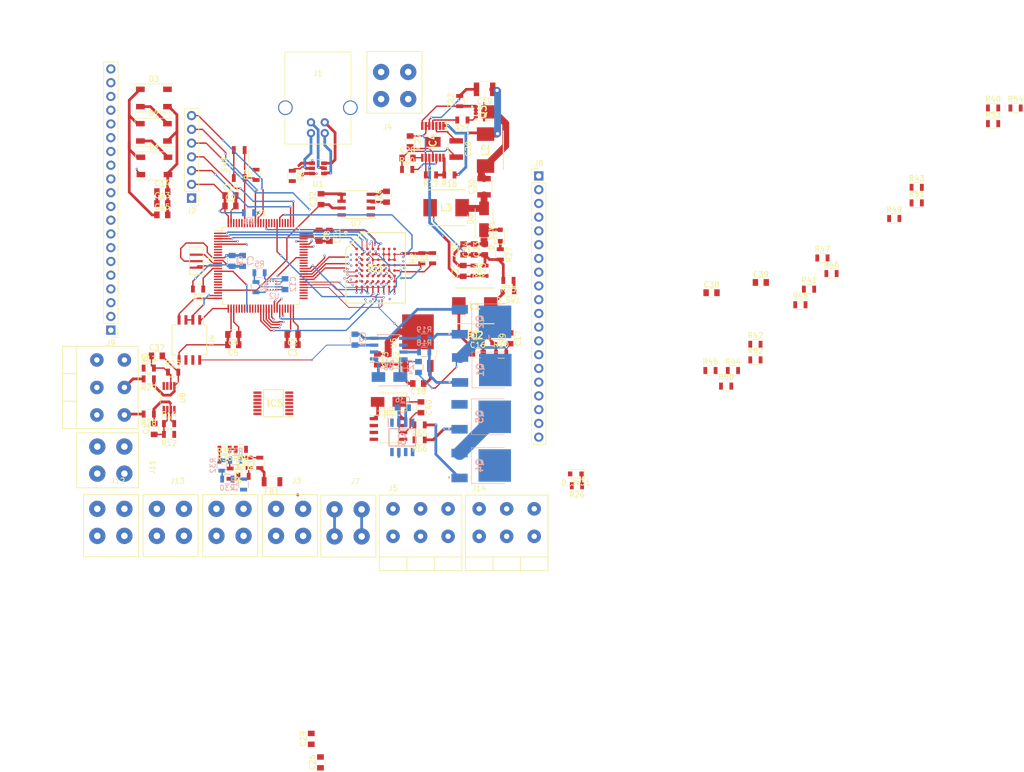
<source format=kicad_pcb>
(kicad_pcb (version 20171130) (host pcbnew "(5.1.9)-1")
  (layers (0 F.Cu signal) (1 In1.Cu signal) (2 In2.Cu signal) (31 B.Cu signal) (34 B.Paste user) (35 F.Paste user) (36 B.SilkS user) (37 F.SilkS user) (38 B.Mask user) (39 F.Mask user) (44 Edge.Cuts user))
  (net 0 "")
  (net 1 +3V3)
  (net 2 FB_PGND)
  (net 3 +5V)
  (net 4 "Net-(C16-Pad1)")
  (net 5 "Net-(C16-Pad2)")
  (net 6 VIN)
  (net 7 "Net-(C20-Pad1)")
  (net 8 +12V)
  (net 9 "Net-(C24-Pad1)")
  (net 10 VIN_MOS_PP_OUT)
  (net 11 VREF)
  (net 12 "Net-(C27-Pad2)")
  (net 13 "Net-(C28-Pad2)")
  (net 14 ADC_AC_400V)
  (net 15 "Net-(C30-Pad1)")
  (net 16 "Net-(C30-Pad2)")
  (net 17 FB)
  (net 18 "Net-(IC1-PadH8)")
  (net 19 D6)
  (net 20 D4)
  (net 21 D3)
  (net 22 D1)
  (net 23 "Net-(IC1-PadH1)")
  (net 24 UNUSED_ADDRESS)
  (net 25 D15)
  (net 26 D13)
  (net 27 D11)
  (net 28 D9)
  (net 29 ~OE)
  (net 30 "Net-(IC1-PadG1)")
  (net 31 D14)
  (net 32 D12)
  (net 33 D10)
  (net 34 D8)
  (net 35 D7)
  (net 36 D5)
  (net 37 D2)
  (net 38 D0)
  (net 39 A0)
  (net 40 "Net-(IC1-PadE1)")
  (net 41 A5)
  (net 42 A1)
  (net 43 "Net-(IC1-PadD1)")
  (net 44 A6)
  (net 45 A2)
  (net 46 "Net-(IC1-PadC1)")
  (net 47 A4)
  (net 48 "Net-(IC1-PadB1)")
  (net 49 "Net-(IC1-PadA8)")
  (net 50 ~WE)
  (net 51 "Net-(IC1-PadA4)")
  (net 52 A7)
  (net 53 A3)
  (net 54 "Net-(IC1-PadA1)")
  (net 55 "Net-(IC2-Pad6)")
  (net 56 CANSPEED)
  (net 57 CANTERM)
  (net 58 CANRX)
  (net 59 CANTX)
  (net 60 "Net-(IC4-Pad15)")
  (net 61 "Net-(IC4-Pad14)")
  (net 62 "Net-(IC4-Pad13)")
  (net 63 "Net-(IC4-Pad12)")
  (net 64 FB_CS)
  (net 65 "Net-(IC4-Pad4)")
  (net 66 "Net-(IC4-Pad2)")
  (net 67 "Net-(IC5-Pad13)")
  (net 68 "Net-(IC5-Pad12)")
  (net 69 "Net-(IC5-Pad10)")
  (net 70 "Net-(IC5-Pad9)")
  (net 71 "Net-(IC5-Pad5)")
  (net 72 DM)
  (net 73 VBUS)
  (net 74 DP)
  (net 75 JTDO)
  (net 76 NJTRST)
  (net 77 JTMS)
  (net 78 JTCK)
  (net 79 JTDI)
  (net 80 "Net-(J3-Pad2)")
  (net 81 "Net-(J3-Pad1)")
  (net 82 GND1)
  (net 83 VIN_MOS_PP)
  (net 84 "Net-(Q1-Pad1)")
  (net 85 "Net-(Q2-Pad1)")
  (net 86 "Net-(Q3-Pad4)")
  (net 87 NRST)
  (net 88 ACC_SCL)
  (net 89 ACC_SDA)
  (net 90 "Net-(R6-Pad2)")
  (net 91 "Net-(R7-Pad1)")
  (net 92 "Net-(R11-Pad1)")
  (net 93 IN_AC_400V)
  (net 94 "Net-(R18-Pad2)")
  (net 95 "Net-(R19-Pad2)")
  (net 96 "Net-(U3-Pad6)")
  (net 97 "Net-(U3-Pad7)")
  (net 98 "Net-(U3-Pad8)")
  (net 99 "Net-(U3-Pad9)")
  (net 100 "Net-(U3-Pad12)")
  (net 101 "Net-(U3-Pad13)")
  (net 102 "Net-(U3-Pad20)")
  (net 103 "Net-(U3-Pad21)")
  (net 104 RS485_RXTX_EN)
  (net 105 RS485_TX)
  (net 106 RS485_RX)
  (net 107 WS_DIN)
  (net 108 DM_M)
  (net 109 DP_M)
  (net 110 "Net-(U3-Pad73)")
  (net 111 "Net-(U7-Pad2)")
  (net 112 "Net-(D1-Pad2)")
  (net 113 "Net-(D2-Pad2)")
  (net 114 "Net-(D3-Pad2)")
  (net 115 "Net-(U2-Pad12)")
  (net 116 "Net-(U2-Pad11)")
  (net 117 "Net-(U2-Pad3)")
  (net 118 MOS_PP_PWM_IN)
  (net 119 "Net-(IC3-Pad7)")
  (net 120 "Net-(IC3-Pad6)")
  (net 121 "Net-(D_12V1-Pad1)")
  (net 122 "Net-(D_3v31-Pad1)")
  (net 123 "Net-(D_5V1-Pad1)")
  (net 124 "Net-(C1-Pad1)")
  (net 125 "Net-(C1-Pad2)")
  (net 126 "Net-(C29-Pad1)")
  (net 127 "Net-(C37-Pad1)")
  (net 128 "Net-(C37-Pad2)")
  (net 129 "Net-(C38-Pad1)")
  (net 130 ADC_TC_X50)
  (net 131 "Net-(C40-Pad1)")
  (net 132 VIN_MOS_PP_OUT_2)
  (net 133 VREF_FB)
  (net 134 ADC_X10)
  (net 135 ADC_DIV10)
  (net 136 "Net-(IC5-Pad3)")
  (net 137 GPIO_PD6)
  (net 138 GPIO_PD7)
  (net 139 GPIO_PC11)
  (net 140 GPIO_PC12)
  (net 141 GPIO_PD2)
  (net 142 GPIO_PD3)
  (net 143 GPIO_PC10)
  (net 144 GPIO_PA10)
  (net 145 GPIO_PA8)
  (net 146 GPIO_PC6)
  (net 147 GPIO_PB14)
  (net 148 GPIO_PB15)
  (net 149 GPIO_PA0)
  (net 150 GPIO_PA6)
  (net 151 GPIO_PA7)
  (net 152 GPIO_PC4)
  (net 153 GPIO_PC5)
  (net 154 GPIO_PB1)
  (net 155 GPIO_PB8)
  (net 156 GPIO_PB9)
  (net 157 GPIO_PE0)
  (net 158 GPIO_PE1)
  (net 159 GPIO_PB5)
  (net 160 GPIO_PB6)
  (net 161 BUFFERED_DACOUT1)
  (net 162 BUFFERED_DACOUT0)
  (net 163 IN_AC_TC)
  (net 164 IN_ADC_X10)
  (net 165 IN_ADC_DIV10)
  (net 166 VIN_MOS_PP_2)
  (net 167 "Net-(Q4-Pad1)")
  (net 168 "Net-(Q5-Pad1)")
  (net 169 "Net-(R30-Pad1)")
  (net 170 "Net-(R31-Pad1)")
  (net 171 "Net-(R32-Pad1)")
  (net 172 "Net-(R33-Pad1)")
  (net 173 "Net-(R35-Pad1)")
  (net 174 "Net-(R55-Pad2)")
  (net 175 "Net-(R56-Pad2)")
  (net 176 DACOUT0)
  (net 177 DACOUT1)
  (net 178 MOS_PP_PWM_IN_2)
  (module Housings_SOIC:SOIC-8_3.9x4.9mm_Pitch1.27mm (layer F.Cu) (at 92.25 98.75)
    (fp_text reference U9 (at 0 -3.5) (layer F.SilkS))
    (fp_text value IR2104)
    (pad 1 smd rect (at -2.7 -1.905) (size 1.55 0.6) (layers F.Cu F.Paste F.Mask) (net 8 +12V))
    (pad 2 smd rect (at -2.7 -0.635) (size 1.55 0.6) (layers F.Cu F.Paste F.Mask) (net 178 MOS_PP_PWM_IN_2))
    (pad 3 smd rect (at -2.7 0.635) (size 1.55 0.6) (layers F.Cu F.Paste F.Mask) (net 8 +12V))
    (pad 4 smd rect (at -2.7 1.905) (size 1.55 0.6) (layers F.Cu F.Paste F.Mask) (net 2 FB_PGND))
    (pad 5 smd rect (at 2.7 1.905) (size 1.55 0.6) (layers F.Cu F.Paste F.Mask) (net 175 "Net-(R56-Pad2)"))
    (pad 6 smd rect (at 2.7 0.635) (size 1.55 0.6) (layers F.Cu F.Paste F.Mask) (net 132 VIN_MOS_PP_OUT_2))
    (pad 7 smd rect (at 2.7 -0.635) (size 1.55 0.6) (layers F.Cu F.Paste F.Mask) (net 174 "Net-(R55-Pad2)"))
    (pad 8 smd rect (at 2.7 -1.905) (size 1.55 0.6) (layers F.Cu F.Paste F.Mask) (net 131 "Net-(C40-Pad1)"))
  )
  (module Housings_SSOP:VSSOP-8_3.0x3.0mm_Pitch0.65mm (layer F.Cu) (at 51.75 93 270)
    (fp_text reference U8 (at 0 -2.5 90) (layer F.SilkS))
    (fp_text value LM7332)
    (pad 1 smd rect (at -2.2 -0.975 180) (size 0.45 1.45) (layers F.Cu F.Paste F.Mask) (net 128 "Net-(C37-Pad2)"))
    (pad 2 smd rect (at -2.2 -0.325 180) (size 0.45 1.45) (layers F.Cu F.Paste F.Mask) (net 127 "Net-(C37-Pad1)"))
    (pad 3 smd rect (at -2.2 0.325 180) (size 0.45 1.45) (layers F.Cu F.Paste F.Mask) (net 176 DACOUT0))
    (pad 4 smd rect (at -2.2 0.975 180) (size 0.45 1.45) (layers F.Cu F.Paste F.Mask) (net 2 FB_PGND))
    (pad 5 smd rect (at 2.2 0.975 180) (size 0.45 1.45) (layers F.Cu F.Paste F.Mask) (net 177 DACOUT1))
    (pad 6 smd rect (at 2.2 0.325 180) (size 0.45 1.45) (layers F.Cu F.Paste F.Mask) (net 124 "Net-(C1-Pad1)"))
    (pad 7 smd rect (at 2.2 -0.325 180) (size 0.45 1.45) (layers F.Cu F.Paste F.Mask) (net 125 "Net-(C1-Pad2)"))
    (pad 8 smd rect (at 2.2 -0.975 180) (size 0.45 1.45) (layers F.Cu F.Paste F.Mask) (net 8 +12V))
  )
  (module Resistors_SMD:R_0805 (layer F.Cu) (at 98 100.75 180)
    (fp_text reference R56 (at 0 -1.65) (layer F.SilkS))
    (fp_text value 10R)
    (pad 1 smd rect (at -0.95 0 180) (size 0.7 1.3) (layers F.Cu F.Paste F.Mask) (net 168 "Net-(Q5-Pad1)"))
    (pad 2 smd rect (at 0.95 0 180) (size 0.7 1.3) (layers F.Cu F.Paste F.Mask) (net 175 "Net-(R56-Pad2)"))
  )
  (module Resistors_SMD:R_0805 (layer F.Cu) (at 98 98 180)
    (fp_text reference R55 (at 0 -1.65) (layer F.SilkS))
    (fp_text value 10R)
    (pad 1 smd rect (at -0.95 0 180) (size 0.7 1.3) (layers F.Cu F.Paste F.Mask) (net 167 "Net-(Q4-Pad1)"))
    (pad 2 smd rect (at 0.95 0 180) (size 0.7 1.3) (layers F.Cu F.Paste F.Mask) (net 174 "Net-(R55-Pad2)"))
  )
  (module Resistors_SMD:R_0805 (layer F.Cu) (at 208.03 39.46)
    (fp_text reference R54 (at 0 -1.65) (layer F.SilkS))
    (fp_text value 10k)
    (pad 1 smd rect (at -0.95 0) (size 0.7 1.3) (layers F.Cu F.Paste F.Mask) (net 2 FB_PGND))
    (pad 2 smd rect (at 0.95 0) (size 0.7 1.3) (layers F.Cu F.Paste F.Mask) (net 70 "Net-(IC5-Pad9)"))
  )
  (module Resistors_SMD:R_0805 (layer F.Cu) (at 203.88 42.34)
    (fp_text reference R53 (at 0 -1.65) (layer F.SilkS))
    (fp_text value 10k)
    (pad 1 smd rect (at -0.95 0) (size 0.7 1.3) (layers F.Cu F.Paste F.Mask) (net 165 IN_ADC_DIV10))
    (pad 2 smd rect (at 0.95 0) (size 0.7 1.3) (layers F.Cu F.Paste F.Mask) (net 69 "Net-(IC5-Pad10)"))
  )
  (module Resistors_SMD:R_0805 (layer F.Cu) (at 160 85.99)
    (fp_text reference R52 (at 0 -1.65) (layer F.SilkS))
    (fp_text value 100k)
    (pad 1 smd rect (at -0.95 0) (size 0.7 1.3) (layers F.Cu F.Paste F.Mask) (net 2 FB_PGND))
    (pad 2 smd rect (at 0.95 0) (size 0.7 1.3) (layers F.Cu F.Paste F.Mask) (net 67 "Net-(IC5-Pad13)"))
  )
  (module Resistors_SMD:R_0805 (layer F.Cu) (at 189.78 56.99)
    (fp_text reference R51 (at 0 -1.65) (layer F.SilkS))
    (fp_text value 100k)
    (pad 1 smd rect (at -0.95 0) (size 0.7 1.3) (layers F.Cu F.Paste F.Mask) (net 164 IN_ADC_X10))
    (pad 2 smd rect (at 0.95 0) (size 0.7 1.3) (layers F.Cu F.Paste F.Mask) (net 68 "Net-(IC5-Pad12)"))
  )
  (module Resistors_SMD:R_0805 (layer F.Cu) (at 154.6 90.83)
    (fp_text reference R50 (at 0 -1.65) (layer F.SilkS))
    (fp_text value 50k)
    (pad 1 smd rect (at -0.95 0) (size 0.7 1.3) (layers F.Cu F.Paste F.Mask) (net 70 "Net-(IC5-Pad9)"))
    (pad 2 smd rect (at 0.95 0) (size 0.7 1.3) (layers F.Cu F.Paste F.Mask) (net 135 ADC_DIV10))
  )
  (module Resistors_SMD:R_0805 (layer F.Cu) (at 185.63 59.87)
    (fp_text reference R49 (at 0 -1.65) (layer F.SilkS))
    (fp_text value 100k)
    (pad 1 smd rect (at -0.95 0) (size 0.7 1.3) (layers F.Cu F.Paste F.Mask) (net 69 "Net-(IC5-Pad10)"))
    (pad 2 smd rect (at 0.95 0) (size 0.7 1.3) (layers F.Cu F.Paste F.Mask) (net 2 FB_PGND))
  )
  (module Resistors_SMD:R_0805 (layer F.Cu) (at 168.3 75.8)
    (fp_text reference R48 (at 0 -1.65) (layer F.SilkS))
    (fp_text value 100k)
    (pad 1 smd rect (at -0.95 0) (size 0.7 1.3) (layers F.Cu F.Paste F.Mask) (net 69 "Net-(IC5-Pad10)"))
    (pad 2 smd rect (at 0.95 0) (size 0.7 1.3) (layers F.Cu F.Paste F.Mask) (net 133 VREF_FB))
  )
  (module Resistors_SMD:R_0805 (layer F.Cu) (at 172.37 67.16)
    (fp_text reference R47 (at 0 -1.65) (layer F.SilkS))
    (fp_text value 5k)
    (pad 1 smd rect (at -0.95 0) (size 0.7 1.3) (layers F.Cu F.Paste F.Mask) (net 67 "Net-(IC5-Pad13)"))
    (pad 2 smd rect (at 0.95 0) (size 0.7 1.3) (layers F.Cu F.Paste F.Mask) (net 134 ADC_X10))
  )
  (module Resistors_SMD:R_0805 (layer F.Cu) (at 174.05 70.04)
    (fp_text reference R46 (at 0 -1.65) (layer F.SilkS))
    (fp_text value 10k)
    (pad 1 smd rect (at -0.95 0) (size 0.7 1.3) (layers F.Cu F.Paste F.Mask) (net 68 "Net-(IC5-Pad12)"))
    (pad 2 smd rect (at 0.95 0) (size 0.7 1.3) (layers F.Cu F.Paste F.Mask) (net 2 FB_PGND))
  )
  (module Resistors_SMD:R_0805 (layer F.Cu) (at 151.7 87.95)
    (fp_text reference R45 (at 0 -1.65) (layer F.SilkS))
    (fp_text value 10k)
    (pad 1 smd rect (at -0.95 0) (size 0.7 1.3) (layers F.Cu F.Paste F.Mask) (net 68 "Net-(IC5-Pad12)"))
    (pad 2 smd rect (at 0.95 0) (size 0.7 1.3) (layers F.Cu F.Paste F.Mask) (net 133 VREF_FB))
  )
  (module Resistors_SMD:R_0805 (layer F.Cu) (at 155.85 87.95)
    (fp_text reference R44 (at 0 -1.65) (layer F.SilkS))
    (fp_text value 50k)
    (pad 1 smd rect (at -0.95 0) (size 0.7 1.3) (layers F.Cu F.Paste F.Mask) (net 130 ADC_TC_X50))
    (pad 2 smd rect (at 0.95 0) (size 0.7 1.3) (layers F.Cu F.Paste F.Mask) (net 129 "Net-(C38-Pad1)"))
  )
  (module Resistors_SMD:R_0805 (layer F.Cu) (at 189.78 54.11)
    (fp_text reference R43 (at 0 -1.65) (layer F.SilkS))
    (fp_text value 100k)
    (pad 1 smd rect (at -0.95 0) (size 0.7 1.3) (layers F.Cu F.Paste F.Mask) (net 2 FB_PGND))
    (pad 2 smd rect (at 0.95 0) (size 0.7 1.3) (layers F.Cu F.Paste F.Mask) (net 71 "Net-(IC5-Pad5)"))
  )
  (module Resistors_SMD:R_0805 (layer F.Cu) (at 160 83.11)
    (fp_text reference R42 (at 0 -1.65) (layer F.SilkS))
    (fp_text value 100k)
    (pad 1 smd rect (at -0.95 0) (size 0.7 1.3) (layers F.Cu F.Paste F.Mask) (net 133 VREF_FB))
    (pad 2 smd rect (at 0.95 0) (size 0.7 1.3) (layers F.Cu F.Paste F.Mask) (net 71 "Net-(IC5-Pad5)"))
  )
  (module Resistors_SMD:R_0805 (layer F.Cu) (at 169.9 72.92)
    (fp_text reference R41 (at 0 -1.65) (layer F.SilkS))
    (fp_text value 1k)
    (pad 1 smd rect (at -0.95 0) (size 0.7 1.3) (layers F.Cu F.Paste F.Mask) (net 129 "Net-(C38-Pad1)"))
    (pad 2 smd rect (at 0.95 0) (size 0.7 1.3) (layers F.Cu F.Paste F.Mask) (net 2 FB_PGND))
  )
  (module Resistors_SMD:R_0805 (layer F.Cu) (at 203.88 39.46)
    (fp_text reference R40 (at 0 -1.65) (layer F.SilkS))
    (fp_text value 1k)
    (pad 1 smd rect (at -0.95 0) (size 0.7 1.3) (layers F.Cu F.Paste F.Mask) (net 71 "Net-(IC5-Pad5)"))
    (pad 2 smd rect (at 0.95 0) (size 0.7 1.3) (layers F.Cu F.Paste F.Mask) (net 163 IN_AC_TC))
  )
  (module Resistors_SMD:R_0805 (layer F.Cu) (at 65 102.5 180)
    (fp_text reference R39 (at 0 -1.65) (layer F.SilkS))
    (fp_text value 5k)
    (pad 1 smd rect (at -0.95 0 180) (size 0.7 1.3) (layers F.Cu F.Paste F.Mask) (net 14 ADC_AC_400V))
    (pad 2 smd rect (at 0.95 0 180) (size 0.7 1.3) (layers F.Cu F.Paste F.Mask) (net 126 "Net-(C29-Pad1)"))
  )
  (module Resistors_SMD:R_0805 (layer F.Cu) (at 66.5 105 90)
    (fp_text reference R38 (at 0 -1.65 90) (layer F.SilkS))
    (fp_text value 10k)
    (pad 1 smd rect (at -0.95 0 90) (size 0.7 1.3) (layers F.Cu F.Paste F.Mask) (net 2 FB_PGND))
    (pad 2 smd rect (at 0.95 0 90) (size 0.7 1.3) (layers F.Cu F.Paste F.Mask) (net 136 "Net-(IC5-Pad3)"))
  )
  (module Resistors_SMD:R_0805 (layer F.Cu) (at 68.5 105 90)
    (fp_text reference R37 (at 0 -1.65 90) (layer F.SilkS))
    (fp_text value 10k)
    (pad 1 smd rect (at -0.95 0 90) (size 0.7 1.3) (layers F.Cu F.Paste F.Mask) (net 133 VREF_FB))
    (pad 2 smd rect (at 0.95 0 90) (size 0.7 1.3) (layers F.Cu F.Paste F.Mask) (net 136 "Net-(IC5-Pad3)"))
  )
  (module Resistors_SMD:R_0805 (layer F.Cu) (at 62 102.5 180)
    (fp_text reference R36 (at 0 -1.65) (layer F.SilkS))
    (fp_text value 220k)
    (pad 1 smd rect (at -0.95 0 180) (size 0.7 1.3) (layers F.Cu F.Paste F.Mask) (net 126 "Net-(C29-Pad1)"))
    (pad 2 smd rect (at 0.95 0 180) (size 0.7 1.3) (layers F.Cu F.Paste F.Mask) (net 173 "Net-(R35-Pad1)"))
  )
  (module Resistors_SMD:R_0805 (layer F.Cu) (at 62 104.5)
    (fp_text reference R35 (at 0 -1.65) (layer F.SilkS))
    (fp_text value 330k)
    (pad 1 smd rect (at -0.95 0) (size 0.7 1.3) (layers F.Cu F.Paste F.Mask) (net 173 "Net-(R35-Pad1)"))
    (pad 2 smd rect (at 0.95 0) (size 0.7 1.3) (layers F.Cu F.Paste F.Mask) (net 172 "Net-(R33-Pad1)"))
  )
  (module Resistors_SMD:R_0805 (layer B.Cu) (at 64 104.5 180)
    (fp_text reference R34 (at 0 1.65) (layer B.SilkS) (effects (justify mirror)))
    (fp_text value 220k)
    (pad 1 smd rect (at -0.95 0 180) (size 0.7 1.3) (layers B.Cu B.Paste B.Mask) (net 136 "Net-(IC5-Pad3)"))
    (pad 2 smd rect (at 0.95 0 180) (size 0.7 1.3) (layers B.Cu B.Paste B.Mask) (net 171 "Net-(R32-Pad1)"))
  )
  (module Resistors_SMD:R_0805 (layer F.Cu) (at 63 107 270)
    (fp_text reference R33 (at 0 -1.65 90) (layer F.SilkS))
    (fp_text value 330k)
    (pad 1 smd rect (at -0.95 0 270) (size 0.7 1.3) (layers F.Cu F.Paste F.Mask) (net 172 "Net-(R33-Pad1)"))
    (pad 2 smd rect (at 0.95 0 270) (size 0.7 1.3) (layers F.Cu F.Paste F.Mask) (net 170 "Net-(R31-Pad1)"))
  )
  (module Resistors_SMD:R_0805 (layer B.Cu) (at 61.5 105.5 270)
    (fp_text reference R32 (at 0 1.65 270) (layer B.SilkS) (effects (justify mirror)))
    (fp_text value 330k)
    (pad 1 smd rect (at -0.95 0 270) (size 0.7 1.3) (layers B.Cu B.Paste B.Mask) (net 171 "Net-(R32-Pad1)"))
    (pad 2 smd rect (at 0.95 0 270) (size 0.7 1.3) (layers B.Cu B.Paste B.Mask) (net 169 "Net-(R30-Pad1)"))
  )
  (module Resistors_SMD:R_0805 (layer F.Cu) (at 65.5 107.5)
    (fp_text reference R31 (at 0 -1.65) (layer F.SilkS))
    (fp_text value 330k)
    (pad 1 smd rect (at -0.95 0) (size 0.7 1.3) (layers F.Cu F.Paste F.Mask) (net 170 "Net-(R31-Pad1)"))
    (pad 2 smd rect (at 0.95 0) (size 0.7 1.3) (layers F.Cu F.Paste F.Mask) (net 2 FB_PGND))
  )
  (module Resistors_SMD:R_0805 (layer B.Cu) (at 62.5 108)
    (fp_text reference R30 (at 0 1.65) (layer B.SilkS) (effects (justify mirror)))
    (fp_text value 330k)
    (pad 1 smd rect (at -0.95 0) (size 0.7 1.3) (layers B.Cu B.Paste B.Mask) (net 169 "Net-(R30-Pad1)"))
    (pad 2 smd rect (at 0.95 0) (size 0.7 1.3) (layers B.Cu B.Paste B.Mask) (net 92 "Net-(R11-Pad1)"))
  )
  (module Resistors_SMD:R_0805 (layer F.Cu) (at 48 89.5 180)
    (fp_text reference R29 (at 0 -1.65) (layer F.SilkS))
    (fp_text value 5R)
    (pad 1 smd rect (at -0.95 0 180) (size 0.7 1.3) (layers F.Cu F.Paste F.Mask) (net 128 "Net-(C37-Pad2)"))
    (pad 2 smd rect (at 0.95 0 180) (size 0.7 1.3) (layers F.Cu F.Paste F.Mask) (net 162 BUFFERED_DACOUT0))
  )
  (module Resistors_SMD:R_0805 (layer F.Cu) (at 48 96 180)
    (fp_text reference R28 (at 0 -1.65) (layer F.SilkS))
    (fp_text value 5R)
    (pad 1 smd rect (at -0.95 0 180) (size 0.7 1.3) (layers F.Cu F.Paste F.Mask) (net 125 "Net-(C1-Pad2)"))
    (pad 2 smd rect (at 0.95 0 180) (size 0.7 1.3) (layers F.Cu F.Paste F.Mask) (net 161 BUFFERED_DACOUT1))
  )
  (module Resistors_SMD:R_0805 (layer F.Cu) (at 52.5 88.25)
    (fp_text reference R15 (at 0 -1.65) (layer F.SilkS))
    (fp_text value 240k)
    (pad 1 smd rect (at -0.95 0) (size 0.7 1.3) (layers F.Cu F.Paste F.Mask) (net 127 "Net-(C37-Pad1)"))
    (pad 2 smd rect (at 0.95 0) (size 0.7 1.3) (layers F.Cu F.Paste F.Mask) (net 128 "Net-(C37-Pad2)"))
  )
  (module Resistors_SMD:R_0805 (layer F.Cu) (at 51.75 97.75)
    (fp_text reference R14 (at 0 -1.65) (layer F.SilkS))
    (fp_text value 240k)
    (pad 1 smd rect (at -0.95 0) (size 0.7 1.3) (layers F.Cu F.Paste F.Mask) (net 124 "Net-(C1-Pad1)"))
    (pad 2 smd rect (at 0.95 0) (size 0.7 1.3) (layers F.Cu F.Paste F.Mask) (net 125 "Net-(C1-Pad2)"))
  )
  (module Resistors_SMD:R_0805 (layer F.Cu) (at 48 87.5)
    (fp_text reference R13 (at 0 -1.65) (layer F.SilkS))
    (fp_text value 91k)
    (pad 1 smd rect (at -0.95 0) (size 0.7 1.3) (layers F.Cu F.Paste F.Mask) (net 2 FB_PGND))
    (pad 2 smd rect (at 0.95 0) (size 0.7 1.3) (layers F.Cu F.Paste F.Mask) (net 127 "Net-(C37-Pad1)"))
  )
  (module Resistors_SMD:R_0805 (layer F.Cu) (at 51.75 99.75 180)
    (fp_text reference R12 (at 0 -1.65) (layer F.SilkS))
    (fp_text value 91k)
    (pad 1 smd rect (at -0.95 0 180) (size 0.7 1.3) (layers F.Cu F.Paste F.Mask) (net 2 FB_PGND))
    (pad 2 smd rect (at 0.95 0 180) (size 0.7 1.3) (layers F.Cu F.Paste F.Mask) (net 124 "Net-(C1-Pad1)"))
  )
  (module samac:TJ15P04M3RQS (layer B.Cu) (at 108.5 96.5 90)
    (fp_text reference Q5 (at 0 0.6 -90) (layer B.SilkS) (effects (font (size 1.27 1.27) (thickness 0.254)) (justify mirror)))
    (fp_text value TK110P10PL,RQ hide)
    (pad 3 smd rect (at 2.3 -3.125 90) (size 1.6 3) (layers B.Cu B.Paste B.Mask) (net 2 FB_PGND))
    (pad 2 smd rect (at 0 3.375 90) (size 6 6) (layers B.Cu B.Paste B.Mask) (net 132 VIN_MOS_PP_OUT_2))
    (pad 1 smd rect (at -2.3 -3.125 90) (size 1.6 3) (layers B.Cu B.Paste B.Mask) (net 168 "Net-(Q5-Pad1)"))
  )
  (module samac:TJ15P04M3RQS (layer B.Cu) (at 108.5 105.5 90)
    (fp_text reference Q4 (at 0 0.6 -90) (layer B.SilkS) (effects (font (size 1.27 1.27) (thickness 0.254)) (justify mirror)))
    (fp_text value TK110P10PL,RQ hide)
    (pad 3 smd rect (at 2.3 -3.125 90) (size 1.6 3) (layers B.Cu B.Paste B.Mask) (net 132 VIN_MOS_PP_OUT_2))
    (pad 2 smd rect (at 0 3.375 90) (size 6 6) (layers B.Cu B.Paste B.Mask) (net 166 VIN_MOS_PP_2))
    (pad 1 smd rect (at -2.3 -3.125 90) (size 1.6 3) (layers B.Cu B.Paste B.Mask) (net 167 "Net-(Q4-Pad1)"))
  )
  (module Robohub:DG_PB_3 (layer F.Cu) (at 109 113.5)
    (fp_text reference J14 (at 0 -3.81) (layer F.SilkS))
    (fp_text value Conn_01x03)
    (pad 3 thru_hole circle (at 10.16 5.08) (size 2.5 2.5) (drill 1) (layers *.Cu *.Mask) (net 2 FB_PGND))
    (pad 3 thru_hole circle (at 10.16 0) (size 2.5 2.5) (drill 1) (layers *.Cu *.Mask) (net 2 FB_PGND))
    (pad 2 thru_hole circle (at 5.08 5.08) (size 2.5 2.5) (drill 1) (layers *.Cu *.Mask) (net 132 VIN_MOS_PP_OUT_2))
    (pad 2 thru_hole circle (at 5.08 0) (size 2.5 2.5) (drill 1) (layers *.Cu *.Mask) (net 132 VIN_MOS_PP_OUT_2))
    (pad 1 thru_hole circle (at 0 5.08) (size 2.5 2.5) (drill 1) (layers *.Cu *.Mask) (net 166 VIN_MOS_PP_2))
    (pad 1 thru_hole circle (at 0 0) (size 2.5 2.5) (drill 1) (layers *.Cu *.Mask) (net 166 VIN_MOS_PP_2))
  )
  (module Robohub:DG235-5.0-02P (layer F.Cu) (at 49.5 118.5)
    (fp_text reference J13 (at 3.81 -10.16) (layer F.SilkS))
    (fp_text value Conn_01x02)
    (pad 2 thru_hole circle (at 5 -5) (size 3 3) (drill 1.2) (layers *.Cu *.Mask) (net 165 IN_ADC_DIV10))
    (pad 1 thru_hole circle (at 0 -5) (size 3 3) (drill 1.2) (layers *.Cu *.Mask) (net 2 FB_PGND))
    (pad 2 thru_hole circle (at 5 0) (size 3 3) (drill 1.2) (layers *.Cu *.Mask) (net 165 IN_ADC_DIV10))
    (pad 1 thru_hole circle (at 0 0) (size 3 3) (drill 1.2) (layers *.Cu *.Mask) (net 2 FB_PGND))
  )
  (module Robohub:DG235-5.0-02P (layer F.Cu) (at 38.5 118.5)
    (fp_text reference J12 (at 3.81 -10.16) (layer F.SilkS))
    (fp_text value Conn_01x02)
    (pad 2 thru_hole circle (at 5 -5) (size 3 3) (drill 1.2) (layers *.Cu *.Mask) (net 164 IN_ADC_X10))
    (pad 1 thru_hole circle (at 0 -5) (size 3 3) (drill 1.2) (layers *.Cu *.Mask) (net 2 FB_PGND))
    (pad 2 thru_hole circle (at 5 0) (size 3 3) (drill 1.2) (layers *.Cu *.Mask) (net 164 IN_ADC_X10))
    (pad 1 thru_hole circle (at 0 0) (size 3 3) (drill 1.2) (layers *.Cu *.Mask) (net 2 FB_PGND))
  )
  (module Robohub:DG235-5.0-02P (layer F.Cu) (at 38.5 102 270)
    (fp_text reference J11 (at 3.81 -10.16 90) (layer F.SilkS))
    (fp_text value Conn_01x02)
    (pad 2 thru_hole circle (at 5 -5 270) (size 3 3) (drill 1.2) (layers *.Cu *.Mask) (net 163 IN_AC_TC))
    (pad 1 thru_hole circle (at 0 -5 270) (size 3 3) (drill 1.2) (layers *.Cu *.Mask) (net 2 FB_PGND))
    (pad 2 thru_hole circle (at 5 0 270) (size 3 3) (drill 1.2) (layers *.Cu *.Mask) (net 163 IN_AC_TC))
    (pad 1 thru_hole circle (at 0 0 270) (size 3 3) (drill 1.2) (layers *.Cu *.Mask) (net 2 FB_PGND))
  )
  (module Robohub:DG_PB_3 (layer F.Cu) (at 43.5 86 270)
    (fp_text reference J10 (at 0 -3.81 90) (layer F.SilkS))
    (fp_text value Conn_01x03)
    (pad 3 thru_hole circle (at 10.16 5.08 270) (size 2.5 2.5) (drill 1) (layers *.Cu *.Mask) (net 161 BUFFERED_DACOUT1))
    (pad 3 thru_hole circle (at 10.16 0 270) (size 2.5 2.5) (drill 1) (layers *.Cu *.Mask) (net 161 BUFFERED_DACOUT1))
    (pad 2 thru_hole circle (at 5.08 5.08 270) (size 2.5 2.5) (drill 1) (layers *.Cu *.Mask) (net 162 BUFFERED_DACOUT0))
    (pad 2 thru_hole circle (at 5.08 0 270) (size 2.5 2.5) (drill 1) (layers *.Cu *.Mask) (net 162 BUFFERED_DACOUT0))
    (pad 1 thru_hole circle (at 0 5.08 270) (size 2.5 2.5) (drill 1) (layers *.Cu *.Mask) (net 2 FB_PGND))
    (pad 1 thru_hole circle (at 0 0 270) (size 2.5 2.5) (drill 1) (layers *.Cu *.Mask) (net 2 FB_PGND))
  )
  (module Pin_Headers:Pin_Header_Straight_1x20_Pitch2.54mm (layer F.Cu) (at 41 80.5 180)
    (fp_text reference J9 (at 0 -2.33) (layer F.SilkS))
    (fp_text value Conn_01x20)
    (pad 1 thru_hole rect (at 0 0 180) (size 1.7 1.7) (drill 1) (layers *.Cu *.Mask) (net 2 FB_PGND))
    (pad 2 thru_hole oval (at 0 2.54 180) (size 1.7 1.7) (drill 1) (layers *.Cu *.Mask) (net 149 GPIO_PA0))
    (pad 3 thru_hole oval (at 0 5.08 180) (size 1.7 1.7) (drill 1) (layers *.Cu *.Mask) (net 150 GPIO_PA6))
    (pad 4 thru_hole oval (at 0 7.62 180) (size 1.7 1.7) (drill 1) (layers *.Cu *.Mask) (net 151 GPIO_PA7))
    (pad 5 thru_hole oval (at 0 10.16 180) (size 1.7 1.7) (drill 1) (layers *.Cu *.Mask) (net 152 GPIO_PC4))
    (pad 6 thru_hole oval (at 0 12.7 180) (size 1.7 1.7) (drill 1) (layers *.Cu *.Mask) (net 2 FB_PGND))
    (pad 7 thru_hole oval (at 0 15.24 180) (size 1.7 1.7) (drill 1) (layers *.Cu *.Mask) (net 153 GPIO_PC5))
    (pad 8 thru_hole oval (at 0 17.78 180) (size 1.7 1.7) (drill 1) (layers *.Cu *.Mask) (net 154 GPIO_PB1))
    (pad 9 thru_hole oval (at 0 20.32 180) (size 1.7 1.7) (drill 1) (layers *.Cu *.Mask) (net 155 GPIO_PB8))
    (pad 10 thru_hole oval (at 0 22.86 180) (size 1.7 1.7) (drill 1) (layers *.Cu *.Mask) (net 156 GPIO_PB9))
    (pad 11 thru_hole oval (at 0 25.4 180) (size 1.7 1.7) (drill 1) (layers *.Cu *.Mask) (net 2 FB_PGND))
    (pad 12 thru_hole oval (at 0 27.94 180) (size 1.7 1.7) (drill 1) (layers *.Cu *.Mask) (net 157 GPIO_PE0))
    (pad 13 thru_hole oval (at 0 30.48 180) (size 1.7 1.7) (drill 1) (layers *.Cu *.Mask) (net 158 GPIO_PE1))
    (pad 14 thru_hole oval (at 0 33.02 180) (size 1.7 1.7) (drill 1) (layers *.Cu *.Mask) (net 159 GPIO_PB5))
    (pad 15 thru_hole oval (at 0 35.56 180) (size 1.7 1.7) (drill 1) (layers *.Cu *.Mask) (net 160 GPIO_PB6))
    (pad 16 thru_hole oval (at 0 38.1 180) (size 1.7 1.7) (drill 1) (layers *.Cu *.Mask) (net 2 FB_PGND))
    (pad 17 thru_hole oval (at 0 40.64 180) (size 1.7 1.7) (drill 1) (layers *.Cu *.Mask) (net 1 +3V3))
    (pad 18 thru_hole oval (at 0 43.18 180) (size 1.7 1.7) (drill 1) (layers *.Cu *.Mask) (net 3 +5V))
    (pad 19 thru_hole oval (at 0 45.72 180) (size 1.7 1.7) (drill 1) (layers *.Cu *.Mask) (net 8 +12V))
    (pad 20 thru_hole oval (at 0 48.26 180) (size 1.7 1.7) (drill 1) (layers *.Cu *.Mask) (net 2 FB_PGND))
  )
  (module Pin_Headers:Pin_Header_Straight_1x20_Pitch2.54mm (layer F.Cu) (at 120 52)
    (fp_text reference J8 (at 0 -2.33) (layer F.SilkS))
    (fp_text value Conn_01x20)
    (pad 1 thru_hole rect (at 0 0) (size 1.7 1.7) (drill 1) (layers *.Cu *.Mask) (net 2 FB_PGND))
    (pad 2 thru_hole oval (at 0 2.54) (size 1.7 1.7) (drill 1) (layers *.Cu *.Mask) (net 137 GPIO_PD6))
    (pad 3 thru_hole oval (at 0 5.08) (size 1.7 1.7) (drill 1) (layers *.Cu *.Mask) (net 138 GPIO_PD7))
    (pad 4 thru_hole oval (at 0 7.62) (size 1.7 1.7) (drill 1) (layers *.Cu *.Mask) (net 139 GPIO_PC11))
    (pad 5 thru_hole oval (at 0 10.16) (size 1.7 1.7) (drill 1) (layers *.Cu *.Mask) (net 140 GPIO_PC12))
    (pad 6 thru_hole oval (at 0 12.7) (size 1.7 1.7) (drill 1) (layers *.Cu *.Mask) (net 2 FB_PGND))
    (pad 7 thru_hole oval (at 0 15.24) (size 1.7 1.7) (drill 1) (layers *.Cu *.Mask) (net 141 GPIO_PD2))
    (pad 8 thru_hole oval (at 0 17.78) (size 1.7 1.7) (drill 1) (layers *.Cu *.Mask) (net 142 GPIO_PD3))
    (pad 9 thru_hole oval (at 0 20.32) (size 1.7 1.7) (drill 1) (layers *.Cu *.Mask) (net 143 GPIO_PC10))
    (pad 10 thru_hole oval (at 0 22.86) (size 1.7 1.7) (drill 1) (layers *.Cu *.Mask) (net 144 GPIO_PA10))
    (pad 11 thru_hole oval (at 0 25.4) (size 1.7 1.7) (drill 1) (layers *.Cu *.Mask) (net 2 FB_PGND))
    (pad 12 thru_hole oval (at 0 27.94) (size 1.7 1.7) (drill 1) (layers *.Cu *.Mask) (net 145 GPIO_PA8))
    (pad 13 thru_hole oval (at 0 30.48) (size 1.7 1.7) (drill 1) (layers *.Cu *.Mask) (net 146 GPIO_PC6))
    (pad 14 thru_hole oval (at 0 33.02) (size 1.7 1.7) (drill 1) (layers *.Cu *.Mask) (net 147 GPIO_PB14))
    (pad 15 thru_hole oval (at 0 35.56) (size 1.7 1.7) (drill 1) (layers *.Cu *.Mask) (net 148 GPIO_PB15))
    (pad 16 thru_hole oval (at 0 38.1) (size 1.7 1.7) (drill 1) (layers *.Cu *.Mask) (net 2 FB_PGND))
    (pad 17 thru_hole oval (at 0 40.64) (size 1.7 1.7) (drill 1) (layers *.Cu *.Mask) (net 1 +3V3))
    (pad 18 thru_hole oval (at 0 43.18) (size 1.7 1.7) (drill 1) (layers *.Cu *.Mask) (net 3 +5V))
    (pad 19 thru_hole oval (at 0 45.72) (size 1.7 1.7) (drill 1) (layers *.Cu *.Mask) (net 8 +12V))
    (pad 20 thru_hole oval (at 0 48.26) (size 1.7 1.7) (drill 1) (layers *.Cu *.Mask) (net 2 FB_PGND))
  )
  (module Diodes_SMD:D_SMA (layer F.Cu) (at 92.25 93.75 180)
    (fp_text reference D5 (at 0 -2.5) (layer F.SilkS))
    (fp_text value D_Schottky)
    (pad 1 smd rect (at -2 0 180) (size 2.5 1.8) (layers F.Cu F.Paste F.Mask) (net 131 "Net-(C40-Pad1)"))
    (pad 2 smd rect (at 2 0 180) (size 2.5 1.8) (layers F.Cu F.Paste F.Mask) (net 8 +12V))
  )
  (module Capacitors_SMD:C_0805 (layer F.Cu) (at 98.25 94.75 270)
    (fp_text reference C40 (at 0 -1.5 90) (layer F.SilkS))
    (fp_text value 10uF)
    (pad 1 smd rect (at -1 0 270) (size 1 1.25) (layers F.Cu F.Paste F.Mask) (net 131 "Net-(C40-Pad1)"))
    (pad 2 smd rect (at 1 0 270) (size 1 1.25) (layers F.Cu F.Paste F.Mask) (net 132 VIN_MOS_PP_OUT_2))
  )
  (module Capacitors_SMD:C_0805 (layer F.Cu) (at 161 71.68)
    (fp_text reference C39 (at 0 -1.5) (layer F.SilkS))
    (fp_text value 1uF)
    (pad 1 smd rect (at -1 0) (size 1 1.25) (layers F.Cu F.Paste F.Mask) (net 8 +12V))
    (pad 2 smd rect (at 1 0) (size 1 1.25) (layers F.Cu F.Paste F.Mask) (net 2 FB_PGND))
  )
  (module Capacitors_SMD:C_0805 (layer F.Cu) (at 151.9 73.58)
    (fp_text reference C38 (at 0 -1.5) (layer F.SilkS))
    (fp_text value 10nF)
    (pad 1 smd rect (at -1 0) (size 1 1.25) (layers F.Cu F.Paste F.Mask) (net 129 "Net-(C38-Pad1)"))
    (pad 2 smd rect (at 1 0) (size 1 1.25) (layers F.Cu F.Paste F.Mask) (net 130 ADC_TC_X50))
  )
  (module Capacitors_SMD:C_0805 (layer F.Cu) (at 49.5 85.25)
    (fp_text reference C37 (at 0 -1.5) (layer F.SilkS))
    (fp_text value 10nF)
    (pad 1 smd rect (at -1 0) (size 1 1.25) (layers F.Cu F.Paste F.Mask) (net 127 "Net-(C37-Pad1)"))
    (pad 2 smd rect (at 1 0) (size 1 1.25) (layers F.Cu F.Paste F.Mask) (net 128 "Net-(C37-Pad2)"))
  )
  (module Capacitors_SMD:C_0805 (layer F.Cu) (at 49 98.75 90)
    (fp_text reference C1 (at 0 -1.5 90) (layer F.SilkS))
    (fp_text value 10nF)
    (pad 1 smd rect (at -1 0 90) (size 1 1.25) (layers F.Cu F.Paste F.Mask) (net 124 "Net-(C1-Pad1)"))
    (pad 2 smd rect (at 1 0 90) (size 1 1.25) (layers F.Cu F.Paste F.Mask) (net 125 "Net-(C1-Pad2)"))
  )
  (module Capacitors_SMD:C_0805 (layer F.Cu) (at 63.075 57.55)
    (fp_text reference C9 (at 0 -1.5) (layer F.SilkS))
    (fp_text value 1uF)
    (pad 1 smd rect (at -1 0) (size 1 1.25) (layers F.Cu F.Paste F.Mask) (net 1 +3V3))
    (pad 2 smd rect (at 1 0) (size 1 1.25) (layers F.Cu F.Paste F.Mask) (net 2 FB_PGND))
  )
  (module Resistors_SMD:R_0805 (layer F.Cu) (at 112.9 66.5 270)
    (fp_text reference R27 (at 0 -1.65 90) (layer F.SilkS))
    (fp_text value 2k2)
    (pad 1 smd rect (at -0.95 0 270) (size 0.7 1.3) (layers F.Cu F.Paste F.Mask) (net 121 "Net-(D_12V1-Pad1)"))
    (pad 2 smd rect (at 0.95 0 270) (size 0.7 1.3) (layers F.Cu F.Paste F.Mask) (net 2 FB_PGND))
  )
  (module Resistors_SMD:R_0805 (layer F.Cu) (at 127.05 109.25 180)
    (fp_text reference R26 (at 0 -1.65) (layer F.SilkS))
    (fp_text value 1k)
    (pad 1 smd rect (at -0.95 0 180) (size 0.7 1.3) (layers F.Cu F.Paste F.Mask) (net 122 "Net-(D_3v31-Pad1)"))
    (pad 2 smd rect (at 0.95 0 180) (size 0.7 1.3) (layers F.Cu F.Paste F.Mask) (net 2 FB_PGND))
  )
  (module Resistors_SMD:R_0805 (layer F.Cu) (at 114.4 71.3 180)
    (fp_text reference R25 (at 0 -1.65) (layer F.SilkS))
    (fp_text value 1k)
    (pad 1 smd rect (at -0.95 0 180) (size 0.7 1.3) (layers F.Cu F.Paste F.Mask) (net 123 "Net-(D_5V1-Pad1)"))
    (pad 2 smd rect (at 0.95 0 180) (size 0.7 1.3) (layers F.Cu F.Paste F.Mask) (net 2 FB_PGND))
  )
  (module Diodes_SMD:D_0805 (layer F.Cu) (at 114.4 73.4 180)
    (fp_text reference D_5V1 (at 0 -1.6) (layer F.SilkS))
    (fp_text value LED)
    (pad 1 smd rect (at -1.05 0 180) (size 0.8 0.9) (layers F.Cu F.Paste F.Mask) (net 123 "Net-(D_5V1-Pad1)"))
    (pad 2 smd rect (at 1.05 0 180) (size 0.8 0.9) (layers F.Cu F.Paste F.Mask) (net 3 +5V))
  )
  (module Diodes_SMD:D_0805 (layer F.Cu) (at 126.85 107.05 180)
    (fp_text reference D_3v31 (at 0 -1.6) (layer F.SilkS))
    (fp_text value LED)
    (pad 1 smd rect (at -1.05 0 180) (size 0.8 0.9) (layers F.Cu F.Paste F.Mask) (net 122 "Net-(D_3v31-Pad1)"))
    (pad 2 smd rect (at 1.05 0 180) (size 0.8 0.9) (layers F.Cu F.Paste F.Mask) (net 1 +3V3))
  )
  (module Diodes_SMD:D_0805 (layer F.Cu) (at 112.9 63 90)
    (fp_text reference D_12V1 (at 0 -1.6 90) (layer F.SilkS))
    (fp_text value LED)
    (pad 1 smd rect (at -1.05 0 90) (size 0.8 0.9) (layers F.Cu F.Paste F.Mask) (net 121 "Net-(D_12V1-Pad1)"))
    (pad 2 smd rect (at 1.05 0 90) (size 0.8 0.9) (layers F.Cu F.Paste F.Mask) (net 8 +12V))
  )
  (module samac:BGA64C100P8X8_1100X1300X140 (layer F.Cu) (at 89.875 68.99)
    (fp_text reference IC1 (at 0 0) (layer F.SilkS) (effects (font (size 1.27 1.27) (thickness 0.254))))
    (fp_text value MT28EW256ABA1HPC-0SIT hide)
    (pad H8 smd circle (at 3.5 3.5 90) (size 0.5 0.5) (layers F.Cu F.Paste F.Mask) (net 18 "Net-(IC1-PadH8)"))
    (pad H7 smd circle (at 2.5 3.5 90) (size 0.5 0.5) (layers F.Cu F.Paste F.Mask) (net 2 FB_PGND))
    (pad H6 smd circle (at 1.5 3.5 90) (size 0.5 0.5) (layers F.Cu F.Paste F.Mask) (net 19 D6))
    (pad H5 smd circle (at 0.5 3.5 90) (size 0.5 0.5) (layers F.Cu F.Paste F.Mask) (net 20 D4))
    (pad H4 smd circle (at -0.5 3.5 90) (size 0.5 0.5) (layers F.Cu F.Paste F.Mask) (net 21 D3))
    (pad H3 smd circle (at -1.5 3.5 90) (size 0.5 0.5) (layers F.Cu F.Paste F.Mask) (net 22 D1))
    (pad H2 smd circle (at -2.5 3.5 90) (size 0.5 0.5) (layers F.Cu F.Paste F.Mask) (net 2 FB_PGND))
    (pad H1 smd circle (at -3.5 3.5 90) (size 0.5 0.5) (layers F.Cu F.Paste F.Mask) (net 23 "Net-(IC1-PadH1)"))
    (pad G8 smd circle (at 3.5 2.5 90) (size 0.5 0.5) (layers F.Cu F.Paste F.Mask) (net 24 UNUSED_ADDRESS))
    (pad G7 smd circle (at 2.5 2.5 90) (size 0.5 0.5) (layers F.Cu F.Paste F.Mask) (net 25 D15))
    (pad G6 smd circle (at 1.5 2.5 90) (size 0.5 0.5) (layers F.Cu F.Paste F.Mask) (net 26 D13))
    (pad G5 smd circle (at 0.5 2.5 90) (size 0.5 0.5) (layers F.Cu F.Paste F.Mask) (net 1 +3V3))
    (pad G4 smd circle (at -0.5 2.5 90) (size 0.5 0.5) (layers F.Cu F.Paste F.Mask) (net 27 D11))
    (pad G3 smd circle (at -1.5 2.5 90) (size 0.5 0.5) (layers F.Cu F.Paste F.Mask) (net 28 D9))
    (pad G2 smd circle (at -2.5 2.5 90) (size 0.5 0.5) (layers F.Cu F.Paste F.Mask) (net 29 ~OE))
    (pad G1 smd circle (at -3.5 2.5 90) (size 0.5 0.5) (layers F.Cu F.Paste F.Mask) (net 30 "Net-(IC1-PadG1)"))
    (pad F8 smd circle (at 3.5 1.5 90) (size 0.5 0.5) (layers F.Cu F.Paste F.Mask) (net 24 UNUSED_ADDRESS))
    (pad F7 smd circle (at 2.5 1.5 90) (size 0.5 0.5) (layers F.Cu F.Paste F.Mask) (net 1 +3V3))
    (pad F6 smd circle (at 1.5 1.5 90) (size 0.5 0.5) (layers F.Cu F.Paste F.Mask) (net 31 D14))
    (pad F5 smd circle (at 0.5 1.5 90) (size 0.5 0.5) (layers F.Cu F.Paste F.Mask) (net 32 D12))
    (pad F4 smd circle (at -0.5 1.5 90) (size 0.5 0.5) (layers F.Cu F.Paste F.Mask) (net 33 D10))
    (pad F3 smd circle (at -1.5 1.5 90) (size 0.5 0.5) (layers F.Cu F.Paste F.Mask) (net 34 D8))
    (pad F2 smd circle (at -2.5 1.5 90) (size 0.5 0.5) (layers F.Cu F.Paste F.Mask) (net 2 FB_PGND))
    (pad F1 smd circle (at -3.5 1.5 90) (size 0.5 0.5) (layers F.Cu F.Paste F.Mask) (net 1 +3V3))
    (pad E8 smd circle (at 3.5 0.5 90) (size 0.5 0.5) (layers F.Cu F.Paste F.Mask) (net 2 FB_PGND))
    (pad E7 smd circle (at 2.5 0.5 90) (size 0.5 0.5) (layers F.Cu F.Paste F.Mask) (net 24 UNUSED_ADDRESS))
    (pad E6 smd circle (at 1.5 0.5 90) (size 0.5 0.5) (layers F.Cu F.Paste F.Mask) (net 35 D7))
    (pad E5 smd circle (at 0.5 0.5 90) (size 0.5 0.5) (layers F.Cu F.Paste F.Mask) (net 36 D5))
    (pad E4 smd circle (at -0.5 0.5 90) (size 0.5 0.5) (layers F.Cu F.Paste F.Mask) (net 37 D2))
    (pad E3 smd circle (at -1.5 0.5 90) (size 0.5 0.5) (layers F.Cu F.Paste F.Mask) (net 38 D0))
    (pad E2 smd circle (at -2.5 0.5 90) (size 0.5 0.5) (layers F.Cu F.Paste F.Mask) (net 39 A0))
    (pad E1 smd circle (at -3.5 0.5 90) (size 0.5 0.5) (layers F.Cu F.Paste F.Mask) (net 40 "Net-(IC1-PadE1)"))
    (pad D8 smd circle (at 3.5 -0.5 90) (size 0.5 0.5) (layers F.Cu F.Paste F.Mask) (net 1 +3V3))
    (pad D7 smd circle (at 2.5 -0.5 90) (size 0.5 0.5) (layers F.Cu F.Paste F.Mask) (net 24 UNUSED_ADDRESS))
    (pad D6 smd circle (at 1.5 -0.5 90) (size 0.5 0.5) (layers F.Cu F.Paste F.Mask) (net 24 UNUSED_ADDRESS))
    (pad D5 smd circle (at 0.5 -0.5 90) (size 0.5 0.5) (layers F.Cu F.Paste F.Mask) (net 24 UNUSED_ADDRESS))
    (pad D4 smd circle (at -0.5 -0.5 90) (size 0.5 0.5) (layers F.Cu F.Paste F.Mask) (net 24 UNUSED_ADDRESS))
    (pad D3 smd circle (at -1.5 -0.5 90) (size 0.5 0.5) (layers F.Cu F.Paste F.Mask) (net 41 A5))
    (pad D2 smd circle (at -2.5 -0.5 90) (size 0.5 0.5) (layers F.Cu F.Paste F.Mask) (net 42 A1))
    (pad D1 smd circle (at -3.5 -0.5 90) (size 0.5 0.5) (layers F.Cu F.Paste F.Mask) (net 43 "Net-(IC1-PadD1)"))
    (pad C8 smd circle (at 3.5 -1.5 90) (size 0.5 0.5) (layers F.Cu F.Paste F.Mask) (net 24 UNUSED_ADDRESS))
    (pad C7 smd circle (at 2.5 -1.5 90) (size 0.5 0.5) (layers F.Cu F.Paste F.Mask) (net 24 UNUSED_ADDRESS))
    (pad C6 smd circle (at 1.5 -1.5 90) (size 0.5 0.5) (layers F.Cu F.Paste F.Mask) (net 24 UNUSED_ADDRESS))
    (pad C5 smd circle (at 0.5 -1.5 90) (size 0.5 0.5) (layers F.Cu F.Paste F.Mask) (net 24 UNUSED_ADDRESS))
    (pad C4 smd circle (at -0.5 -1.5 90) (size 0.5 0.5) (layers F.Cu F.Paste F.Mask) (net 24 UNUSED_ADDRESS))
    (pad C3 smd circle (at -1.5 -1.5 90) (size 0.5 0.5) (layers F.Cu F.Paste F.Mask) (net 44 A6))
    (pad C2 smd circle (at -2.5 -1.5 90) (size 0.5 0.5) (layers F.Cu F.Paste F.Mask) (net 45 A2))
    (pad C1 smd circle (at -3.5 -1.5 90) (size 0.5 0.5) (layers F.Cu F.Paste F.Mask) (net 46 "Net-(IC1-PadC1)"))
    (pad B8 smd circle (at 3.5 -2.5 90) (size 0.5 0.5) (layers F.Cu F.Paste F.Mask) (net 24 UNUSED_ADDRESS))
    (pad B7 smd circle (at 2.5 -2.5 90) (size 0.5 0.5) (layers F.Cu F.Paste F.Mask) (net 24 UNUSED_ADDRESS))
    (pad B6 smd circle (at 1.5 -2.5 90) (size 0.5 0.5) (layers F.Cu F.Paste F.Mask) (net 24 UNUSED_ADDRESS))
    (pad B5 smd circle (at 0.5 -2.5 90) (size 0.5 0.5) (layers F.Cu F.Paste F.Mask) (net 1 +3V3))
    (pad B4 smd circle (at -0.5 -2.5 90) (size 0.5 0.5) (layers F.Cu F.Paste F.Mask) (net 1 +3V3))
    (pad B3 smd circle (at -1.5 -2.5 90) (size 0.5 0.5) (layers F.Cu F.Paste F.Mask) (net 24 UNUSED_ADDRESS))
    (pad B2 smd circle (at -2.5 -2.5 90) (size 0.5 0.5) (layers F.Cu F.Paste F.Mask) (net 47 A4))
    (pad B1 smd circle (at -3.5 -2.5 90) (size 0.5 0.5) (layers F.Cu F.Paste F.Mask) (net 48 "Net-(IC1-PadB1)"))
    (pad A8 smd circle (at 3.5 -3.5 90) (size 0.5 0.5) (layers F.Cu F.Paste F.Mask) (net 49 "Net-(IC1-PadA8)"))
    (pad A7 smd circle (at 2.5 -3.5 90) (size 0.5 0.5) (layers F.Cu F.Paste F.Mask) (net 24 UNUSED_ADDRESS))
    (pad A6 smd circle (at 1.5 -3.5 90) (size 0.5 0.5) (layers F.Cu F.Paste F.Mask) (net 24 UNUSED_ADDRESS))
    (pad A5 smd circle (at 0.5 -3.5 90) (size 0.5 0.5) (layers F.Cu F.Paste F.Mask) (net 50 ~WE))
    (pad A4 smd circle (at -0.5 -3.5 90) (size 0.5 0.5) (layers F.Cu F.Paste F.Mask) (net 51 "Net-(IC1-PadA4)"))
    (pad A3 smd circle (at -1.5 -3.5 90) (size 0.5 0.5) (layers F.Cu F.Paste F.Mask) (net 52 A7))
    (pad A2 smd circle (at -2.5 -3.5 90) (size 0.5 0.5) (layers F.Cu F.Paste F.Mask) (net 53 A3))
    (pad A1 smd circle (at -3.5 -3.5 90) (size 0.5 0.5) (layers F.Cu F.Paste F.Mask) (net 54 "Net-(IC1-PadA1)"))
  )
  (module robohub:DG235-5.0-02P (layer F.Cu) (at 82.3 118.6)
    (fp_text reference J7 (at 3.81 -10.16) (layer F.SilkS))
    (fp_text value Conn_01x02)
    (pad 2 thru_hole circle (at 5 -5) (size 3 3) (drill 1.2) (layers *.Cu *.Mask) (net 120 "Net-(IC3-Pad6)"))
    (pad 1 thru_hole circle (at 0 -5) (size 3 3) (drill 1.2) (layers *.Cu *.Mask) (net 119 "Net-(IC3-Pad7)"))
    (pad 2 thru_hole circle (at 5 0) (size 3 3) (drill 1.2) (layers *.Cu *.Mask) (net 120 "Net-(IC3-Pad6)"))
    (pad 1 thru_hole circle (at 0 0) (size 3 3) (drill 1.2) (layers *.Cu *.Mask) (net 119 "Net-(IC3-Pad7)"))
  )
  (module Robohub:DG235-5.0-02P (layer F.Cu) (at 60.5 118.5)
    (fp_text reference J6 (at 3.81 -10.16) (layer F.SilkS))
    (fp_text value Conn_01x02)
    (pad 2 thru_hole circle (at 5 -5) (size 3 3) (drill 1.2) (layers *.Cu *.Mask) (net 93 IN_AC_400V))
    (pad 1 thru_hole circle (at 0 -5) (size 3 3) (drill 1.2) (layers *.Cu *.Mask) (net 2 FB_PGND))
    (pad 2 thru_hole circle (at 5 0) (size 3 3) (drill 1.2) (layers *.Cu *.Mask) (net 93 IN_AC_400V))
    (pad 1 thru_hole circle (at 0 0) (size 3 3) (drill 1.2) (layers *.Cu *.Mask) (net 2 FB_PGND))
  )
  (module Capacitors_SMD:C_1210 (layer F.Cu) (at 110 36 180)
    (fp_text reference C19 (at 0 -2.25) (layer F.SilkS))
    (fp_text value 10uF)
    (pad 1 smd rect (at -1.5 0 180) (size 1 2.5) (layers F.Cu F.Paste F.Mask) (net 6 VIN))
    (pad 2 smd rect (at 1.5 0 180) (size 1 2.5) (layers F.Cu F.Paste F.Mask) (net 2 FB_PGND))
  )
  (module Capacitors_SMD:C_1210 (layer F.Cu) (at 104.75 47.025 270)
    (fp_text reference C20 (at 0 -2.25 90) (layer F.SilkS))
    (fp_text value 1uF)
    (pad 1 smd rect (at -1.5 0 270) (size 1 2.5) (layers F.Cu F.Paste F.Mask) (net 7 "Net-(C20-Pad1)"))
    (pad 2 smd rect (at 1.5 0 270) (size 1 2.5) (layers F.Cu F.Paste F.Mask) (net 2 FB_PGND))
  )
  (module Capacitors_SMD:C_0805 (layer B.Cu) (at 94.9 94.825 180)
    (fp_text reference C36 (at 0 1.5) (layer B.SilkS) (effects (justify mirror)))
    (fp_text value 1uF)
    (pad 1 smd rect (at -1 0 180) (size 1 1.25) (layers B.Cu B.Paste B.Mask) (net 1 +3V3))
    (pad 2 smd rect (at 1 0 180) (size 1 1.25) (layers B.Cu B.Paste B.Mask) (net 2 FB_PGND))
  )
  (module Capacitors_SMD:C_0805 (layer F.Cu) (at 106.15 65.575 90)
    (fp_text reference C35 (at 0 -1.5 90) (layer F.SilkS))
    (fp_text value 10uF)
    (pad 1 smd rect (at -1 0 90) (size 1 1.25) (layers F.Cu F.Paste F.Mask) (net 2 FB_PGND))
    (pad 2 smd rect (at 1 0 90) (size 1 1.25) (layers F.Cu F.Paste F.Mask) (net 8 +12V))
  )
  (module Capacitors_SMD:C_0805 (layer F.Cu) (at 108.075 65.575 90)
    (fp_text reference C34 (at 0 -1.5 90) (layer F.SilkS))
    (fp_text value 10uF)
    (pad 1 smd rect (at -1 0 90) (size 1 1.25) (layers F.Cu F.Paste F.Mask) (net 2 FB_PGND))
    (pad 2 smd rect (at 1 0 90) (size 1 1.25) (layers F.Cu F.Paste F.Mask) (net 8 +12V))
  )
  (module Capacitors_SMD:C_1210 (layer F.Cu) (at 109.9 54 90)
    (fp_text reference C30 (at 0 -2.25 90) (layer F.SilkS))
    (fp_text value 10uF)
    (pad 1 smd rect (at -1.5 0 90) (size 1 2.5) (layers F.Cu F.Paste F.Mask) (net 15 "Net-(C30-Pad1)"))
    (pad 2 smd rect (at 1.5 0 90) (size 1 2.5) (layers F.Cu F.Paste F.Mask) (net 16 "Net-(C30-Pad2)"))
  )
  (module Pin_Headers:Pin_Header_Straight_1x07_Pitch2.54mm (layer F.Cu) (at 55.9 56.1 180)
    (fp_text reference J2 (at 0 -2.33) (layer F.SilkS))
    (fp_text value Conn_01x07)
    (pad 1 thru_hole rect (at 0 0 180) (size 1.7 1.7) (drill 1) (layers *.Cu *.Mask) (net 2 FB_PGND))
    (pad 2 thru_hole oval (at 0 2.54 180) (size 1.7 1.7) (drill 1) (layers *.Cu *.Mask) (net 1 +3V3))
    (pad 3 thru_hole oval (at 0 5.08 180) (size 1.7 1.7) (drill 1) (layers *.Cu *.Mask) (net 79 JTDI))
    (pad 4 thru_hole oval (at 0 7.62 180) (size 1.7 1.7) (drill 1) (layers *.Cu *.Mask) (net 78 JTCK))
    (pad 5 thru_hole oval (at 0 10.16 180) (size 1.7 1.7) (drill 1) (layers *.Cu *.Mask) (net 77 JTMS))
    (pad 6 thru_hole oval (at 0 12.7 180) (size 1.7 1.7) (drill 1) (layers *.Cu *.Mask) (net 76 NJTRST))
    (pad 7 thru_hole oval (at 0 15.24 180) (size 1.7 1.7) (drill 1) (layers *.Cu *.Mask) (net 75 JTDO))
  )
  (module TO_SOT_Packages_SMD:TO-252-2 (layer F.Cu) (at 97.7 82.9 90)
    (fp_text reference U5 (at 0 -4.5 90) (layer F.SilkS))
    (fp_text value NCP1117-3.3_TO252)
    (pad 1 smd rect (at -4.2 -2.28 90) (size 2.2 1.2) (layers F.Cu F.Paste F.Mask) (net 2 FB_PGND))
    (pad 3 smd rect (at -4.2 2.28 90) (size 2.2 1.2) (layers F.Cu F.Paste F.Mask) (net 3 +5V))
    (pad 2 smd rect (at 2.1 0 90) (size 6.4 5.8) (layers F.Cu F.Mask) (net 1 +3V3))
    (pad 2 smd rect (at 3.775 1.525 90) (size 3.05 2.75) (layers F.Cu F.Paste) (net 1 +3V3))
    (pad 2 smd rect (at 0.425 -1.525 90) (size 3.05 2.75) (layers F.Cu F.Paste) (net 1 +3V3))
    (pad 2 smd rect (at 3.775 -1.525 90) (size 3.05 2.75) (layers F.Cu F.Paste) (net 1 +3V3))
    (pad 2 smd rect (at 0.425 1.525 90) (size 3.05 2.75) (layers F.Cu F.Paste) (net 1 +3V3))
  )
  (module robohub:LIS2DE12 (layer B.Cu) (at 69.95 73)
    (fp_text reference U2 (at 1.2 1.2) (layer B.SilkS) (effects (justify mirror)))
    (fp_text value LIS2DE12)
    (pad 12 smd rect (at 0.5 0) (size 0.25 0.25) (layers B.Cu B.Paste B.Mask) (net 115 "Net-(U2-Pad12)"))
    (pad 11 smd rect (at 1 0) (size 0.25 0.25) (layers B.Cu B.Paste B.Mask) (net 116 "Net-(U2-Pad11)"))
    (pad 10 smd rect (at 1.5 0) (size 0.25 0.25) (layers B.Cu B.Paste B.Mask) (net 1 +3V3))
    (pad 9 smd rect (at 1.5 -0.5) (size 0.25 0.25) (layers B.Cu B.Paste B.Mask) (net 1 +3V3))
    (pad 8 smd rect (at 1.5 -1) (size 0.25 0.25) (layers B.Cu B.Paste B.Mask) (net 2 FB_PGND))
    (pad 7 smd rect (at 1.5 -1.5) (size 0.25 0.25) (layers B.Cu B.Paste B.Mask) (net 2 FB_PGND))
    (pad 6 smd rect (at 1 -1.5) (size 0.25 0.25) (layers B.Cu B.Paste B.Mask) (net 2 FB_PGND))
    (pad 5 smd rect (at 0.5 -1.5) (size 0.25 0.25) (layers B.Cu B.Paste B.Mask) (net 2 FB_PGND))
    (pad 4 smd rect (at 0 -1.5) (size 0.25 0.25) (layers B.Cu B.Paste B.Mask) (net 89 ACC_SDA))
    (pad 3 smd rect (at 0 -1) (size 0.25 0.25) (layers B.Cu B.Paste B.Mask) (net 117 "Net-(U2-Pad3)"))
    (pad 2 smd rect (at 0 -0.5) (size 0.25 0.25) (layers B.Cu B.Paste B.Mask) (net 1 +3V3))
    (pad 1 smd rect (at 0 0) (size 0.25 0.25) (layers B.Cu B.Paste B.Mask) (net 88 ACC_SCL))
  )
  (module TO_SOT_Packages_SMD:SOT-23-6 (layer F.Cu) (at 79.25 50.6 180)
    (fp_text reference U1 (at 0 -2.9) (layer F.SilkS))
    (fp_text value USBLC6-2SC6)
    (pad 1 smd rect (at -1.1 -0.95 180) (size 1.06 0.65) (layers F.Cu F.Paste F.Mask) (net 72 DM))
    (pad 2 smd rect (at -1.1 0 180) (size 1.06 0.65) (layers F.Cu F.Paste F.Mask) (net 2 FB_PGND))
    (pad 3 smd rect (at -1.1 0.95 180) (size 1.06 0.65) (layers F.Cu F.Paste F.Mask) (net 74 DP))
    (pad 4 smd rect (at 1.1 0.95 180) (size 1.06 0.65) (layers F.Cu F.Paste F.Mask) (net 109 DP_M))
    (pad 6 smd rect (at 1.1 -0.95 180) (size 1.06 0.65) (layers F.Cu F.Paste F.Mask) (net 108 DM_M))
    (pad 5 smd rect (at 1.1 0 180) (size 1.06 0.65) (layers F.Cu F.Paste F.Mask) (net 73 VBUS))
  )
  (module LEDs:LED_Cree-PLCC4_5x5mm_CW (layer F.Cu) (at 48.95 37.6)
    (fp_text reference D3 (at 0 -3.5) (layer F.SilkS))
    (fp_text value WS2812B)
    (pad 3 smd rect (at 2.5 1.6) (size 1.6 1) (layers F.Cu F.Paste F.Mask) (net 2 FB_PGND))
    (pad 2 smd rect (at 2.5 -1.6) (size 1.6 1) (layers F.Cu F.Paste F.Mask) (net 114 "Net-(D3-Pad2)"))
    (pad 4 smd rect (at -2.5 1.6) (size 1.6 1) (layers F.Cu F.Paste F.Mask) (net 113 "Net-(D2-Pad2)"))
    (pad 1 smd rect (at -2.5 -1.6) (size 1.6 1) (layers F.Cu F.Paste F.Mask) (net 3 +5V))
  )
  (module LEDs:LED_Cree-PLCC4_5x5mm_CW (layer F.Cu) (at 48.95 43.95)
    (fp_text reference D2 (at 0 -3.5) (layer F.SilkS))
    (fp_text value WS2812B)
    (pad 3 smd rect (at 2.5 1.6) (size 1.6 1) (layers F.Cu F.Paste F.Mask) (net 2 FB_PGND))
    (pad 2 smd rect (at 2.5 -1.6) (size 1.6 1) (layers F.Cu F.Paste F.Mask) (net 113 "Net-(D2-Pad2)"))
    (pad 4 smd rect (at -2.5 1.6) (size 1.6 1) (layers F.Cu F.Paste F.Mask) (net 112 "Net-(D1-Pad2)"))
    (pad 1 smd rect (at -2.5 -1.6) (size 1.6 1) (layers F.Cu F.Paste F.Mask) (net 3 +5V))
  )
  (module LEDs:LED_Cree-PLCC4_5x5mm_CW (layer F.Cu) (at 49.05 50.15)
    (fp_text reference D1 (at 0 -3.5) (layer F.SilkS))
    (fp_text value WS2812B)
    (pad 3 smd rect (at 2.5 1.6) (size 1.6 1) (layers F.Cu F.Paste F.Mask) (net 2 FB_PGND))
    (pad 2 smd rect (at 2.5 -1.6) (size 1.6 1) (layers F.Cu F.Paste F.Mask) (net 112 "Net-(D1-Pad2)"))
    (pad 4 smd rect (at -2.5 1.6) (size 1.6 1) (layers F.Cu F.Paste F.Mask) (net 107 WS_DIN))
    (pad 1 smd rect (at -2.5 -1.6) (size 1.6 1) (layers F.Cu F.Paste F.Mask) (net 3 +5V))
  )
  (module "robohub:murata CSTCE" (layer F.Cu) (at 56.775 68.95 90)
    (fp_text reference Y1 (at 1.27 2.54 90) (layer F.SilkS))
    (fp_text value CSTCE8M00G52A)
    (pad 1 smd rect (at 2.4 0 90) (size 0.4 2.5) (layers F.Cu F.Paste F.Mask) (net 100 "Net-(U3-Pad12)"))
    (pad 2 smd rect (at 1.2 0 90) (size 0.4 2.5) (layers F.Cu F.Paste F.Mask) (net 2 FB_PGND))
    (pad 3 smd rect (at 0 0 90) (size 0.4 2.5) (layers F.Cu F.Paste F.Mask) (net 101 "Net-(U3-Pad13)"))
  )
  (module Housings_SOIC:SOIC-8_3.9x4.9mm_Pitch1.27mm (layer F.Cu) (at 86.3 57.3 180)
    (fp_text reference U7 (at 0 -3.5) (layer F.SilkS))
    (fp_text value MCP1501)
    (pad 1 smd rect (at -2.7 -1.905 180) (size 1.55 0.6) (layers F.Cu F.Paste F.Mask) (net 3 +5V))
    (pad 2 smd rect (at -2.7 -0.635 180) (size 1.55 0.6) (layers F.Cu F.Paste F.Mask) (net 111 "Net-(U7-Pad2)"))
    (pad 3 smd rect (at -2.7 0.635 180) (size 1.55 0.6) (layers F.Cu F.Paste F.Mask) (net 3 +5V))
    (pad 4 smd rect (at -2.7 1.905 180) (size 1.55 0.6) (layers F.Cu F.Paste F.Mask) (net 2 FB_PGND))
    (pad 5 smd rect (at 2.7 1.905 180) (size 1.55 0.6) (layers F.Cu F.Paste F.Mask) (net 2 FB_PGND))
    (pad 6 smd rect (at 2.7 0.635 180) (size 1.55 0.6) (layers F.Cu F.Paste F.Mask) (net 2 FB_PGND))
    (pad 7 smd rect (at 2.7 -0.635 180) (size 1.55 0.6) (layers F.Cu F.Paste F.Mask) (net 11 VREF))
    (pad 8 smd rect (at 2.7 -1.905 180) (size 1.55 0.6) (layers F.Cu F.Paste F.Mask) (net 11 VREF))
  )
  (module Housings_SOIC:SOIC-8_3.9x4.9mm_Pitch1.27mm (layer B.Cu) (at 92.3 83.9)
    (fp_text reference U6 (at 0 3.5) (layer B.SilkS) (effects (justify mirror)))
    (fp_text value IR2104)
    (pad 1 smd rect (at -2.7 1.905) (size 1.55 0.6) (layers B.Cu B.Paste B.Mask) (net 8 +12V))
    (pad 2 smd rect (at -2.7 0.635) (size 1.55 0.6) (layers B.Cu B.Paste B.Mask) (net 118 MOS_PP_PWM_IN))
    (pad 3 smd rect (at -2.7 -0.635) (size 1.55 0.6) (layers B.Cu B.Paste B.Mask) (net 8 +12V))
    (pad 4 smd rect (at -2.7 -1.905) (size 1.55 0.6) (layers B.Cu B.Paste B.Mask) (net 2 FB_PGND))
    (pad 5 smd rect (at 2.7 -1.905) (size 1.55 0.6) (layers B.Cu B.Paste B.Mask) (net 95 "Net-(R19-Pad2)"))
    (pad 6 smd rect (at 2.7 -0.635) (size 1.55 0.6) (layers B.Cu B.Paste B.Mask) (net 10 VIN_MOS_PP_OUT))
    (pad 7 smd rect (at 2.7 0.635) (size 1.55 0.6) (layers B.Cu B.Paste B.Mask) (net 94 "Net-(R18-Pad2)"))
    (pad 8 smd rect (at 2.7 1.905) (size 1.55 0.6) (layers B.Cu B.Paste B.Mask) (net 9 "Net-(C24-Pad1)"))
  )
  (module Housings_SOIC:SO-8_5.3x6.2mm_Pitch1.27mm (layer F.Cu) (at 55.5 82.3 270)
    (fp_text reference U4 (at 0 -4.13 90) (layer F.SilkS))
    (fp_text value MAX485E)
    (pad 1 smd rect (at -3.7 -1.905 270) (size 1.75 0.55) (layers F.Cu F.Paste F.Mask) (net 106 RS485_RX))
    (pad 2 smd rect (at -3.7 -0.635 270) (size 1.75 0.55) (layers F.Cu F.Paste F.Mask) (net 104 RS485_RXTX_EN))
    (pad 3 smd rect (at -3.7 0.635 270) (size 1.75 0.55) (layers F.Cu F.Paste F.Mask) (net 104 RS485_RXTX_EN))
    (pad 4 smd rect (at -3.7 1.905 270) (size 1.75 0.55) (layers F.Cu F.Paste F.Mask) (net 105 RS485_TX))
    (pad 5 smd rect (at 3.7 1.905 270) (size 1.75 0.55) (layers F.Cu F.Paste F.Mask) (net 2 FB_PGND))
    (pad 6 smd rect (at 3.7 0.635 270) (size 1.75 0.55) (layers F.Cu F.Paste F.Mask) (net 80 "Net-(J3-Pad2)"))
    (pad 7 smd rect (at 3.7 -0.635 270) (size 1.75 0.55) (layers F.Cu F.Paste F.Mask) (net 81 "Net-(J3-Pad1)"))
    (pad 8 smd rect (at 3.7 -1.905 270) (size 1.75 0.55) (layers F.Cu F.Paste F.Mask) (net 8 +12V))
  )
  (module Housings_QFP:LQFP-100_14x14mm_Pitch0.5mm (layer F.Cu) (at 68.69 68.615)
    (fp_text reference U3 (at 0 -9.65) (layer F.SilkS))
    (fp_text value GD32VF103VBT6)
    (pad 1 smd rect (at -7.9 -6) (size 1.5 0.28) (layers F.Cu F.Paste F.Mask) (net 52 A7))
    (pad 2 smd rect (at -7.9 -5.5) (size 1.5 0.28) (layers F.Cu F.Paste F.Mask) (net 53 A3))
    (pad 3 smd rect (at -7.9 -5) (size 1.5 0.28) (layers F.Cu F.Paste F.Mask) (net 47 A4))
    (pad 4 smd rect (at -7.9 -4.5) (size 1.5 0.28) (layers F.Cu F.Paste F.Mask) (net 41 A5))
    (pad 5 smd rect (at -7.9 -4) (size 1.5 0.28) (layers F.Cu F.Paste F.Mask) (net 44 A6))
    (pad 6 smd rect (at -7.9 -3.5) (size 1.5 0.28) (layers F.Cu F.Paste F.Mask) (net 96 "Net-(U3-Pad6)"))
    (pad 7 smd rect (at -7.9 -3) (size 1.5 0.28) (layers F.Cu F.Paste F.Mask) (net 97 "Net-(U3-Pad7)"))
    (pad 8 smd rect (at -7.9 -2.5) (size 1.5 0.28) (layers F.Cu F.Paste F.Mask) (net 98 "Net-(U3-Pad8)"))
    (pad 9 smd rect (at -7.9 -2) (size 1.5 0.28) (layers F.Cu F.Paste F.Mask) (net 99 "Net-(U3-Pad9)"))
    (pad 10 smd rect (at -7.9 -1.5) (size 1.5 0.28) (layers F.Cu F.Paste F.Mask) (net 2 FB_PGND))
    (pad 11 smd rect (at -7.9 -1) (size 1.5 0.28) (layers F.Cu F.Paste F.Mask) (net 1 +3V3))
    (pad 12 smd rect (at -7.9 -0.5) (size 1.5 0.28) (layers F.Cu F.Paste F.Mask) (net 100 "Net-(U3-Pad12)"))
    (pad 13 smd rect (at -7.9 0) (size 1.5 0.28) (layers F.Cu F.Paste F.Mask) (net 101 "Net-(U3-Pad13)"))
    (pad 14 smd rect (at -7.9 0.5) (size 1.5 0.28) (layers F.Cu F.Paste F.Mask) (net 87 NRST))
    (pad 15 smd rect (at -7.9 1) (size 1.5 0.28) (layers F.Cu F.Paste F.Mask) (net 14 ADC_AC_400V))
    (pad 16 smd rect (at -7.9 1.5) (size 1.5 0.28) (layers F.Cu F.Paste F.Mask) (net 130 ADC_TC_X50))
    (pad 17 smd rect (at -7.9 2) (size 1.5 0.28) (layers F.Cu F.Paste F.Mask) (net 134 ADC_X10))
    (pad 18 smd rect (at -7.9 2.5) (size 1.5 0.28) (layers F.Cu F.Paste F.Mask) (net 135 ADC_DIV10))
    (pad 19 smd rect (at -7.9 3) (size 1.5 0.28) (layers F.Cu F.Paste F.Mask) (net 2 FB_PGND))
    (pad 20 smd rect (at -7.9 3.5) (size 1.5 0.28) (layers F.Cu F.Paste F.Mask) (net 102 "Net-(U3-Pad20)"))
    (pad 21 smd rect (at -7.9 4) (size 1.5 0.28) (layers F.Cu F.Paste F.Mask) (net 103 "Net-(U3-Pad21)"))
    (pad 22 smd rect (at -7.9 4.5) (size 1.5 0.28) (layers F.Cu F.Paste F.Mask) (net 11 VREF))
    (pad 23 smd rect (at -7.9 5) (size 1.5 0.28) (layers F.Cu F.Paste F.Mask) (net 149 GPIO_PA0))
    (pad 24 smd rect (at -7.9 5.5) (size 1.5 0.28) (layers F.Cu F.Paste F.Mask) (net 104 RS485_RXTX_EN))
    (pad 25 smd rect (at -7.9 6) (size 1.5 0.28) (layers F.Cu F.Paste F.Mask) (net 105 RS485_TX))
    (pad 26 smd rect (at -6 7.9 90) (size 1.5 0.28) (layers F.Cu F.Paste F.Mask) (net 106 RS485_RX))
    (pad 27 smd rect (at -5.5 7.9 90) (size 1.5 0.28) (layers F.Cu F.Paste F.Mask) (net 2 FB_PGND))
    (pad 28 smd rect (at -5 7.9 90) (size 1.5 0.28) (layers F.Cu F.Paste F.Mask) (net 1 +3V3))
    (pad 29 smd rect (at -4.5 7.9 90) (size 1.5 0.28) (layers F.Cu F.Paste F.Mask) (net 176 DACOUT0))
    (pad 30 smd rect (at -4 7.9 90) (size 1.5 0.28) (layers F.Cu F.Paste F.Mask) (net 177 DACOUT1))
    (pad 31 smd rect (at -3.5 7.9 90) (size 1.5 0.28) (layers F.Cu F.Paste F.Mask) (net 150 GPIO_PA6))
    (pad 32 smd rect (at -3 7.9 90) (size 1.5 0.28) (layers F.Cu F.Paste F.Mask) (net 151 GPIO_PA7))
    (pad 33 smd rect (at -2.5 7.9 90) (size 1.5 0.28) (layers F.Cu F.Paste F.Mask) (net 152 GPIO_PC4))
    (pad 34 smd rect (at -2 7.9 90) (size 1.5 0.28) (layers F.Cu F.Paste F.Mask) (net 153 GPIO_PC5))
    (pad 35 smd rect (at -1.5 7.9 90) (size 1.5 0.28) (layers F.Cu F.Paste F.Mask) (net 178 MOS_PP_PWM_IN_2))
    (pad 36 smd rect (at -1 7.9 90) (size 1.5 0.28) (layers F.Cu F.Paste F.Mask) (net 154 GPIO_PB1))
    (pad 37 smd rect (at -0.5 7.9 90) (size 1.5 0.28) (layers F.Cu F.Paste F.Mask) (net 2 FB_PGND))
    (pad 38 smd rect (at 0 7.9 90) (size 1.5 0.28) (layers F.Cu F.Paste F.Mask) (net 20 D4))
    (pad 39 smd rect (at 0.5 7.9 90) (size 1.5 0.28) (layers F.Cu F.Paste F.Mask) (net 36 D5))
    (pad 40 smd rect (at 1 7.9 90) (size 1.5 0.28) (layers F.Cu F.Paste F.Mask) (net 19 D6))
    (pad 41 smd rect (at 1.5 7.9 90) (size 1.5 0.28) (layers F.Cu F.Paste F.Mask) (net 35 D7))
    (pad 42 smd rect (at 2 7.9 90) (size 1.5 0.28) (layers F.Cu F.Paste F.Mask) (net 34 D8))
    (pad 43 smd rect (at 2.5 7.9 90) (size 1.5 0.28) (layers F.Cu F.Paste F.Mask) (net 28 D9))
    (pad 44 smd rect (at 3 7.9 90) (size 1.5 0.28) (layers F.Cu F.Paste F.Mask) (net 33 D10))
    (pad 45 smd rect (at 3.5 7.9 90) (size 1.5 0.28) (layers F.Cu F.Paste F.Mask) (net 27 D11))
    (pad 46 smd rect (at 4 7.9 90) (size 1.5 0.28) (layers F.Cu F.Paste F.Mask) (net 32 D12))
    (pad 47 smd rect (at 4.5 7.9 90) (size 1.5 0.28) (layers F.Cu F.Paste F.Mask) (net 88 ACC_SCL))
    (pad 48 smd rect (at 5 7.9 90) (size 1.5 0.28) (layers F.Cu F.Paste F.Mask) (net 89 ACC_SDA))
    (pad 49 smd rect (at 5.5 7.9 90) (size 1.5 0.28) (layers F.Cu F.Paste F.Mask) (net 2 FB_PGND))
    (pad 50 smd rect (at 6 7.9 90) (size 1.5 0.28) (layers F.Cu F.Paste F.Mask) (net 1 +3V3))
    (pad 51 smd rect (at 7.9 6) (size 1.5 0.28) (layers F.Cu F.Paste F.Mask) (net 58 CANRX))
    (pad 52 smd rect (at 7.9 5.5) (size 1.5 0.28) (layers F.Cu F.Paste F.Mask) (net 59 CANTX))
    (pad 53 smd rect (at 7.9 5) (size 1.5 0.28) (layers F.Cu F.Paste F.Mask) (net 147 GPIO_PB14))
    (pad 54 smd rect (at 7.9 4.5) (size 1.5 0.28) (layers F.Cu F.Paste F.Mask) (net 148 GPIO_PB15))
    (pad 55 smd rect (at 7.9 4) (size 1.5 0.28) (layers F.Cu F.Paste F.Mask) (net 26 D13))
    (pad 56 smd rect (at 7.9 3.5) (size 1.5 0.28) (layers F.Cu F.Paste F.Mask) (net 31 D14))
    (pad 57 smd rect (at 7.9 3) (size 1.5 0.28) (layers F.Cu F.Paste F.Mask) (net 25 D15))
    (pad 58 smd rect (at 7.9 2.5) (size 1.5 0.28) (layers F.Cu F.Paste F.Mask) (net 39 A0))
    (pad 59 smd rect (at 7.9 2) (size 1.5 0.28) (layers F.Cu F.Paste F.Mask) (net 42 A1))
    (pad 60 smd rect (at 7.9 1.5) (size 1.5 0.28) (layers F.Cu F.Paste F.Mask) (net 45 A2))
    (pad 61 smd rect (at 7.9 1) (size 1.5 0.28) (layers F.Cu F.Paste F.Mask) (net 38 D0))
    (pad 62 smd rect (at 7.9 0.5) (size 1.5 0.28) (layers F.Cu F.Paste F.Mask) (net 22 D1))
    (pad 63 smd rect (at 7.9 0) (size 1.5 0.28) (layers F.Cu F.Paste F.Mask) (net 146 GPIO_PC6))
    (pad 64 smd rect (at 7.9 -0.5) (size 1.5 0.28) (layers F.Cu F.Paste F.Mask) (net 57 CANTERM))
    (pad 65 smd rect (at 7.9 -1) (size 1.5 0.28) (layers F.Cu F.Paste F.Mask) (net 56 CANSPEED))
    (pad 66 smd rect (at 7.9 -1.5) (size 1.5 0.28) (layers F.Cu F.Paste F.Mask) (net 107 WS_DIN))
    (pad 67 smd rect (at 7.9 -2) (size 1.5 0.28) (layers F.Cu F.Paste F.Mask) (net 145 GPIO_PA8))
    (pad 68 smd rect (at 7.9 -2.5) (size 1.5 0.28) (layers F.Cu F.Paste F.Mask) (net 90 "Net-(R6-Pad2)"))
    (pad 69 smd rect (at 7.9 -3) (size 1.5 0.28) (layers F.Cu F.Paste F.Mask) (net 144 GPIO_PA10))
    (pad 70 smd rect (at 7.9 -3.5) (size 1.5 0.28) (layers F.Cu F.Paste F.Mask) (net 108 DM_M))
    (pad 71 smd rect (at 7.9 -4) (size 1.5 0.28) (layers F.Cu F.Paste F.Mask) (net 109 DP_M))
    (pad 72 smd rect (at 7.9 -4.5) (size 1.5 0.28) (layers F.Cu F.Paste F.Mask) (net 77 JTMS))
    (pad 73 smd rect (at 7.9 -5) (size 1.5 0.28) (layers F.Cu F.Paste F.Mask) (net 110 "Net-(U3-Pad73)"))
    (pad 74 smd rect (at 7.9 -5.5) (size 1.5 0.28) (layers F.Cu F.Paste F.Mask) (net 2 FB_PGND))
    (pad 75 smd rect (at 7.9 -6) (size 1.5 0.28) (layers F.Cu F.Paste F.Mask) (net 1 +3V3))
    (pad 76 smd rect (at 6 -7.9 90) (size 1.5 0.28) (layers F.Cu F.Paste F.Mask) (net 78 JTCK))
    (pad 77 smd rect (at 5.5 -7.9 90) (size 1.5 0.28) (layers F.Cu F.Paste F.Mask) (net 79 JTDI))
    (pad 78 smd rect (at 5 -7.9 90) (size 1.5 0.28) (layers F.Cu F.Paste F.Mask) (net 143 GPIO_PC10))
    (pad 79 smd rect (at 4.5 -7.9 90) (size 1.5 0.28) (layers F.Cu F.Paste F.Mask) (net 139 GPIO_PC11))
    (pad 80 smd rect (at 4 -7.9 90) (size 1.5 0.28) (layers F.Cu F.Paste F.Mask) (net 140 GPIO_PC12))
    (pad 81 smd rect (at 3.5 -7.9 90) (size 1.5 0.28) (layers F.Cu F.Paste F.Mask) (net 37 D2))
    (pad 82 smd rect (at 3 -7.9 90) (size 1.5 0.28) (layers F.Cu F.Paste F.Mask) (net 21 D3))
    (pad 83 smd rect (at 2.5 -7.9 90) (size 1.5 0.28) (layers F.Cu F.Paste F.Mask) (net 141 GPIO_PD2))
    (pad 84 smd rect (at 2 -7.9 90) (size 1.5 0.28) (layers F.Cu F.Paste F.Mask) (net 142 GPIO_PD3))
    (pad 85 smd rect (at 1.5 -7.9 90) (size 1.5 0.28) (layers F.Cu F.Paste F.Mask) (net 29 ~OE))
    (pad 86 smd rect (at 1 -7.9 90) (size 1.5 0.28) (layers F.Cu F.Paste F.Mask) (net 50 ~WE))
    (pad 87 smd rect (at 0.5 -7.9 90) (size 1.5 0.28) (layers F.Cu F.Paste F.Mask) (net 137 GPIO_PD6))
    (pad 88 smd rect (at 0 -7.9 90) (size 1.5 0.28) (layers F.Cu F.Paste F.Mask) (net 138 GPIO_PD7))
    (pad 89 smd rect (at -0.5 -7.9 90) (size 1.5 0.28) (layers F.Cu F.Paste F.Mask) (net 75 JTDO))
    (pad 90 smd rect (at -1 -7.9 90) (size 1.5 0.28) (layers F.Cu F.Paste F.Mask) (net 76 NJTRST))
    (pad 91 smd rect (at -1.5 -7.9 90) (size 1.5 0.28) (layers F.Cu F.Paste F.Mask) (net 159 GPIO_PB5))
    (pad 92 smd rect (at -2 -7.9 90) (size 1.5 0.28) (layers F.Cu F.Paste F.Mask) (net 160 GPIO_PB6))
    (pad 93 smd rect (at -2.5 -7.9 90) (size 1.5 0.28) (layers F.Cu F.Paste F.Mask) (net 118 MOS_PP_PWM_IN))
    (pad 94 smd rect (at -3 -7.9 90) (size 1.5 0.28) (layers F.Cu F.Paste F.Mask) (net 91 "Net-(R7-Pad1)"))
    (pad 95 smd rect (at -3.5 -7.9 90) (size 1.5 0.28) (layers F.Cu F.Paste F.Mask) (net 155 GPIO_PB8))
    (pad 96 smd rect (at -4 -7.9 90) (size 1.5 0.28) (layers F.Cu F.Paste F.Mask) (net 156 GPIO_PB9))
    (pad 97 smd rect (at -4.5 -7.9 90) (size 1.5 0.28) (layers F.Cu F.Paste F.Mask) (net 157 GPIO_PE0))
    (pad 98 smd rect (at -5 -7.9 90) (size 1.5 0.28) (layers F.Cu F.Paste F.Mask) (net 158 GPIO_PE1))
    (pad 99 smd rect (at -5.5 -7.9 90) (size 1.5 0.28) (layers F.Cu F.Paste F.Mask) (net 2 FB_PGND))
    (pad 100 smd rect (at -6 -7.9 90) (size 1.5 0.28) (layers F.Cu F.Paste F.Mask) (net 1 +3V3))
  )
  (module Buttons_Switches_SMD:SW_SPST_EVQP2 (layer F.Cu) (at 64.7 49.8 90)
    (fp_text reference SW1 (at 0 -2.75 90) (layer F.SilkS))
    (fp_text value SW_SPST)
    (pad 1 smd rect (at 2.58 -1 90) (size 1.45 0.7) (layers F.Cu F.Paste F.Mask) (net 1 +3V3))
    (pad 1 smd rect (at -2.58 -1 90) (size 1.45 0.7) (layers F.Cu F.Paste F.Mask) (net 1 +3V3))
    (pad 2 smd rect (at -2.58 1 90) (size 1.45 0.7) (layers F.Cu F.Paste F.Mask) (net 91 "Net-(R7-Pad1)"))
    (pad 2 smd rect (at 2.58 1 90) (size 1.45 0.7) (layers F.Cu F.Paste F.Mask) (net 91 "Net-(R7-Pad1)"))
  )
  (module Resistors_SMD:R_0805 (layer F.Cu) (at 110.075 69.525 90)
    (fp_text reference R24 (at 0 -1.65 90) (layer F.SilkS))
    (fp_text value 10k)
    (pad 1 smd rect (at -0.95 0 90) (size 0.7 1.3) (layers F.Cu F.Paste F.Mask) (net 17 FB))
    (pad 2 smd rect (at 0.95 0 90) (size 0.7 1.3) (layers F.Cu F.Paste F.Mask) (net 2 FB_PGND))
  )
  (module Resistors_SMD:R_0805 (layer F.Cu) (at 108.05 69.5 270)
    (fp_text reference R23 (at 0 -1.65 90) (layer F.SilkS))
    (fp_text value 10k)
    (pad 1 smd rect (at -0.95 0 270) (size 0.7 1.3) (layers F.Cu F.Paste F.Mask) (net 8 +12V))
    (pad 2 smd rect (at 0.95 0 270) (size 0.7 1.3) (layers F.Cu F.Paste F.Mask) (net 17 FB))
  )
  (module Resistors_SMD:R_0805 (layer F.Cu) (at 105.4 38.175 90)
    (fp_text reference R22 (at 0 -1.65 90) (layer F.SilkS))
    (fp_text value 0.1R)
    (pad 1 smd rect (at -0.95 0 90) (size 0.7 1.3) (layers F.Cu F.Paste F.Mask) (net 64 FB_CS))
    (pad 2 smd rect (at 0.95 0 90) (size 0.7 1.3) (layers F.Cu F.Paste F.Mask) (net 2 FB_PGND))
  )
  (module Resistors_SMD:R_0805 (layer F.Cu) (at 105.9 41.675 180)
    (fp_text reference R21 (at 0 -1.65) (layer F.SilkS))
    (fp_text value 5R)
    (pad 1 smd rect (at -0.95 0 180) (size 0.7 1.3) (layers F.Cu F.Paste F.Mask) (net 86 "Net-(Q3-Pad4)"))
    (pad 2 smd rect (at 0.95 0 180) (size 0.7 1.3) (layers F.Cu F.Paste F.Mask) (net 65 "Net-(IC4-Pad4)"))
  )
  (module Resistors_SMD:R_0805 (layer F.Cu) (at 95.7 50.8)
    (fp_text reference R20 (at 0 -1.65) (layer F.SilkS))
    (fp_text value 10k)
    (pad 1 smd rect (at -0.95 0) (size 0.7 1.3) (layers F.Cu F.Paste F.Mask) (net 2 FB_PGND))
    (pad 2 smd rect (at 0.95 0) (size 0.7 1.3) (layers F.Cu F.Paste F.Mask) (net 63 "Net-(IC4-Pad12)"))
  )
  (module Resistors_SMD:R_0805 (layer B.Cu) (at 98.85 82.05 180)
    (fp_text reference R19 (at 0 1.65) (layer B.SilkS) (effects (justify mirror)))
    (fp_text value 10R)
    (pad 1 smd rect (at -0.95 0 180) (size 0.7 1.3) (layers B.Cu B.Paste B.Mask) (net 85 "Net-(Q2-Pad1)"))
    (pad 2 smd rect (at 0.95 0 180) (size 0.7 1.3) (layers B.Cu B.Paste B.Mask) (net 95 "Net-(R19-Pad2)"))
  )
  (module Resistors_SMD:R_0805 (layer B.Cu) (at 98.85 84.5 180)
    (fp_text reference R18 (at 0 1.65) (layer B.SilkS) (effects (justify mirror)))
    (fp_text value 10R)
    (pad 1 smd rect (at -0.95 0 180) (size 0.7 1.3) (layers B.Cu B.Paste B.Mask) (net 84 "Net-(Q1-Pad1)"))
    (pad 2 smd rect (at 0.95 0 180) (size 0.7 1.3) (layers B.Cu B.Paste B.Mask) (net 94 "Net-(R18-Pad2)"))
  )
  (module Resistors_SMD:R_0805 (layer F.Cu) (at 100.1 51.825 180)
    (fp_text reference R17 (at 0 -1.65) (layer F.SilkS))
    (fp_text value 10k)
    (pad 1 smd rect (at -0.95 0 180) (size 0.7 1.3) (layers F.Cu F.Paste F.Mask) (net 61 "Net-(IC4-Pad14)"))
    (pad 2 smd rect (at 0.95 0 180) (size 0.7 1.3) (layers F.Cu F.Paste F.Mask) (net 2 FB_PGND))
  )
  (module Resistors_SMD:R_0805 (layer F.Cu) (at 103.5 51.825 180)
    (fp_text reference R16 (at 0 -1.65) (layer F.SilkS))
    (fp_text value 10k)
    (pad 1 smd rect (at -0.95 0 180) (size 0.7 1.3) (layers F.Cu F.Paste F.Mask) (net 6 VIN))
    (pad 2 smd rect (at 0.95 0 180) (size 0.7 1.3) (layers F.Cu F.Paste F.Mask) (net 61 "Net-(IC4-Pad14)"))
  )
  (module Resistors_SMD:R_0805 (layer B.Cu) (at 65.5 109 270)
    (fp_text reference R11 (at 0 1.65 270) (layer B.SilkS) (effects (justify mirror)))
    (fp_text value 330k)
    (pad 1 smd rect (at -0.95 0 270) (size 0.7 1.3) (layers B.Cu B.Paste B.Mask) (net 92 "Net-(R11-Pad1)"))
    (pad 2 smd rect (at 0.95 0 270) (size 0.7 1.3) (layers B.Cu B.Paste B.Mask) (net 93 IN_AC_400V))
  )
  (module Resistors_SMD:R_0805 (layer F.Cu) (at 113.05 84.8)
    (fp_text reference R10 (at 0 -1.65) (layer F.SilkS))
    (fp_text value 10k)
    (pad 1 smd rect (at -0.95 0) (size 0.7 1.3) (layers F.Cu F.Paste F.Mask) (net 55 "Net-(IC2-Pad6)"))
    (pad 2 smd rect (at 0.95 0) (size 0.7 1.3) (layers F.Cu F.Paste F.Mask) (net 2 FB_PGND))
  )
  (module Resistors_SMD:R_0805 (layer F.Cu) (at 111.7 82 270)
    (fp_text reference R9 (at 0 -1.65 90) (layer F.SilkS))
    (fp_text value 10k)
    (pad 1 smd rect (at -0.95 0 270) (size 0.7 1.3) (layers F.Cu F.Paste F.Mask) (net 3 +5V))
    (pad 2 smd rect (at 0.95 0 270) (size 0.7 1.3) (layers F.Cu F.Paste F.Mask) (net 55 "Net-(IC2-Pad6)"))
  )
  (module Resistors_SMD:R_0805 (layer B.Cu) (at 66.5 58.8)
    (fp_text reference R8 (at 0 1.65) (layer B.SilkS) (effects (justify mirror)))
    (fp_text value 10k)
    (pad 1 smd rect (at -0.95 0) (size 0.7 1.3) (layers B.Cu B.Paste B.Mask) (net 1 +3V3))
    (pad 2 smd rect (at 0.95 0) (size 0.7 1.3) (layers B.Cu B.Paste B.Mask) (net 76 NJTRST))
  )
  (module Resistors_SMD:R_0805 (layer F.Cu) (at 67.8 51.8 90)
    (fp_text reference R7 (at 0 -1.65 90) (layer F.SilkS))
    (fp_text value 10k)
    (pad 1 smd rect (at -0.95 0 90) (size 0.7 1.3) (layers F.Cu F.Paste F.Mask) (net 91 "Net-(R7-Pad1)"))
    (pad 2 smd rect (at 0.95 0 90) (size 0.7 1.3) (layers F.Cu F.Paste F.Mask) (net 2 FB_PGND))
  )
  (module Resistors_SMD:R_0805 (layer F.Cu) (at 74.5 52 270)
    (fp_text reference R6 (at 0 -1.65 90) (layer F.SilkS))
    (fp_text value 1k)
    (pad 1 smd rect (at -0.95 0 270) (size 0.7 1.3) (layers F.Cu F.Paste F.Mask) (net 73 VBUS))
    (pad 2 smd rect (at 0.95 0 270) (size 0.7 1.3) (layers F.Cu F.Paste F.Mask) (net 90 "Net-(R6-Pad2)"))
  )
  (module Resistors_SMD:R_0805 (layer B.Cu) (at 68.45 69.9 180)
    (fp_text reference R5 (at 0 1.65) (layer B.SilkS) (effects (justify mirror)))
    (fp_text value 4k7)
    (pad 1 smd rect (at -0.95 0 180) (size 0.7 1.3) (layers B.Cu B.Paste B.Mask) (net 89 ACC_SDA))
    (pad 2 smd rect (at 0.95 0 180) (size 0.7 1.3) (layers B.Cu B.Paste B.Mask) (net 1 +3V3))
  )
  (module Resistors_SMD:R_0805 (layer B.Cu) (at 67.8 72.55 90)
    (fp_text reference R4 (at 0 1.65 -90) (layer B.SilkS) (effects (justify mirror)))
    (fp_text value 4k7)
    (pad 1 smd rect (at -0.95 0 90) (size 0.7 1.3) (layers B.Cu B.Paste B.Mask) (net 88 ACC_SCL))
    (pad 2 smd rect (at 0.95 0 90) (size 0.7 1.3) (layers B.Cu B.Paste B.Mask) (net 1 +3V3))
  )
  (module Resistors_SMD:R_0805 (layer F.Cu) (at 57.1 72.9 180)
    (fp_text reference R3 (at 0 -1.65) (layer F.SilkS))
    (fp_text value 10k)
    (pad 1 smd rect (at -0.95 0 180) (size 0.7 1.3) (layers F.Cu F.Paste F.Mask) (net 87 NRST))
    (pad 2 smd rect (at 0.95 0 180) (size 0.7 1.3) (layers F.Cu F.Paste F.Mask) (net 1 +3V3))
  )
  (module Resistors_SMD:R_0805 (layer F.Cu) (at 98.4 67.2 90)
    (fp_text reference R2 (at 0 -1.65 90) (layer F.SilkS))
    (fp_text value 0R)
    (pad 1 smd rect (at -0.95 0 90) (size 0.7 1.3) (layers F.Cu F.Paste F.Mask) (net 1 +3V3))
    (pad 2 smd rect (at 0.95 0 90) (size 0.7 1.3) (layers F.Cu F.Paste F.Mask) (net 24 UNUSED_ADDRESS))
  )
  (module Resistors_SMD:R_0805 (layer F.Cu) (at 100.4 67.2 90)
    (fp_text reference R1 (at 0 -1.65 90) (layer F.SilkS))
    (fp_text value 0R)
    (pad 1 smd rect (at -0.95 0 90) (size 0.7 1.3) (layers F.Cu F.Paste F.Mask) (net 2 FB_PGND))
    (pad 2 smd rect (at 0.95 0 90) (size 0.7 1.3) (layers F.Cu F.Paste F.Mask) (net 24 UNUSED_ADDRESS))
  )
  (module samac:STL20N6F7 (layer F.Cu) (at 109.9 40.175 270)
    (fp_text reference Q3 (at 0 0.2 90) (layer F.SilkS) (effects (font (size 1.27 1.27) (thickness 0.254))))
    (fp_text value STL4N10F7 hide)
    (pad 7 smd rect (at 1.49 0) (size 0.4 0.53) (layers F.Cu F.Paste F.Mask))
    (pad 6 smd rect (at -1.49 0) (size 0.4 0.53) (layers F.Cu F.Paste F.Mask))
    (pad 5 smd rect (at 0 -0.7) (size 2.4 2.45) (layers F.Cu F.Paste F.Mask) (net 16 "Net-(C30-Pad2)"))
    (pad 4 smd rect (at 0.975 1.525 270) (size 0.4 0.75) (layers F.Cu F.Paste F.Mask) (net 86 "Net-(Q3-Pad4)"))
    (pad 3 smd rect (at 0.325 1.525 270) (size 0.4 0.75) (layers F.Cu F.Paste F.Mask) (net 64 FB_CS))
    (pad 2 smd rect (at -0.325 1.525 270) (size 0.4 0.75) (layers F.Cu F.Paste F.Mask) (net 64 FB_CS))
    (pad 1 smd rect (at -0.975 1.525 270) (size 0.4 0.75) (layers F.Cu F.Paste F.Mask) (net 64 FB_CS))
  )
  (module samac:TJ15P04M3RQS (layer B.Cu) (at 108.55 78.95 90)
    (fp_text reference Q2 (at 0 0.6 270) (layer B.SilkS) (effects (font (size 1.27 1.27) (thickness 0.254)) (justify mirror)))
    (fp_text value TK110P10PL,RQ hide)
    (pad 3 smd rect (at 2.3 -3.125 90) (size 1.6 3) (layers B.Cu B.Paste B.Mask) (net 2 FB_PGND))
    (pad 2 smd rect (at 0 3.375 90) (size 6 6) (layers B.Cu B.Paste B.Mask) (net 10 VIN_MOS_PP_OUT))
    (pad 1 smd rect (at -2.3 -3.125 90) (size 1.6 3) (layers B.Cu B.Paste B.Mask) (net 85 "Net-(Q2-Pad1)"))
  )
  (module samac:TJ15P04M3RQS (layer B.Cu) (at 108.6 87.85 90)
    (fp_text reference Q1 (at 0 0.6 270) (layer B.SilkS) (effects (font (size 1.27 1.27) (thickness 0.254)) (justify mirror)))
    (fp_text value TK110P10PL,RQ hide)
    (pad 3 smd rect (at 2.3 -3.125 90) (size 1.6 3) (layers B.Cu B.Paste B.Mask) (net 10 VIN_MOS_PP_OUT))
    (pad 2 smd rect (at 0 3.375 90) (size 6 6) (layers B.Cu B.Paste B.Mask) (net 83 VIN_MOS_PP))
    (pad 1 smd rect (at -2.3 -3.125 90) (size 1.6 3) (layers B.Cu B.Paste B.Mask) (net 84 "Net-(Q1-Pad1)"))
  )
  (module samac:INDPM7166X300N (layer F.Cu) (at 102.9 57.875 180)
    (fp_text reference L3 (at 0 0) (layer F.SilkS) (effects (font (size 1.27 1.27) (thickness 0.254))))
    (fp_text value ECS-MPIL0630-6R8MC hide)
    (pad 2 smd rect (at 2.95 0 180) (size 2.5 3.2) (layers F.Cu F.Paste F.Mask) (net 2 FB_PGND))
    (pad 1 smd rect (at -2.95 0 180) (size 2.5 3.2) (layers F.Cu F.Paste F.Mask) (net 15 "Net-(C30-Pad1)"))
  )
  (module samac:INDPM7166X300N (layer F.Cu) (at 110.175 47.225 270)
    (fp_text reference L2 (at 0 0 90) (layer F.SilkS) (effects (font (size 1.27 1.27) (thickness 0.254))))
    (fp_text value ECS-MPIL0630-6R8MC hide)
    (pad 2 smd rect (at 2.95 0 270) (size 2.5 3.2) (layers F.Cu F.Paste F.Mask) (net 16 "Net-(C30-Pad2)"))
    (pad 1 smd rect (at -2.95 0 270) (size 2.5 3.2) (layers F.Cu F.Paste F.Mask) (net 6 VIN))
  )
  (module samac:INDPM7166X300N (layer F.Cu) (at 108.2 76)
    (fp_text reference L1 (at 0 0) (layer F.SilkS) (effects (font (size 1.27 1.27) (thickness 0.254))))
    (fp_text value ECS-MPIL0630-6R8MC hide)
    (pad 2 smd rect (at 2.95 0) (size 2.5 3.2) (layers F.Cu F.Paste F.Mask) (net 3 +5V))
    (pad 1 smd rect (at -2.95 0) (size 2.5 3.2) (layers F.Cu F.Paste F.Mask) (net 4 "Net-(C16-Pad1)"))
  )
  (module Robohub:DG_PB_3 (layer F.Cu) (at 93.1 113.5)
    (fp_text reference J5 (at 0 -3.81) (layer F.SilkS))
    (fp_text value Conn_01x03)
    (pad 3 thru_hole circle (at 10.16 5.08) (size 2.5 2.5) (drill 1) (layers *.Cu *.Mask) (net 2 FB_PGND))
    (pad 3 thru_hole circle (at 10.16 0) (size 2.5 2.5) (drill 1) (layers *.Cu *.Mask) (net 2 FB_PGND))
    (pad 2 thru_hole circle (at 5.08 5.08) (size 2.5 2.5) (drill 1) (layers *.Cu *.Mask) (net 10 VIN_MOS_PP_OUT))
    (pad 2 thru_hole circle (at 5.08 0) (size 2.5 2.5) (drill 1) (layers *.Cu *.Mask) (net 10 VIN_MOS_PP_OUT))
    (pad 1 thru_hole circle (at 0 5.08) (size 2.5 2.5) (drill 1) (layers *.Cu *.Mask) (net 83 VIN_MOS_PP))
    (pad 1 thru_hole circle (at 0 0) (size 2.5 2.5) (drill 1) (layers *.Cu *.Mask) (net 83 VIN_MOS_PP))
  )
  (module Robohub:DG235-5.0-02P (layer F.Cu) (at 95.9 32.8 180)
    (fp_text reference J4 (at 3.81 -10.16) (layer F.SilkS))
    (fp_text value Conn_01x02)
    (pad 2 thru_hole circle (at 5 -5 180) (size 3 3) (drill 1.2) (layers *.Cu *.Mask) (net 6 VIN))
    (pad 1 thru_hole circle (at 0 -5 180) (size 3 3) (drill 1.2) (layers *.Cu *.Mask) (net 82 GND1))
    (pad 2 thru_hole circle (at 5 0 180) (size 3 3) (drill 1.2) (layers *.Cu *.Mask) (net 6 VIN))
    (pad 1 thru_hole circle (at 0 0 180) (size 3 3) (drill 1.2) (layers *.Cu *.Mask) (net 82 GND1))
  )
  (module Robohub:DG235-5.0-02P (layer F.Cu) (at 71.5 118.5)
    (fp_text reference J3 (at 3.81 -10.16) (layer F.SilkS))
    (fp_text value Conn_01x02)
    (pad 2 thru_hole circle (at 5 -5) (size 3 3) (drill 1.2) (layers *.Cu *.Mask) (net 80 "Net-(J3-Pad2)"))
    (pad 1 thru_hole circle (at 0 -5) (size 3 3) (drill 1.2) (layers *.Cu *.Mask) (net 81 "Net-(J3-Pad1)"))
    (pad 2 thru_hole circle (at 5 0) (size 3 3) (drill 1.2) (layers *.Cu *.Mask) (net 80 "Net-(J3-Pad2)"))
    (pad 1 thru_hole circle (at 0 0) (size 3 3) (drill 1.2) (layers *.Cu *.Mask) (net 81 "Net-(J3-Pad1)"))
  )
  (module Connect:USB_B (layer F.Cu) (at 77.95 44.1 90)
    (fp_text reference J1 (at 11.05 1.27) (layer F.SilkS))
    (fp_text value USB_B)
    (pad 2 thru_hole circle (at 0 2.54) (size 1.52 1.52) (drill 0.81) (layers *.Cu *.Mask) (net 72 DM))
    (pad 1 thru_hole circle (at 0 0) (size 1.52 1.52) (drill 0.81) (layers *.Cu *.Mask) (net 73 VBUS))
    (pad 4 thru_hole circle (at 2 0) (size 1.52 1.52) (drill 0.81) (layers *.Cu *.Mask) (net 2 FB_PGND))
    (pad 3 thru_hole circle (at 2 2.54) (size 1.52 1.52) (drill 0.81) (layers *.Cu *.Mask) (net 74 DP))
    (pad 5 thru_hole circle (at 4.7 7.27) (size 2.7 2.7) (drill 2.3) (layers *.Cu *.Mask) (net 2 FB_PGND))
    (pad 5 thru_hole circle (at 4.7 -4.73) (size 2.7 2.7) (drill 2.3) (layers *.Cu *.Mask) (net 2 FB_PGND))
  )
  (module samac:SOP65P640X120-14N (layer F.Cu) (at 71 94 180)
    (fp_text reference IC5 (at -0.305 0) (layer F.SilkS) (effects (font (size 1.27 1.27) (thickness 0.254))))
    (fp_text value TSZ124IYPT hide)
    (pad 14 smd rect (at 2.938 -1.95 270) (size 0.45 1.475) (layers F.Cu F.Paste F.Mask) (net 134 ADC_X10))
    (pad 13 smd rect (at 2.938 -1.3 270) (size 0.45 1.475) (layers F.Cu F.Paste F.Mask) (net 67 "Net-(IC5-Pad13)"))
    (pad 12 smd rect (at 2.938 -0.65 270) (size 0.45 1.475) (layers F.Cu F.Paste F.Mask) (net 68 "Net-(IC5-Pad12)"))
    (pad 11 smd rect (at 2.938 0 270) (size 0.45 1.475) (layers F.Cu F.Paste F.Mask) (net 2 FB_PGND))
    (pad 10 smd rect (at 2.938 0.65 270) (size 0.45 1.475) (layers F.Cu F.Paste F.Mask) (net 69 "Net-(IC5-Pad10)"))
    (pad 9 smd rect (at 2.938 1.3 270) (size 0.45 1.475) (layers F.Cu F.Paste F.Mask) (net 70 "Net-(IC5-Pad9)"))
    (pad 8 smd rect (at 2.938 1.95 270) (size 0.45 1.475) (layers F.Cu F.Paste F.Mask) (net 135 ADC_DIV10))
    (pad 7 smd rect (at -2.938 1.95 270) (size 0.45 1.475) (layers F.Cu F.Paste F.Mask) (net 130 ADC_TC_X50))
    (pad 6 smd rect (at -2.938 1.3 270) (size 0.45 1.475) (layers F.Cu F.Paste F.Mask) (net 129 "Net-(C38-Pad1)"))
    (pad 5 smd rect (at -2.938 0.65 270) (size 0.45 1.475) (layers F.Cu F.Paste F.Mask) (net 71 "Net-(IC5-Pad5)"))
    (pad 4 smd rect (at -2.938 0 270) (size 0.45 1.475) (layers F.Cu F.Paste F.Mask) (net 1 +3V3))
    (pad 3 smd rect (at -2.938 -0.65 270) (size 0.45 1.475) (layers F.Cu F.Paste F.Mask) (net 136 "Net-(IC5-Pad3)"))
    (pad 2 smd rect (at -2.938 -1.3 270) (size 0.45 1.475) (layers F.Cu F.Paste F.Mask) (net 126 "Net-(C29-Pad1)"))
    (pad 1 smd rect (at -2.938 -1.95 270) (size 0.45 1.475) (layers F.Cu F.Paste F.Mask) (net 14 ADC_AC_400V))
  )
  (module samac:SOP65P640X120-15N (layer F.Cu) (at 100.45 45.7 270)
    (fp_text reference IC4 (at 0 0 90) (layer F.SilkS) (effects (font (size 1.27 1.27) (thickness 0.254))))
    (fp_text value LM5156HPWPR hide)
    (pad 15 smd rect (at 0 0 270) (size 1.82 2.86) (layers F.Cu F.Paste F.Mask) (net 60 "Net-(IC4-Pad15)"))
    (pad 14 smd rect (at 2.938 -1.95) (size 0.45 1.475) (layers F.Cu F.Paste F.Mask) (net 61 "Net-(IC4-Pad14)"))
    (pad 13 smd rect (at 2.938 -1.3) (size 0.45 1.475) (layers F.Cu F.Paste F.Mask) (net 62 "Net-(IC4-Pad13)"))
    (pad 12 smd rect (at 2.938 -0.65) (size 0.45 1.475) (layers F.Cu F.Paste F.Mask) (net 63 "Net-(IC4-Pad12)"))
    (pad 11 smd rect (at 2.938 0) (size 0.45 1.475) (layers F.Cu F.Paste F.Mask) (net 12 "Net-(C27-Pad2)"))
    (pad 10 smd rect (at 2.938 0.65) (size 0.45 1.475) (layers F.Cu F.Paste F.Mask) (net 17 FB))
    (pad 9 smd rect (at 2.938 1.3) (size 0.45 1.475) (layers F.Cu F.Paste F.Mask) (net 2 FB_PGND))
    (pad 8 smd rect (at 2.938 1.95) (size 0.45 1.475) (layers F.Cu F.Paste F.Mask) (net 13 "Net-(C28-Pad2)"))
    (pad 7 smd rect (at -2.938 1.95) (size 0.45 1.475) (layers F.Cu F.Paste F.Mask) (net 64 FB_CS))
    (pad 6 smd rect (at -2.938 1.3) (size 0.45 1.475) (layers F.Cu F.Paste F.Mask) (net 2 FB_PGND))
    (pad 5 smd rect (at -2.938 0.65) (size 0.45 1.475) (layers F.Cu F.Paste F.Mask) (net 2 FB_PGND))
    (pad 4 smd rect (at -2.938 0) (size 0.45 1.475) (layers F.Cu F.Paste F.Mask) (net 65 "Net-(IC4-Pad4)"))
    (pad 3 smd rect (at -2.938 -0.65) (size 0.45 1.475) (layers F.Cu F.Paste F.Mask) (net 7 "Net-(C20-Pad1)"))
    (pad 2 smd rect (at -2.938 -1.3) (size 0.45 1.475) (layers F.Cu F.Paste F.Mask) (net 66 "Net-(IC4-Pad2)"))
    (pad 1 smd rect (at -2.938 -1.95) (size 0.45 1.475) (layers F.Cu F.Paste F.Mask) (net 6 VIN))
  )
  (module samac:SOIC127P600X175-8N (layer B.Cu) (at 94.8 100.3 270)
    (fp_text reference IC3 (at 0 0 270) (layer B.SilkS) (effects (font (size 1.27 1.27) (thickness 0.254)) (justify mirror)))
    (fp_text value MAX3059ASA+T hide)
    (pad 8 smd rect (at 2.712 1.905 180) (size 0.65 1.525) (layers B.Cu B.Paste B.Mask) (net 56 CANSPEED))
    (pad 7 smd rect (at 2.712 0.635 180) (size 0.65 1.525) (layers B.Cu B.Paste B.Mask) (net 119 "Net-(IC3-Pad7)"))
    (pad 6 smd rect (at 2.712 -0.635 180) (size 0.65 1.525) (layers B.Cu B.Paste B.Mask) (net 120 "Net-(IC3-Pad6)"))
    (pad 5 smd rect (at 2.712 -1.905 180) (size 0.65 1.525) (layers B.Cu B.Paste B.Mask) (net 57 CANTERM))
    (pad 4 smd rect (at -2.712 -1.905 180) (size 0.65 1.525) (layers B.Cu B.Paste B.Mask) (net 58 CANRX))
    (pad 3 smd rect (at -2.712 -0.635 180) (size 0.65 1.525) (layers B.Cu B.Paste B.Mask) (net 1 +3V3))
    (pad 2 smd rect (at -2.712 0.635 180) (size 0.65 1.525) (layers B.Cu B.Paste B.Mask) (net 2 FB_PGND))
    (pad 1 smd rect (at -2.712 1.905 180) (size 0.65 1.525) (layers B.Cu B.Paste B.Mask) (net 59 CANTX))
  )
  (module samac:SOTFL50P160X60-6N (layer F.Cu) (at 108.25 81.45)
    (fp_text reference IC2 (at 0 0) (layer F.SilkS) (effects (font (size 1.27 1.27) (thickness 0.254))))
    (fp_text value TPS562231DRLR hide)
    (pad 6 smd rect (at 0.838 -0.5 90) (size 0.3 0.475) (layers F.Cu F.Paste F.Mask) (net 55 "Net-(IC2-Pad6)"))
    (pad 5 smd rect (at 0.838 0 90) (size 0.3 0.475) (layers F.Cu F.Paste F.Mask) (net 8 +12V))
    (pad 4 smd rect (at 0.838 0.5 90) (size 0.3 0.475) (layers F.Cu F.Paste F.Mask) (net 5 "Net-(C16-Pad2)"))
    (pad 3 smd rect (at -0.838 0.5 90) (size 0.3 0.475) (layers F.Cu F.Paste F.Mask) (net 2 FB_PGND))
    (pad 2 smd rect (at -0.838 0 90) (size 0.3 0.475) (layers F.Cu F.Paste F.Mask) (net 4 "Net-(C16-Pad1)"))
    (pad 1 smd rect (at -0.838 -0.5 90) (size 0.3 0.475) (layers F.Cu F.Paste F.Mask) (net 8 +12V))
  )
  (module Resistors_SMD:R_1206 (layer F.Cu) (at 70.75 108.5 180)
    (fp_text reference FB1 (at 0 -1.85) (layer F.SilkS))
    (fp_text value Ferrite_Bead_Small)
    (pad 1 smd rect (at -1.45 0 180) (size 0.9 1.7) (layers F.Cu F.Paste F.Mask) (net 11 VREF))
    (pad 2 smd rect (at 1.45 0 180) (size 0.9 1.7) (layers F.Cu F.Paste F.Mask) (net 133 VREF_FB))
  )
  (module Diodes_SMD:D_SMA (layer F.Cu) (at 109.9 60 90)
    (fp_text reference D6 (at 0 -2.5 90) (layer F.SilkS))
    (fp_text value D_Schottky)
    (pad 1 smd rect (at -2 0 90) (size 2.5 1.8) (layers F.Cu F.Paste F.Mask) (net 8 +12V))
    (pad 2 smd rect (at 2 0 90) (size 2.5 1.8) (layers F.Cu F.Paste F.Mask) (net 15 "Net-(C30-Pad1)"))
  )
  (module Diodes_SMD:D_SMA (layer B.Cu) (at 92.4 89.15 180)
    (fp_text reference D4 (at 0 2.5) (layer B.SilkS) (effects (justify mirror)))
    (fp_text value D_Schottky)
    (pad 1 smd rect (at -2 0 180) (size 2.5 1.8) (layers B.Cu B.Paste B.Mask) (net 9 "Net-(C24-Pad1)"))
    (pad 2 smd rect (at 2 0 180) (size 2.5 1.8) (layers B.Cu B.Paste B.Mask) (net 8 +12V))
  )
  (module Capacitors_SMD:C_0805 (layer F.Cu) (at 110.025 65.575 90)
    (fp_text reference C33 (at 0 -1.5 90) (layer F.SilkS))
    (fp_text value 10uF)
    (pad 1 smd rect (at -1 0 90) (size 1 1.25) (layers F.Cu F.Paste F.Mask) (net 2 FB_PGND))
    (pad 2 smd rect (at 1 0 90) (size 1 1.25) (layers F.Cu F.Paste F.Mask) (net 8 +12V))
  )
  (module Capacitors_SMD:C_0805 (layer F.Cu) (at 79.8 56.3 90)
    (fp_text reference C32 (at 0 -1.5 90) (layer F.SilkS))
    (fp_text value 100nF)
    (pad 1 smd rect (at -1 0 90) (size 1 1.25) (layers F.Cu F.Paste F.Mask) (net 11 VREF))
    (pad 2 smd rect (at 1 0 90) (size 1 1.25) (layers F.Cu F.Paste F.Mask) (net 2 FB_PGND))
  )
  (module Capacitors_SMD:C_0805 (layer F.Cu) (at 106.05 69.55 90)
    (fp_text reference C31 (at 0 -1.5 90) (layer F.SilkS))
    (fp_text value 100nF)
    (pad 1 smd rect (at -1 0 90) (size 1 1.25) (layers F.Cu F.Paste F.Mask) (net 17 FB))
    (pad 2 smd rect (at 1 0 90) (size 1 1.25) (layers F.Cu F.Paste F.Mask) (net 8 +12V))
  )
  (module Capacitors_SMD:C_0805 (layer F.Cu) (at 78 156 90)
    (fp_text reference C29 (at 0 -1.5 90) (layer F.SilkS))
    (fp_text value 10nF)
    (pad 1 smd rect (at -1 0 90) (size 1 1.25) (layers F.Cu F.Paste F.Mask) (net 126 "Net-(C29-Pad1)"))
    (pad 2 smd rect (at 1 0 90) (size 1 1.25) (layers F.Cu F.Paste F.Mask) (net 14 ADC_AC_400V))
  )
  (module Capacitors_SMD:C_0805 (layer F.Cu) (at 95.775 48.7)
    (fp_text reference C28 (at 0 -1.5) (layer F.SilkS))
    (fp_text value 1uF)
    (pad 1 smd rect (at -1 0) (size 1 1.25) (layers F.Cu F.Paste F.Mask) (net 2 FB_PGND))
    (pad 2 smd rect (at 1 0) (size 1 1.25) (layers F.Cu F.Paste F.Mask) (net 13 "Net-(C28-Pad2)"))
  )
  (module Capacitors_SMD:C_0805 (layer F.Cu) (at 96.25 45.625 270)
    (fp_text reference C27 (at 0 -1.5 90) (layer F.SilkS))
    (fp_text value 1uF)
    (pad 1 smd rect (at -1 0 270) (size 1 1.25) (layers F.Cu F.Paste F.Mask) (net 2 FB_PGND))
    (pad 2 smd rect (at 1 0 270) (size 1 1.25) (layers F.Cu F.Paste F.Mask) (net 12 "Net-(C27-Pad2)"))
  )
  (module Capacitors_SMD:C_0805 (layer F.Cu) (at 91.9 55.85 90)
    (fp_text reference C26 (at 0 -1.5 90) (layer F.SilkS))
    (fp_text value 1uF)
    (pad 1 smd rect (at -1 0 90) (size 1 1.25) (layers F.Cu F.Paste F.Mask) (net 3 +5V))
    (pad 2 smd rect (at 1 0 90) (size 1 1.25) (layers F.Cu F.Paste F.Mask) (net 2 FB_PGND))
  )
  (module Capacitors_SMD:C_0805 (layer F.Cu) (at 79.7 160.35 90)
    (fp_text reference C25 (at 0 -1.5 90) (layer F.SilkS))
    (fp_text value 100nF)
    (pad 1 smd rect (at -1 0 90) (size 1 1.25) (layers F.Cu F.Paste F.Mask) (net 11 VREF))
    (pad 2 smd rect (at 1 0 90) (size 1 1.25) (layers F.Cu F.Paste F.Mask) (net 2 FB_PGND))
  )
  (module Capacitors_SMD:C_0805 (layer B.Cu) (at 97.8 87.3 270)
    (fp_text reference C24 (at 0 1.5 270) (layer B.SilkS) (effects (justify mirror)))
    (fp_text value 10uF)
    (pad 1 smd rect (at -1 0 270) (size 1 1.25) (layers B.Cu B.Paste B.Mask) (net 9 "Net-(C24-Pad1)"))
    (pad 2 smd rect (at 1 0 270) (size 1 1.25) (layers B.Cu B.Paste B.Mask) (net 10 VIN_MOS_PP_OUT))
  )
  (module Capacitors_SMD:C_0805 (layer F.Cu) (at 90.2 85.9 270)
    (fp_text reference C23 (at 0 -1.5 90) (layer F.SilkS))
    (fp_text value 1uF)
    (pad 1 smd rect (at -1 0 270) (size 1 1.25) (layers F.Cu F.Paste F.Mask) (net 1 +3V3))
    (pad 2 smd rect (at 1 0 270) (size 1 1.25) (layers F.Cu F.Paste F.Mask) (net 2 FB_PGND))
  )
  (module Capacitors_SMD:C_0805 (layer F.Cu) (at 92.2 85.9 270)
    (fp_text reference C22 (at 0 -1.5 90) (layer F.SilkS))
    (fp_text value 10uF)
    (pad 1 smd rect (at -1 0 270) (size 1 1.25) (layers F.Cu F.Paste F.Mask) (net 1 +3V3))
    (pad 2 smd rect (at 1 0 270) (size 1 1.25) (layers F.Cu F.Paste F.Mask) (net 2 FB_PGND))
  )
  (module Capacitors_SMD:C_0805 (layer B.Cu) (at 86.05 82.25 90)
    (fp_text reference C21 (at 0 1.5 270) (layer B.SilkS) (effects (justify mirror)))
    (fp_text value 1uF)
    (pad 1 smd rect (at -1 0 90) (size 1 1.25) (layers B.Cu B.Paste B.Mask) (net 8 +12V))
    (pad 2 smd rect (at 1 0 90) (size 1 1.25) (layers B.Cu B.Paste B.Mask) (net 2 FB_PGND))
  )
  (module Capacitors_SMD:C_0805 (layer F.Cu) (at 97.75 90.35 180)
    (fp_text reference C18 (at 0 -1.5) (layer F.SilkS))
    (fp_text value 10uF)
    (pad 1 smd rect (at -1 0 180) (size 1 1.25) (layers F.Cu F.Paste F.Mask) (net 3 +5V))
    (pad 2 smd rect (at 1 0 180) (size 1 1.25) (layers F.Cu F.Paste F.Mask) (net 2 FB_PGND))
  )
  (module Capacitors_SMD:C_0805 (layer F.Cu) (at 114.7 82 270)
    (fp_text reference C17 (at 0 -1.5 90) (layer F.SilkS))
    (fp_text value 10uF)
    (pad 1 smd rect (at -1 0 270) (size 1 1.25) (layers F.Cu F.Paste F.Mask) (net 3 +5V))
    (pad 2 smd rect (at 1 0 270) (size 1 1.25) (layers F.Cu F.Paste F.Mask) (net 2 FB_PGND))
  )
  (module Capacitors_SMD:C_0805 (layer F.Cu) (at 108.75 84.75)
    (fp_text reference C16 (at 0 -1.5) (layer F.SilkS))
    (fp_text value 10uF)
    (pad 1 smd rect (at -1 0) (size 1 1.25) (layers F.Cu F.Paste F.Mask) (net 4 "Net-(C16-Pad1)"))
    (pad 2 smd rect (at 1 0) (size 1 1.25) (layers F.Cu F.Paste F.Mask) (net 5 "Net-(C16-Pad2)"))
  )
  (module Capacitors_SMD:C_0805 (layer F.Cu) (at 50.5 59.2)
    (fp_text reference C15 (at 0 -1.5) (layer F.SilkS))
    (fp_text value 10uF)
    (pad 1 smd rect (at -1 0) (size 1 1.25) (layers F.Cu F.Paste F.Mask) (net 3 +5V))
    (pad 2 smd rect (at 1 0) (size 1 1.25) (layers F.Cu F.Paste F.Mask) (net 2 FB_PGND))
  )
  (module Capacitors_SMD:C_0805 (layer F.Cu) (at 50.5 54.9)
    (fp_text reference C14 (at 0 -1.5) (layer F.SilkS))
    (fp_text value 1uF)
    (pad 1 smd rect (at -1 0) (size 1 1.25) (layers F.Cu F.Paste F.Mask) (net 1 +3V3))
    (pad 2 smd rect (at 1 0) (size 1 1.25) (layers F.Cu F.Paste F.Mask) (net 2 FB_PGND))
  )
  (module Capacitors_SMD:C_0805 (layer F.Cu) (at 50.5 57.1)
    (fp_text reference C13 (at 0 -1.5) (layer F.SilkS))
    (fp_text value 100nF)
    (pad 1 smd rect (at -1 0) (size 1 1.25) (layers F.Cu F.Paste F.Mask) (net 1 +3V3))
    (pad 2 smd rect (at 1 0) (size 1 1.25) (layers F.Cu F.Paste F.Mask) (net 2 FB_PGND))
  )
  (module Capacitors_SMD:C_0805 (layer B.Cu) (at 73.15 72 90)
    (fp_text reference C12 (at 0 1.5 -90) (layer B.SilkS) (effects (justify mirror)))
    (fp_text value 10uF)
    (pad 1 smd rect (at -1 0 90) (size 1 1.25) (layers B.Cu B.Paste B.Mask) (net 1 +3V3))
    (pad 2 smd rect (at 1 0 90) (size 1 1.25) (layers B.Cu B.Paste B.Mask) (net 2 FB_PGND))
  )
  (module Capacitors_SMD:C_0805 (layer F.Cu) (at 81.35 63.075 270)
    (fp_text reference C11 (at 0 -1.5 90) (layer F.SilkS))
    (fp_text value 1uF)
    (pad 1 smd rect (at -1 0 270) (size 1 1.25) (layers F.Cu F.Paste F.Mask) (net 1 +3V3))
    (pad 2 smd rect (at 1 0 270) (size 1 1.25) (layers F.Cu F.Paste F.Mask) (net 2 FB_PGND))
  )
  (module Capacitors_SMD:C_0805 (layer F.Cu) (at 63.075 55.625)
    (fp_text reference C10 (at 0 -1.5) (layer F.SilkS))
    (fp_text value 100nF)
    (pad 1 smd rect (at -1 0) (size 1 1.25) (layers F.Cu F.Paste F.Mask) (net 1 +3V3))
    (pad 2 smd rect (at 1 0) (size 1 1.25) (layers F.Cu F.Paste F.Mask) (net 2 FB_PGND))
  )
  (module Capacitors_SMD:C_0805 (layer F.Cu) (at 79.45 63.05 270)
    (fp_text reference C8 (at 0 -1.5 90) (layer F.SilkS))
    (fp_text value 100nF)
    (pad 1 smd rect (at -1 0 270) (size 1 1.25) (layers F.Cu F.Paste F.Mask) (net 1 +3V3))
    (pad 2 smd rect (at 1 0 270) (size 1 1.25) (layers F.Cu F.Paste F.Mask) (net 2 FB_PGND))
  )
  (module Capacitors_SMD:C_0805 (layer B.Cu) (at 65.325 67.7 90)
    (fp_text reference C7 (at 0 1.5 90) (layer B.SilkS) (effects (justify mirror)))
    (fp_text value 1uF)
    (pad 1 smd rect (at -1 0 90) (size 1 1.25) (layers B.Cu B.Paste B.Mask) (net 1 +3V3))
    (pad 2 smd rect (at 1 0 90) (size 1 1.25) (layers B.Cu B.Paste B.Mask) (net 2 FB_PGND))
  )
  (module Capacitors_SMD:C_0805 (layer B.Cu) (at 63.4 67.7 90)
    (fp_text reference C6 (at 0 1.5 90) (layer B.SilkS) (effects (justify mirror)))
    (fp_text value 100nF)
    (pad 1 smd rect (at -1 0 90) (size 1 1.25) (layers B.Cu B.Paste B.Mask) (net 1 +3V3))
    (pad 2 smd rect (at 1 0 90) (size 1 1.25) (layers B.Cu B.Paste B.Mask) (net 2 FB_PGND))
  )
  (module Capacitors_SMD:C_0805 (layer F.Cu) (at 63.6 83.2 180)
    (fp_text reference C5 (at 0 -1.5) (layer F.SilkS))
    (fp_text value 1uF)
    (pad 1 smd rect (at -1 0 180) (size 1 1.25) (layers F.Cu F.Paste F.Mask) (net 1 +3V3))
    (pad 2 smd rect (at 1 0 180) (size 1 1.25) (layers F.Cu F.Paste F.Mask) (net 2 FB_PGND))
  )
  (module Capacitors_SMD:C_0805 (layer F.Cu) (at 63.6 81.275 180)
    (fp_text reference C4 (at 0 -1.5) (layer F.SilkS))
    (fp_text value 100nF)
    (pad 1 smd rect (at -1 0 180) (size 1 1.25) (layers F.Cu F.Paste F.Mask) (net 1 +3V3))
    (pad 2 smd rect (at 1 0 180) (size 1 1.25) (layers F.Cu F.Paste F.Mask) (net 2 FB_PGND))
  )
  (module Capacitors_SMD:C_0805 (layer F.Cu) (at 74.55 83.175 180)
    (fp_text reference C3 (at 0 -1.5) (layer F.SilkS))
    (fp_text value 1uF)
    (pad 1 smd rect (at -1 0 180) (size 1 1.25) (layers F.Cu F.Paste F.Mask) (net 1 +3V3))
    (pad 2 smd rect (at 1 0 180) (size 1 1.25) (layers F.Cu F.Paste F.Mask) (net 2 FB_PGND))
  )
  (module Capacitors_SMD:C_0805 (layer F.Cu) (at 74.55 81.3 180)
    (fp_text reference C2 (at 0 -1.5) (layer F.SilkS))
    (fp_text value 100nF)
    (pad 1 smd rect (at -1 0 180) (size 1 1.25) (layers F.Cu F.Paste F.Mask) (net 1 +3V3))
    (pad 2 smd rect (at 1 0 180) (size 1 1.25) (layers F.Cu F.Paste F.Mask) (net 2 FB_PGND))
  )
  (via (at 90.375 66.49) (size 0.4) (drill 0.2) (layers F.Cu B.Cu) (net 1))
  (via (at 89.875 65.925) (size 0.4) (drill 0.2) (layers F.Cu B.Cu) (net 1))
  (segment (start 89.94 65.99) (end 89.875 65.925) (width 0.254) (layer F.Cu) (net 1))
  (segment (start 89.94 66.49) (end 89.94 65.99) (width 0.254) (layer F.Cu) (net 1))
  (segment (start 89.375 66.49) (end 89.94 66.49) (width 0.254) (layer F.Cu) (net 1))
  (segment (start 89.94 66.49) (end 90.375 66.49) (width 0.254) (layer F.Cu) (net 1))
  (segment (start 93.375 68.49) (end 94.51 68.49) (width 0.254) (layer F.Cu) (net 1))
  (via (at 94.51 68.49) (size 0.4) (drill 0.2) (layers F.Cu B.Cu) (net 1))
  (via (at 92.825 70.975) (size 0.4) (drill 0.2) (layers F.Cu B.Cu) (net 1))
  (segment (start 92.375 70.525) (end 92.825 70.975) (width 0.254) (layer F.Cu) (net 1))
  (segment (start 92.375 70.49) (end 92.375 70.525) (width 0.254) (layer F.Cu) (net 1))
  (segment (start 90.375 71.49) (end 89.937968 71.927032) (width 0.254) (layer F.Cu) (net 1))
  (via (at 89.937968 72.000936) (size 0.4) (drill 0.2) (layers F.Cu B.Cu) (net 1))
  (segment (start 89.937968 71.927032) (end 89.937968 72.000936) (width 0.254) (layer F.Cu) (net 1))
  (via (at 84.125 70.925) (size 0.4) (drill 0.2) (layers F.Cu B.Cu) (net 1))
  (segment (start 90.2 84.9) (end 92.2 84.9) (width 0.508) (layer F.Cu) (net 1))
  (segment (start 92.2 84.9) (end 92.2 82.75) (width 1.27) (layer F.Cu) (net 1))
  (segment (start 94.15 80.8) (end 97.7 80.8) (width 1.27) (layer F.Cu) (net 1))
  (segment (start 92.2 82.75) (end 94.15 80.8) (width 1.27) (layer F.Cu) (net 1))
  (segment (start 67.5 71.3) (end 67.8 71.6) (width 0.254) (layer B.Cu) (net 1))
  (segment (start 67.5 69.9) (end 67.5 71.3) (width 0.254) (layer B.Cu) (net 1))
  (segment (start 73.15 73) (end 71.45 73) (width 0.254) (layer B.Cu) (net 1))
  (segment (start 72.65 72.5) (end 73.15 73) (width 0.254) (layer B.Cu) (net 1))
  (segment (start 71.45 72.5) (end 72.65 72.5) (width 0.254) (layer B.Cu) (net 1))
  (segment (start 68.7 72.5) (end 67.8 71.6) (width 0.1524) (layer B.Cu) (net 1))
  (segment (start 69.95 72.5) (end 68.7 72.5) (width 0.1524) (layer B.Cu) (net 1))
  (segment (start 69.95 72.5) (end 71.45 72.5) (width 0.1524) (layer B.Cu) (net 1))
  (segment (start 95.435 95.29) (end 95.9 94.825) (width 0.508) (layer B.Cu) (net 1))
  (segment (start 95.435 97.588) (end 95.435 95.29) (width 0.508) (layer B.Cu) (net 1))
  (segment (start 75.55 81.3) (end 75.55 83.175) (width 0.508) (layer F.Cu) (net 1))
  (segment (start 64.6 81.275) (end 64.6 82.575) (width 0.508) (layer F.Cu) (net 1))
  (segment (start 64.6 82.575) (end 64.6 83.2) (width 0.508) (layer F.Cu) (net 1))
  (segment (start 64.6 81.275) (end 64.6 79.9) (width 0.254) (layer F.Cu) (net 1))
  (segment (start 63.69 78.99) (end 63.69 76.515) (width 0.254) (layer F.Cu) (net 1))
  (segment (start 64.6 79.9) (end 63.69 78.99) (width 0.254) (layer F.Cu) (net 1))
  (segment (start 75.55 81.3) (end 75.55 79.725) (width 0.254) (layer F.Cu) (net 1))
  (segment (start 74.69 78.865) (end 74.69 76.515) (width 0.254) (layer F.Cu) (net 1))
  (segment (start 75.55 79.725) (end 74.69 78.865) (width 0.254) (layer F.Cu) (net 1))
  (segment (start 79.95 62.175) (end 78.575 62.175) (width 0.254) (layer F.Cu) (net 1))
  (segment (start 78.135 62.615) (end 76.59 62.615) (width 0.254) (layer F.Cu) (net 1))
  (segment (start 78.575 62.175) (end 78.135 62.615) (width 0.254) (layer F.Cu) (net 1))
  (segment (start 81.325 62.05) (end 81.35 62.075) (width 0.508) (layer F.Cu) (net 1))
  (segment (start 79.45 62.05) (end 81.325 62.05) (width 0.508) (layer F.Cu) (net 1))
  (segment (start 62.075 55.625) (end 62.075 57.55) (width 0.508) (layer F.Cu) (net 1))
  (segment (start 62.075 57.55) (end 62.075 58.8) (width 0.254) (layer F.Cu) (net 1))
  (segment (start 62.69 59.415) (end 62.69 60.715) (width 0.254) (layer F.Cu) (net 1))
  (segment (start 62.075 58.8) (end 62.69 59.415) (width 0.254) (layer F.Cu) (net 1))
  (segment (start 65.325 68.7) (end 63.4 68.7) (width 0.508) (layer B.Cu) (net 1))
  (via (at 62.475 68.425) (size 0.4) (drill 0.2) (layers F.Cu B.Cu) (net 1))
  (segment (start 62.75 68.7) (end 62.475 68.425) (width 0.508) (layer B.Cu) (net 1))
  (segment (start 63.4 68.7) (end 62.75 68.7) (width 0.508) (layer B.Cu) (net 1))
  (segment (start 61.665 67.615) (end 60.79 67.615) (width 0.254) (layer F.Cu) (net 1))
  (segment (start 62.475 68.425) (end 61.665 67.615) (width 0.254) (layer F.Cu) (net 1))
  (segment (start 86.375 70.49) (end 85.099686 70.49) (width 0.1524) (layer F.Cu) (net 1))
  (segment (start 84.664686 70.925) (end 84.125 70.925) (width 0.1524) (layer F.Cu) (net 1))
  (segment (start 85.099686 70.49) (end 84.664686 70.925) (width 0.1524) (layer F.Cu) (net 1))
  (segment (start 63.7 47.22) (end 63.7 52.38) (width 0.254) (layer F.Cu) (net 1))
  (segment (start 49.5 54.9) (end 49.5 57.1) (width 0.508) (layer F.Cu) (net 1))
  (segment (start 60.01 53.56) (end 62.075 55.625) (width 0.254) (layer F.Cu) (net 1))
  (segment (start 55.9 53.56) (end 60.01 53.56) (width 0.254) (layer F.Cu) (net 1))
  (via (at 61.1 58.5) (size 0.4) (drill 0.2) (layers F.Cu B.Cu) (net 1))
  (segment (start 61.4 58.8) (end 61.1 58.5) (width 0.254) (layer B.Cu) (net 1))
  (segment (start 65.55 58.8) (end 61.4 58.8) (width 0.254) (layer B.Cu) (net 1))
  (segment (start 61.125 58.5) (end 62.075 57.55) (width 0.254) (layer F.Cu) (net 1))
  (segment (start 61.1 58.5) (end 61.125 58.5) (width 0.254) (layer F.Cu) (net 1))
  (segment (start 56.15 71.45) (end 56.6 71) (width 0.254) (layer F.Cu) (net 1))
  (via (at 56.6 71) (size 0.4) (drill 0.2) (layers F.Cu B.Cu) (net 1))
  (segment (start 56.15 72.9) (end 56.15 71.45) (width 0.254) (layer F.Cu) (net 1))
  (segment (start 59.175 68.425) (end 62.475 68.425) (width 0.254) (layer B.Cu) (net 1))
  (segment (start 56.6 71) (end 59.175 68.425) (width 0.254) (layer B.Cu) (net 1))
  (via (at 89.761781 64.707086) (size 0.4) (drill 0.2) (layers F.Cu B.Cu) (net 1))
  (segment (start 89.761781 64.707086) (end 89.761781 63.761781) (width 0.254) (layer F.Cu) (net 1))
  (segment (start 88.075 62.075) (end 81.35 62.075) (width 0.254) (layer F.Cu) (net 1))
  (segment (start 89.761781 63.761781) (end 88.075 62.075) (width 0.254) (layer F.Cu) (net 1))
  (segment (start 93.375 68.49) (end 98.06 68.49) (width 0.254) (layer F.Cu) (net 1))
  (segment (start 98.06 68.49) (end 98.4 68.15) (width 0.254) (layer F.Cu) (net 1))
  (via (at 98.2 69.1) (size 0.4) (drill 0.2) (layers F.Cu B.Cu) (net 1))
  (segment (start 98.2 68.35) (end 98.4 68.15) (width 0.254) (layer F.Cu) (net 1))
  (segment (start 98.2 69.1) (end 98.2 68.35) (width 0.254) (layer F.Cu) (net 1))
  (segment (start 90.375 66.49) (end 90.375 66.575) (width 0.254) (layer B.Cu) (net 1))
  (segment (start 92.29 68.49) (end 94.51 68.49) (width 0.254) (layer B.Cu) (net 1))
  (segment (start 90.375 66.575) (end 92.29 68.49) (width 0.254) (layer B.Cu) (net 1))
  (via (at 94.572653 70.872653) (size 0.4) (drill 0.2) (layers F.Cu B.Cu) (net 1))
  (segment (start 98.2 69.1) (end 96.427347 70.872653) (width 0.254) (layer B.Cu) (net 1))
  (segment (start 96.427347 70.872653) (end 94.572653 70.872653) (width 0.254) (layer B.Cu) (net 1))
  (via (at 90.480423 75.092) (size 0.4) (drill 0.2) (layers F.Cu B.Cu) (net 1))
  (via (at 93.4 79.3) (size 0.4) (drill 0.2) (layers F.Cu B.Cu) (net 1))
  (segment (start 90.480423 76.380423) (end 93.4 79.3) (width 0.1524) (layer B.Cu) (net 1))
  (segment (start 90.480423 75.092) (end 90.480423 76.380423) (width 0.1524) (layer B.Cu) (net 1))
  (segment (start 94.9 80.8) (end 97.7 80.8) (width 0.1524) (layer F.Cu) (net 1))
  (segment (start 93.4 79.3) (end 94.9 80.8) (width 0.1524) (layer F.Cu) (net 1))
  (via (at 86.875 69.975) (size 0.4) (drill 0.2) (layers F.Cu B.Cu) (net 2))
  (segment (start 87.375 70.475) (end 86.875 69.975) (width 0.254) (layer F.Cu) (net 2))
  (segment (start 87.375 70.49) (end 87.375 70.475) (width 0.254) (layer F.Cu) (net 2))
  (via (at 94.475 69.50121) (size 0.4) (drill 0.2) (layers F.Cu B.Cu) (net 2))
  (segment (start 94.46379 69.49) (end 94.475 69.50121) (width 0.254) (layer F.Cu) (net 2))
  (segment (start 92.375 73.722246) (end 92.377754 73.725) (width 0.254) (layer F.Cu) (net 2))
  (segment (start 92.375 72.49) (end 92.375 73.722246) (width 0.254) (layer F.Cu) (net 2))
  (via (at 92.377754 73.725) (size 0.4) (drill 0.2) (layers F.Cu B.Cu) (net 2))
  (segment (start 96.75 90.35) (end 96 90.35) (width 0.508) (layer F.Cu) (net 2))
  (segment (start 95.42 89.77) (end 95.42 87.1) (width 0.508) (layer F.Cu) (net 2))
  (segment (start 96 90.35) (end 95.42 89.77) (width 0.508) (layer F.Cu) (net 2))
  (segment (start 95.22 86.9) (end 95.42 87.1) (width 0.508) (layer F.Cu) (net 2))
  (segment (start 92.2 86.9) (end 95.22 86.9) (width 0.508) (layer F.Cu) (net 2))
  (segment (start 90.2 86.9) (end 92.2 86.9) (width 0.508) (layer F.Cu) (net 2))
  (segment (start 114 83.7) (end 114.7 83) (width 0.508) (layer F.Cu) (net 2))
  (segment (start 114 84.8) (end 114 83.7) (width 0.508) (layer F.Cu) (net 2))
  (via (at 107.6 82.65) (size 0.4) (drill 0.2) (layers F.Cu B.Cu) (net 2))
  (segment (start 107.412 82.462) (end 107.6 82.65) (width 0.254) (layer F.Cu) (net 2))
  (segment (start 107.412 81.95) (end 107.412 82.462) (width 0.254) (layer F.Cu) (net 2))
  (segment (start 107.6 82.65) (end 107.65 82.6) (width 0.508) (layer B.Cu) (net 2))
  (via (at 114 83.7) (size 0.4) (drill 0.2) (layers F.Cu B.Cu) (net 2))
  (segment (start 108.75 83.7) (end 114 83.7) (width 0.508) (layer B.Cu) (net 2))
  (segment (start 107.65 82.6) (end 108.75 83.7) (width 0.508) (layer B.Cu) (net 2))
  (segment (start 91.9 54.85) (end 91 54.85) (width 0.508) (layer F.Cu) (net 2))
  (segment (start 90.455 55.395) (end 89 55.395) (width 0.508) (layer F.Cu) (net 2))
  (segment (start 91 54.85) (end 90.455 55.395) (width 0.508) (layer F.Cu) (net 2))
  (segment (start 83.505 55.3) (end 83.6 55.395) (width 0.508) (layer F.Cu) (net 2))
  (segment (start 79.8 55.3) (end 83.505 55.3) (width 0.508) (layer F.Cu) (net 2))
  (segment (start 83.6 56.665) (end 83.6 55.395) (width 0.508) (layer F.Cu) (net 2))
  (segment (start 86.05 81.25) (end 87 81.25) (width 0.508) (layer B.Cu) (net 2))
  (segment (start 87.745 81.995) (end 89.6 81.995) (width 0.508) (layer B.Cu) (net 2))
  (segment (start 87 81.25) (end 87.745 81.995) (width 0.508) (layer B.Cu) (net 2))
  (segment (start 105.425 76.65) (end 97.6 76.65) (width 0.508) (layer B.Cu) (net 2))
  (segment (start 92.255 81.995) (end 89.6 81.995) (width 0.508) (layer B.Cu) (net 2))
  (segment (start 97.6 76.65) (end 92.255 81.995) (width 0.508) (layer B.Cu) (net 2))
  (segment (start 51.45 39.2) (end 51.7 39.2) (width 0.508) (layer F.Cu) (net 2))
  (segment (start 51.7 39.2) (end 53.2 40.7) (width 0.508) (layer F.Cu) (net 2))
  (segment (start 53.2 43.8) (end 51.45 45.55) (width 0.508) (layer F.Cu) (net 2))
  (segment (start 53.2 40.7) (end 53.2 43.8) (width 0.508) (layer F.Cu) (net 2))
  (segment (start 53.2 43.8) (end 53.2 49.8) (width 0.508) (layer F.Cu) (net 2))
  (segment (start 51.55 51.45) (end 51.55 51.75) (width 0.508) (layer F.Cu) (net 2))
  (segment (start 53.2 49.8) (end 51.55 51.45) (width 0.508) (layer F.Cu) (net 2))
  (segment (start 72.15 72) (end 73.15 71) (width 0.1524) (layer B.Cu) (net 2))
  (segment (start 71.45 72) (end 72.15 72) (width 0.1524) (layer B.Cu) (net 2))
  (segment (start 72.65 71.5) (end 73.15 71) (width 0.1524) (layer B.Cu) (net 2))
  (segment (start 71.45 71.5) (end 72.65 71.5) (width 0.1524) (layer B.Cu) (net 2))
  (segment (start 70.95 71.5) (end 70.95 71.1) (width 0.1524) (layer B.Cu) (net 2))
  (segment (start 70.95 71.1) (end 71.05 71) (width 0.1524) (layer B.Cu) (net 2))
  (segment (start 70.45 71.5) (end 70.45 71) (width 0.1524) (layer B.Cu) (net 2))
  (segment (start 70.45 71) (end 71.25 71) (width 0.1524) (layer B.Cu) (net 2))
  (segment (start 71.25 71) (end 73.15 71) (width 0.1524) (layer B.Cu) (net 2))
  (segment (start 71.05 71) (end 71.25 71) (width 0.1524) (layer B.Cu) (net 2))
  (segment (start 77.95 42.1) (end 77.95 42.15) (width 0.508) (layer B.Cu) (net 2))
  (via (at 79.4 50.45) (size 0.4) (drill 0.2) (layers F.Cu B.Cu) (net 2))
  (segment (start 79.275999 50.325999) (end 79.4 50.45) (width 0.508) (layer B.Cu) (net 2))
  (segment (start 79.275999 43.475999) (end 79.275999 50.325999) (width 0.508) (layer B.Cu) (net 2))
  (segment (start 77.95 42.15) (end 79.275999 43.475999) (width 0.508) (layer B.Cu) (net 2))
  (segment (start 80.2 50.45) (end 80.35 50.6) (width 0.508) (layer F.Cu) (net 2))
  (segment (start 79.4 50.45) (end 80.2 50.45) (width 0.508) (layer F.Cu) (net 2))
  (segment (start 94.165 95.09) (end 93.9 94.825) (width 0.508) (layer B.Cu) (net 2))
  (segment (start 94.165 97.588) (end 94.165 95.09) (width 0.508) (layer B.Cu) (net 2))
  (segment (start 98.596398 44.625) (end 96.25 44.625) (width 0.254) (layer F.Cu) (net 2))
  (segment (start 99.15 44.071398) (end 98.596398 44.625) (width 0.254) (layer F.Cu) (net 2))
  (segment (start 99.15 42.762) (end 99.15 44.071398) (width 0.254) (layer F.Cu) (net 2))
  (segment (start 106.15 66.575) (end 108.075 66.575) (width 0.508) (layer F.Cu) (net 2))
  (segment (start 108.075 66.575) (end 110.025 66.575) (width 0.508) (layer F.Cu) (net 2))
  (segment (start 103.25 46.875) (end 103.2 46.925) (width 0.254) (layer F.Cu) (net 2))
  (via (at 103.2 46.925) (size 0.4) (drill 0.2) (layers F.Cu B.Cu) (net 2))
  (via (at 99.075 47.464011) (size 0.4) (drill 0.2) (layers F.Cu B.Cu) (net 2))
  (segment (start 102.660989 47.464011) (end 99.075 47.464011) (width 0.254) (layer B.Cu) (net 2))
  (segment (start 103.2 46.925) (end 102.660989 47.464011) (width 0.254) (layer B.Cu) (net 2))
  (segment (start 99.075 48.563) (end 99.15 48.638) (width 0.254) (layer F.Cu) (net 2))
  (segment (start 99.075 47.464011) (end 99.075 48.563) (width 0.254) (layer F.Cu) (net 2))
  (segment (start 99.15 48.638) (end 99.15 51.825) (width 0.254) (layer F.Cu) (net 2))
  (segment (start 110.075 66.625) (end 110.025 66.575) (width 0.508) (layer F.Cu) (net 2))
  (segment (start 110.075 68.575) (end 110.075 66.625) (width 0.508) (layer F.Cu) (net 2))
  (segment (start 73.55 81.3) (end 73.55 83.175) (width 0.508) (layer F.Cu) (net 2))
  (segment (start 62.6 83.2) (end 62.6 81.275) (width 0.508) (layer F.Cu) (net 2))
  (segment (start 63.19 80.685) (end 63.19 76.515) (width 0.254) (layer F.Cu) (net 2))
  (segment (start 62.6 81.275) (end 63.19 80.685) (width 0.254) (layer F.Cu) (net 2))
  (segment (start 74.19 80.66) (end 74.19 76.515) (width 0.254) (layer F.Cu) (net 2))
  (segment (start 73.55 81.3) (end 74.19 80.66) (width 0.254) (layer F.Cu) (net 2))
  (segment (start 79.45 64.05) (end 78.775 64.05) (width 0.254) (layer F.Cu) (net 2))
  (segment (start 78.215 63.115) (end 76.59 63.115) (width 0.254) (layer F.Cu) (net 2))
  (segment (start 79.275 64.175) (end 78.215 63.115) (width 0.254) (layer F.Cu) (net 2))
  (segment (start 81.325 64.05) (end 81.35 64.075) (width 0.508) (layer F.Cu) (net 2))
  (segment (start 79.45 64.05) (end 81.325 64.05) (width 0.508) (layer F.Cu) (net 2))
  (segment (start 64.075 55.625) (end 64.075 57.55) (width 0.508) (layer F.Cu) (net 2))
  (segment (start 63.19 58.435) (end 63.19 60.715) (width 0.254) (layer F.Cu) (net 2))
  (segment (start 64.075 57.55) (end 63.19 58.435) (width 0.254) (layer F.Cu) (net 2))
  (segment (start 65.325 66.7) (end 63.4 66.7) (width 0.508) (layer B.Cu) (net 2))
  (segment (start 62.375 66.7) (end 62.325 66.75) (width 0.508) (layer B.Cu) (net 2))
  (via (at 62.325 66.75) (size 0.4) (drill 0.2) (layers F.Cu B.Cu) (net 2))
  (segment (start 63.4 66.7) (end 62.375 66.7) (width 0.508) (layer B.Cu) (net 2))
  (segment (start 61.96 67.115) (end 60.79 67.115) (width 0.254) (layer F.Cu) (net 2))
  (segment (start 62.325 66.75) (end 61.96 67.115) (width 0.254) (layer F.Cu) (net 2))
  (segment (start 103.2 46.975) (end 104.75 48.525) (width 0.254) (layer F.Cu) (net 2))
  (segment (start 103.2 46.925) (end 103.2 46.975) (width 0.254) (layer F.Cu) (net 2))
  (via (at 87.193771 73.625) (size 0.4) (drill 0.2) (layers F.Cu B.Cu) (net 2))
  (segment (start 87.375 73.443771) (end 87.193771 73.625) (width 0.254) (layer F.Cu) (net 2))
  (segment (start 87.375 72.49) (end 87.375 73.443771) (width 0.254) (layer F.Cu) (net 2))
  (via (at 105.2 38) (size 0.4) (drill 0.2) (layers F.Cu B.Cu) (net 2))
  (segment (start 105.4 37.8) (end 105.2 38) (width 0.254) (layer F.Cu) (net 2))
  (segment (start 105.4 37.225) (end 105.4 37.8) (width 0.254) (layer F.Cu) (net 2))
  (via (at 100.2 41.2) (size 0.4) (drill 0.2) (layers F.Cu B.Cu) (net 2))
  (segment (start 102 41.2) (end 100.2 41.2) (width 0.254) (layer B.Cu) (net 2))
  (segment (start 105.2 38) (end 102 41.2) (width 0.254) (layer B.Cu) (net 2))
  (segment (start 99.8 41.6) (end 99.8 42.762) (width 0.254) (layer F.Cu) (net 2))
  (segment (start 100.2 41.2) (end 99.8 41.6) (width 0.254) (layer F.Cu) (net 2))
  (segment (start 99.8 42.762) (end 99.15 42.762) (width 0.254) (layer F.Cu) (net 2))
  (segment (start 94.75 48.725) (end 94.775 48.7) (width 0.254) (layer F.Cu) (net 2))
  (segment (start 94.75 50.8) (end 94.75 48.725) (width 0.254) (layer F.Cu) (net 2))
  (segment (start 106.625 36) (end 105.4 37.225) (width 0.508) (layer F.Cu) (net 2))
  (segment (start 108.5 36) (end 106.625 36) (width 0.508) (layer F.Cu) (net 2))
  (segment (start 99.075 47.464011) (end 98.935989 47.464011) (width 0.254) (layer B.Cu) (net 2))
  (segment (start 99.075 45.103602) (end 98.596398 44.625) (width 0.254) (layer B.Cu) (net 2))
  (via (at 98.596398 44.625) (size 0.4) (drill 0.2) (layers F.Cu B.Cu) (net 2))
  (segment (start 99.075 47.464011) (end 99.075 45.103602) (width 0.254) (layer B.Cu) (net 2))
  (via (at 106.1 65.9) (size 0.4) (drill 0.2) (layers F.Cu B.Cu) (net 2))
  (segment (start 106.15 65.95) (end 106.1 65.9) (width 0.254) (layer F.Cu) (net 2))
  (segment (start 106.15 66.575) (end 106.15 65.95) (width 0.254) (layer F.Cu) (net 2))
  (via (at 100.6 59.9) (size 0.4) (drill 0.2) (layers F.Cu B.Cu) (net 2))
  (segment (start 100.6 60.4) (end 100.6 59.9) (width 0.254) (layer B.Cu) (net 2))
  (segment (start 106.1 65.9) (end 100.6 60.4) (width 0.254) (layer B.Cu) (net 2))
  (segment (start 100.6 58.525) (end 99.95 57.875) (width 0.254) (layer F.Cu) (net 2))
  (segment (start 100.6 59.9) (end 100.6 58.525) (width 0.254) (layer F.Cu) (net 2))
  (segment (start 99.95 52.625) (end 99.15 51.825) (width 0.254) (layer F.Cu) (net 2))
  (segment (start 99.95 57.875) (end 99.95 52.625) (width 0.254) (layer F.Cu) (net 2))
  (segment (start 96.010989 47.464011) (end 94.775 48.7) (width 0.254) (layer F.Cu) (net 2))
  (segment (start 99.075 47.464011) (end 96.010989 47.464011) (width 0.254) (layer F.Cu) (net 2))
  (segment (start 51.5 51.8) (end 51.55 51.75) (width 0.508) (layer F.Cu) (net 2))
  (segment (start 51.5 54.9) (end 51.5 51.8) (width 0.508) (layer F.Cu) (net 2))
  (segment (start 51.5 57.1) (end 51.5 54.9) (width 0.508) (layer F.Cu) (net 2))
  (segment (start 110.9 67.45) (end 110.025 66.575) (width 0.508) (layer F.Cu) (net 2))
  (segment (start 112.9 67.45) (end 110.9 67.45) (width 0.508) (layer F.Cu) (net 2))
  (segment (start 113.45 71.3) (end 113.45 68.35) (width 0.508) (layer F.Cu) (net 2))
  (segment (start 112.9 67.8) (end 112.9 67.45) (width 0.508) (layer F.Cu) (net 2))
  (segment (start 113.45 68.35) (end 112.9 67.8) (width 0.508) (layer F.Cu) (net 2))
  (segment (start 51.5 59.2) (end 51.5 57.1) (width 0.508) (layer F.Cu) (net 2))
  (segment (start 53.595 86) (end 53.595 84.605) (width 0.254) (layer F.Cu) (net 2))
  (segment (start 55 83.2) (end 62.6 83.2) (width 0.254) (layer F.Cu) (net 2))
  (segment (start 53.595 84.605) (end 55 83.2) (width 0.254) (layer F.Cu) (net 2))
  (segment (start 59.786 67.115) (end 58.8 66.129) (width 0.254) (layer F.Cu) (net 2))
  (segment (start 60.79 67.115) (end 59.786 67.115) (width 0.254) (layer F.Cu) (net 2))
  (segment (start 58.8 66.129) (end 58.8 65.1) (width 0.254) (layer F.Cu) (net 2))
  (segment (start 58.8 65.1) (end 58.1 64.4) (width 0.254) (layer F.Cu) (net 2))
  (segment (start 58.1 64.4) (end 54.9 64.4) (width 0.254) (layer F.Cu) (net 2))
  (segment (start 54.9 64.4) (end 53.9 65.4) (width 0.254) (layer F.Cu) (net 2))
  (segment (start 53.9 65.4) (end 53.9 67.1) (width 0.254) (layer F.Cu) (net 2))
  (segment (start 54.55 67.75) (end 56.775 67.75) (width 0.254) (layer F.Cu) (net 2))
  (segment (start 53.9 67.1) (end 54.55 67.75) (width 0.254) (layer F.Cu) (net 2))
  (via (at 94.2 99.2) (size 0.4) (drill 0.2) (layers F.Cu B.Cu) (net 2))
  (segment (start 94.8 99.8) (end 94.2 99.2) (width 0.254) (layer F.Cu) (net 2))
  (segment (start 94.2 97.623) (end 94.165 97.588) (width 0.254) (layer B.Cu) (net 2))
  (segment (start 94.2 99.2) (end 94.2 97.623) (width 0.254) (layer B.Cu) (net 2))
  (segment (start 98.848791 69.701209) (end 100.4 68.15) (width 0.254) (layer F.Cu) (net 2))
  (segment (start 94.674999 69.701209) (end 98.848791 69.701209) (width 0.254) (layer F.Cu) (net 2))
  (segment (start 94.475 69.50121) (end 94.674999 69.701209) (width 0.254) (layer F.Cu) (net 2))
  (segment (start 93.39 69.49) (end 94.46379 69.49) (width 0.254) (layer F.Cu) (net 2))
  (segment (start 93.375 69.49) (end 93.39 69.49) (width 0.254) (layer F.Cu) (net 2))
  (segment (start 94.475 69.50121) (end 94.475 70.225) (width 0.254) (layer B.Cu) (net 2))
  (segment (start 94.475 70.225) (end 93.7 71) (width 0.254) (layer B.Cu) (net 2))
  (segment (start 93.7 72.402754) (end 92.377754 73.725) (width 0.254) (layer B.Cu) (net 2))
  (segment (start 93.7 71) (end 93.7 72.402754) (width 0.254) (layer B.Cu) (net 2))
  (via (at 84.679742 70.22379) (size 0.4) (drill 0.2) (layers F.Cu B.Cu) (net 2))
  (segment (start 66.45 106) (end 66.5 105.95) (width 0.25) (layer F.Cu) (net 2))
  (segment (start 66.45 107.5) (end 66.45 106) (width 0.25) (layer F.Cu) (net 2))
  (segment (start 98.75 90.35) (end 99.15 90.35) (width 0.508) (layer F.Cu) (net 3))
  (segment (start 99.98 89.52) (end 99.98 87.1) (width 0.508) (layer F.Cu) (net 3))
  (segment (start 99.15 90.35) (end 99.98 89.52) (width 0.508) (layer F.Cu) (net 3))
  (segment (start 111.75 81) (end 111.7 81.05) (width 0.508) (layer F.Cu) (net 3))
  (segment (start 114.7 81) (end 111.75 81) (width 0.508) (layer F.Cu) (net 3))
  (segment (start 111.15 80.5) (end 111.7 81.05) (width 0.508) (layer F.Cu) (net 3))
  (segment (start 111.15 76) (end 111.15 80.5) (width 0.508) (layer F.Cu) (net 3))
  (segment (start 89.185 56.85) (end 89 56.665) (width 0.508) (layer F.Cu) (net 3))
  (segment (start 91.9 56.85) (end 89.185 56.85) (width 0.508) (layer F.Cu) (net 3))
  (segment (start 75.5 110.95) (end 75.5 110.9) (width 0.508) (layer F.Cu) (net 80))
  (segment (start 46.4 36) (end 44.4 38) (width 0.508) (layer F.Cu) (net 3))
  (segment (start 44.4 38) (end 44.4 40.85) (width 0.508) (layer F.Cu) (net 3))
  (segment (start 45.9 42.35) (end 46.45 42.35) (width 0.508) (layer F.Cu) (net 3))
  (segment (start 44.4 40.85) (end 45.9 42.35) (width 0.508) (layer F.Cu) (net 3))
  (segment (start 45.85 48.55) (end 46.55 48.55) (width 0.508) (layer F.Cu) (net 3))
  (segment (start 44.4 47.1) (end 45.85 48.55) (width 0.508) (layer F.Cu) (net 3))
  (segment (start 113.35 73.8) (end 111.15 76) (width 0.508) (layer F.Cu) (net 3))
  (segment (start 113.35 73.4) (end 113.35 73.8) (width 0.508) (layer F.Cu) (net 3))
  (segment (start 49.5 59.2) (end 48.6 59.2) (width 0.508) (layer F.Cu) (net 3))
  (segment (start 44.4 55) (end 44.4 45.7) (width 0.508) (layer F.Cu) (net 3))
  (segment (start 48.6 59.2) (end 44.4 55) (width 0.508) (layer F.Cu) (net 3))
  (segment (start 44.4 45.7) (end 44.4 47.1) (width 0.508) (layer F.Cu) (net 3))
  (segment (start 44.4 40.85) (end 44.4 45.7) (width 0.508) (layer F.Cu) (net 3))
  (segment (start 105.25 76) (end 105.25 80.45) (width 0.508) (layer F.Cu) (net 4))
  (segment (start 105.25 80.45) (end 105.25 80.7) (width 0.508) (layer F.Cu) (net 4))
  (segment (start 105.25 80.7) (end 105.9 81.35) (width 0.508) (layer F.Cu) (net 4))
  (segment (start 106 81.45) (end 107.412 81.45) (width 0.254) (layer F.Cu) (net 4))
  (segment (start 105.9 81.35) (end 106 81.45) (width 0.254) (layer F.Cu) (net 4))
  (segment (start 107.75 84.75) (end 107.75 83.8) (width 0.508) (layer F.Cu) (net 4))
  (segment (start 105.9 81.95) (end 105.9 81.35) (width 0.508) (layer F.Cu) (net 4))
  (segment (start 107.75 83.8) (end 105.9 81.95) (width 0.508) (layer F.Cu) (net 4))
  (segment (start 109.75 84.75) (end 109.75 82.7) (width 0.508) (layer F.Cu) (net 5))
  (segment (start 109.75 82.7) (end 109.45 82.4) (width 0.508) (layer F.Cu) (net 5))
  (segment (start 109.45 82.312) (end 109.088 81.95) (width 0.254) (layer F.Cu) (net 5))
  (segment (start 109.45 82.4) (end 109.45 82.312) (width 0.254) (layer F.Cu) (net 5))
  (via (at 107 44.1) (size 0.4) (drill 0.2) (layers F.Cu B.Cu) (net 6))
  (segment (start 107.05 44.05) (end 107 44.1) (width 0.508) (layer F.Cu) (net 6))
  (segment (start 109.4 44.05) (end 107.05 44.05) (width 0.508) (layer F.Cu) (net 6))
  (segment (start 107 44.1) (end 106.55 44.55) (width 0.508) (layer B.Cu) (net 6))
  (via (at 105.175 51.75) (size 0.4) (drill 0.2) (layers F.Cu B.Cu) (net 6))
  (segment (start 106.55 50.375) (end 105.175 51.75) (width 0.508) (layer B.Cu) (net 6))
  (segment (start 106.55 44.55) (end 106.55 50.375) (width 0.508) (layer B.Cu) (net 6))
  (segment (start 104.525 51.75) (end 104.45 51.825) (width 0.508) (layer F.Cu) (net 6))
  (segment (start 105.175 51.75) (end 104.525 51.75) (width 0.508) (layer F.Cu) (net 6))
  (via (at 103.275 42.7) (size 0.4) (drill 0.2) (layers F.Cu B.Cu) (net 6))
  (segment (start 104.675 44.1) (end 103.275 42.7) (width 0.508) (layer B.Cu) (net 6))
  (segment (start 107 44.1) (end 104.675 44.1) (width 0.508) (layer B.Cu) (net 6))
  (segment (start 102.491001 42.7) (end 102.429001 42.762) (width 0.508) (layer F.Cu) (net 6))
  (segment (start 103.275 42.7) (end 102.491001 42.7) (width 0.508) (layer F.Cu) (net 6))
  (segment (start 112.325 44.275) (end 112.4 44.2) (width 1.27) (layer F.Cu) (net 6))
  (via (at 112.4 44.2) (size 0.8) (drill 0.6) (layers F.Cu B.Cu) (net 6))
  (segment (start 110.175 44.275) (end 112.325 44.275) (width 1.27) (layer F.Cu) (net 6))
  (via (at 112.3 36.2) (size 0.8) (drill 0.6) (layers F.Cu B.Cu) (net 6))
  (segment (start 112.4 36.3) (end 112.3 36.2) (width 1.27) (layer B.Cu) (net 6))
  (segment (start 112.4 44.2) (end 112.4 36.3) (width 1.27) (layer B.Cu) (net 6))
  (segment (start 111.7 36.2) (end 111.5 36) (width 1.27) (layer F.Cu) (net 6))
  (segment (start 112.3 36.2) (end 111.7 36.2) (width 1.27) (layer F.Cu) (net 6))
  (segment (start 101.1 43.7535) (end 101.1 42.762) (width 0.254) (layer F.Cu) (net 7))
  (segment (start 101.173001 43.826501) (end 101.1 43.7535) (width 0.254) (layer F.Cu) (net 7))
  (segment (start 103.226501 43.826501) (end 101.173001 43.826501) (width 0.254) (layer F.Cu) (net 7))
  (segment (start 103.226501 44.001501) (end 104.75 45.525) (width 0.254) (layer F.Cu) (net 7))
  (segment (start 103.226501 43.826501) (end 103.226501 44.001501) (width 0.254) (layer F.Cu) (net 7))
  (segment (start 108.4035 81.45) (end 109.088 81.45) (width 0.254) (layer F.Cu) (net 8))
  (segment (start 107.9035 80.95) (end 108.4035 81.45) (width 0.254) (layer F.Cu) (net 8))
  (segment (start 107.412 80.95) (end 107.9035 80.95) (width 0.254) (layer F.Cu) (net 8))
  (segment (start 90.4 86.605) (end 89.6 85.805) (width 0.508) (layer B.Cu) (net 8))
  (segment (start 90.4 89.15) (end 90.4 86.605) (width 0.508) (layer B.Cu) (net 8))
  (segment (start 86.065 83.265) (end 86.05 83.25) (width 0.508) (layer B.Cu) (net 8))
  (segment (start 89.6 83.265) (end 86.065 83.265) (width 0.508) (layer B.Cu) (net 8))
  (segment (start 110.025 64.575) (end 108.075 64.575) (width 0.508) (layer F.Cu) (net 8))
  (segment (start 106.15 64.575) (end 108.075 64.575) (width 0.508) (layer F.Cu) (net 8))
  (segment (start 109.9 64.45) (end 110.025 64.575) (width 1.27) (layer F.Cu) (net 8))
  (segment (start 109.9 62) (end 109.9 64.45) (width 1.27) (layer F.Cu) (net 8))
  (segment (start 106.05 68.55) (end 108.05 68.55) (width 0.254) (layer F.Cu) (net 8))
  (segment (start 106.05 68.55) (end 105.2 68.55) (width 0.508) (layer F.Cu) (net 8))
  (segment (start 105.2 68.55) (end 104.375 67.725) (width 0.508) (layer F.Cu) (net 8))
  (segment (start 104.375 66.35) (end 106.15 64.575) (width 0.508) (layer F.Cu) (net 8))
  (segment (start 104.375 67.725) (end 104.375 66.35) (width 0.508) (layer F.Cu) (net 8))
  (segment (start 109.95 61.95) (end 109.9 62) (width 0.508) (layer F.Cu) (net 8))
  (segment (start 112.9 61.95) (end 109.95 61.95) (width 0.508) (layer F.Cu) (net 8))
  (via (at 78.1 86) (size 0.4) (drill 0.2) (layers F.Cu B.Cu) (net 8))
  (segment (start 80.85 83.25) (end 78.1 86) (width 0.1524) (layer B.Cu) (net 8))
  (segment (start 86.05 83.25) (end 80.85 83.25) (width 0.1524) (layer B.Cu) (net 8))
  (segment (start 78.1 86) (end 57.405 86) (width 0.1524) (layer F.Cu) (net 8))
  (segment (start 90.25 96.145) (end 89.55 96.845) (width 0.508) (layer F.Cu) (net 8))
  (segment (start 90.25 93.75) (end 90.25 96.145) (width 0.508) (layer F.Cu) (net 8))
  (segment (start 94.4 86.405) (end 95 85.805) (width 0.508) (layer B.Cu) (net 9))
  (segment (start 94.4 89.15) (end 94.4 86.405) (width 0.508) (layer B.Cu) (net 9))
  (segment (start 95.495 86.3) (end 95 85.805) (width 0.254) (layer B.Cu) (net 9))
  (segment (start 97.8 86.3) (end 95.495 86.3) (width 0.254) (layer B.Cu) (net 9))
  (segment (start 111.925 79.1) (end 105.475 85.55) (width 2.032) (layer B.Cu) (net 10))
  (segment (start 111.925 78.95) (end 111.925 79.1) (width 1.27) (layer B.Cu) (net 10))
  (segment (start 97.8 88.7) (end 100.3 91.2) (width 0.254) (layer B.Cu) (net 10))
  (via (at 100.3 91.2) (size 0.4) (drill 0.2) (layers F.Cu B.Cu) (net 10))
  (segment (start 97.8 88.3) (end 97.8 88.7) (width 0.254) (layer B.Cu) (net 10))
  (via (at 104.8 87.3) (size 0.4) (drill 0.2) (layers F.Cu B.Cu) (net 10))
  (segment (start 100.9 91.2) (end 104.8 87.3) (width 0.254) (layer F.Cu) (net 10))
  (segment (start 100.3 91.2) (end 100.9 91.2) (width 0.254) (layer F.Cu) (net 10))
  (segment (start 104.8 86.225) (end 105.475 85.55) (width 0.254) (layer B.Cu) (net 10))
  (segment (start 104.8 87.3) (end 104.8 86.225) (width 0.254) (layer B.Cu) (net 10))
  (segment (start 83.6 57.935) (end 81.885 57.935) (width 0.508) (layer F.Cu) (net 11))
  (segment (start 81.25 57.3) (end 79.8 57.3) (width 0.508) (layer F.Cu) (net 11))
  (segment (start 81.885 57.935) (end 81.25 57.3) (width 0.508) (layer F.Cu) (net 11))
  (segment (start 79.8 161.45) (end 79.7 161.35) (width 0.508) (layer F.Cu) (net 11))
  (segment (start 79.675 57.3) (end 73.5 63.475) (width 0.254) (layer F.Cu) (net 11))
  (segment (start 79.8 57.3) (end 79.675 57.3) (width 0.254) (layer F.Cu) (net 11))
  (segment (start 73.5 63.475) (end 73.5 67.5) (width 0.254) (layer F.Cu) (net 11))
  (segment (start 67.885 73.115) (end 60.79 73.115) (width 0.254) (layer F.Cu) (net 11))
  (segment (start 70.45 70.55) (end 67.885 73.115) (width 0.254) (layer F.Cu) (net 11))
  (segment (start 73.5 67.5) (end 70.45 70.55) (width 0.254) (layer F.Cu) (net 11))
  (segment (start 96.562001 46.937001) (end 96.25 46.625) (width 0.254) (layer F.Cu) (net 12))
  (segment (start 100.45 48.638) (end 100.45 47.6465) (width 0.254) (layer F.Cu) (net 12))
  (segment (start 99.740501 46.937001) (end 96.562001 46.937001) (width 0.254) (layer F.Cu) (net 12))
  (segment (start 100.45 47.6465) (end 99.740501 46.937001) (width 0.254) (layer F.Cu) (net 12))
  (segment (start 96.837 48.638) (end 96.775 48.7) (width 0.254) (layer F.Cu) (net 13))
  (segment (start 98.5 48.638) (end 96.837 48.638) (width 0.254) (layer F.Cu) (net 13))
  (via (at 66.1 72.2) (size 0.4) (drill 0.2) (layers F.Cu B.Cu) (net 14))
  (segment (start 63.515 69.615) (end 66.1 72.2) (width 0.254) (layer F.Cu) (net 14))
  (segment (start 60.79 69.615) (end 63.515 69.615) (width 0.254) (layer F.Cu) (net 14))
  (segment (start 66.1 72.2) (end 66.1 76.9) (width 0.254) (layer B.Cu) (net 14))
  (segment (start 109.9 58) (end 109.9 55.5) (width 1.27) (layer F.Cu) (net 15))
  (segment (start 105.975 58) (end 105.85 57.875) (width 1.27) (layer F.Cu) (net 15))
  (segment (start 109.9 58) (end 105.975 58) (width 1.27) (layer F.Cu) (net 15))
  (segment (start 109.4 52) (end 109.9 52.5) (width 1.27) (layer F.Cu) (net 16))
  (segment (start 109.4 49.95) (end 109.4 52) (width 1.27) (layer F.Cu) (net 16))
  (segment (start 110.6 40.175) (end 111.775 40.175) (width 1.27) (layer F.Cu) (net 16))
  (segment (start 111.775 40.175) (end 113.9 42.3) (width 1.27) (layer F.Cu) (net 16))
  (segment (start 113.9 46.45) (end 110.175 50.175) (width 1.27) (layer F.Cu) (net 16))
  (segment (start 113.9 42.3) (end 113.9 46.45) (width 1.27) (layer F.Cu) (net 16))
  (segment (start 107.95 70.55) (end 108.05 70.45) (width 0.254) (layer F.Cu) (net 17))
  (segment (start 106.05 70.55) (end 107.95 70.55) (width 0.254) (layer F.Cu) (net 17))
  (segment (start 110.05 70.45) (end 110.075 70.475) (width 0.254) (layer F.Cu) (net 17))
  (segment (start 108.05 70.45) (end 110.05 70.45) (width 0.254) (layer F.Cu) (net 17))
  (segment (start 104.917 70.55) (end 103.45 69.083) (width 0.508) (layer F.Cu) (net 17))
  (segment (start 106.05 70.55) (end 104.917 70.55) (width 0.508) (layer F.Cu) (net 17))
  (via (at 102.275 63.075) (size 0.4) (drill 0.2) (layers F.Cu B.Cu) (net 17))
  (segment (start 103.45 64.25) (end 102.275 63.075) (width 0.508) (layer F.Cu) (net 17))
  (segment (start 103.45 69.083) (end 103.45 64.25) (width 0.508) (layer F.Cu) (net 17))
  (via (at 99.85 50.35) (size 0.4) (drill 0.2) (layers F.Cu B.Cu) (net 17))
  (segment (start 99.85 60.65) (end 99.85 50.35) (width 0.508) (layer B.Cu) (net 17))
  (segment (start 102.275 63.075) (end 99.85 60.65) (width 0.508) (layer B.Cu) (net 17))
  (segment (start 99.85 48.688) (end 99.8 48.638) (width 0.254) (layer F.Cu) (net 17))
  (segment (start 99.85 50.35) (end 99.85 48.688) (width 0.254) (layer F.Cu) (net 17))
  (via (at 93.375 73.725) (size 0.4) (drill 0.2) (layers F.Cu B.Cu) (net 18))
  (segment (start 93.375 72.49) (end 93.375 73.725) (width 0.254) (layer F.Cu) (net 18))
  (segment (start 91.375 73.674666) (end 91.425334 73.725) (width 0.254) (layer F.Cu) (net 19))
  (via (at 91.425334 73.725) (size 0.4) (drill 0.2) (layers F.Cu B.Cu) (net 19))
  (segment (start 91.375 72.49) (end 91.375 73.674666) (width 0.254) (layer F.Cu) (net 19))
  (via (at 72.406496 79.481021) (size 0.4) (drill 0.2) (layers F.Cu B.Cu) (net 19))
  (segment (start 69.69 78.512032) (end 70.658989 79.481021) (width 0.254) (layer F.Cu) (net 19))
  (segment (start 69.69 76.515) (end 69.69 78.512032) (width 0.254) (layer F.Cu) (net 19))
  (segment (start 70.658989 79.481021) (end 72.406496 79.481021) (width 0.254) (layer F.Cu) (net 19))
  (via (at 90.434625 73.725) (size 0.4) (drill 0.2) (layers F.Cu B.Cu) (net 20))
  (segment (start 90.375 73.665375) (end 90.434625 73.725) (width 0.254) (layer F.Cu) (net 20))
  (segment (start 90.375 72.49) (end 90.375 73.665375) (width 0.254) (layer F.Cu) (net 20))
  (via (at 71.075317 80.551903) (size 0.4) (drill 0.2) (layers F.Cu B.Cu) (net 20))
  (segment (start 70.445735 80.551903) (end 71.075317 80.551903) (width 0.254) (layer F.Cu) (net 20))
  (segment (start 68.69 78.796168) (end 70.445735 80.551903) (width 0.254) (layer F.Cu) (net 20))
  (segment (start 68.69 76.515) (end 68.69 78.796168) (width 0.254) (layer F.Cu) (net 20))
  (segment (start 89.959786 75.010284) (end 84.418167 80.551903) (width 0.254) (layer B.Cu) (net 20))
  (segment (start 89.959786 74.199839) (end 89.959786 75.010284) (width 0.254) (layer B.Cu) (net 20))
  (segment (start 90.434625 73.725) (end 89.959786 74.199839) (width 0.254) (layer B.Cu) (net 20))
  (segment (start 84.418167 80.551903) (end 71.075317 80.551903) (width 0.254) (layer B.Cu) (net 20))
  (segment (start 89.375 72.49) (end 89.375 73.638242) (width 0.254) (layer F.Cu) (net 21))
  (segment (start 89.375 73.638242) (end 89.446495 73.709737) (width 0.254) (layer F.Cu) (net 21))
  (via (at 89.446495 73.709737) (size 0.4) (drill 0.2) (layers F.Cu B.Cu) (net 21))
  (via (at 72.4 66.7) (size 0.4) (drill 0.2) (layers F.Cu B.Cu) (net 21))
  (segment (start 71.69 65.99) (end 72.4 66.7) (width 0.254) (layer F.Cu) (net 21))
  (segment (start 71.69 60.715) (end 71.69 65.99) (width 0.254) (layer F.Cu) (net 21))
  (segment (start 72.4 66.7) (end 80 74.3) (width 0.254) (layer B.Cu) (net 21))
  (segment (start 88.856232 74.3) (end 89.446495 73.709737) (width 0.254) (layer B.Cu) (net 21))
  (segment (start 80 74.3) (end 88.856232 74.3) (width 0.254) (layer B.Cu) (net 21))
  (segment (start 76.59 69.115) (end 77.735 69.115) (width 0.254) (layer F.Cu) (net 22))
  (via (at 78.275 68.575) (size 0.4) (drill 0.2) (layers F.Cu B.Cu) (net 22))
  (segment (start 77.735 69.115) (end 78.275 68.575) (width 0.254) (layer F.Cu) (net 22))
  (segment (start 88.375 72.49) (end 88.375 73.594164) (width 0.254) (layer F.Cu) (net 22))
  (segment (start 88.375 73.594164) (end 88.455836 73.675) (width 0.254) (layer F.Cu) (net 22))
  (via (at 88.455836 73.675) (size 0.4) (drill 0.2) (layers F.Cu B.Cu) (net 22))
  (segment (start 87.784047 73.003211) (end 88.455836 73.675) (width 0.254) (layer B.Cu) (net 22))
  (segment (start 78.275 68.575) (end 82.703211 73.003211) (width 0.254) (layer B.Cu) (net 22))
  (segment (start 82.703211 73.003211) (end 87.784047 73.003211) (width 0.254) (layer B.Cu) (net 22))
  (via (at 86.375 73.575) (size 0.4) (drill 0.2) (layers F.Cu B.Cu) (net 23))
  (segment (start 86.375 72.49) (end 86.375 73.575) (width 0.254) (layer F.Cu) (net 23))
  (segment (start 93.375 66.49) (end 93.36 66.49) (width 0.1016) (layer F.Cu) (net 24))
  (via (at 88.825 66.025) (size 0.4) (drill 0.2) (layers F.Cu B.Cu) (net 24))
  (segment (start 88.375 66.475) (end 88.825 66.025) (width 0.254) (layer F.Cu) (net 24))
  (segment (start 88.375 66.49) (end 88.375 66.475) (width 0.254) (layer F.Cu) (net 24))
  (segment (start 92.375 69.49) (end 93.375 70.49) (width 0.1524) (layer F.Cu) (net 24))
  (segment (start 92.375 69.49) (end 92.375 68.49) (width 0.1524) (layer F.Cu) (net 24))
  (segment (start 92.375 68.49) (end 91.375 68.49) (width 0.1524) (layer F.Cu) (net 24))
  (segment (start 91.375 68.49) (end 90.375 68.49) (width 0.1524) (layer F.Cu) (net 24))
  (segment (start 90.375 68.49) (end 89.375 68.49) (width 0.1524) (layer F.Cu) (net 24))
  (segment (start 89.375 67.49) (end 89.375 68.49) (width 0.1524) (layer F.Cu) (net 24))
  (segment (start 89.375 67.49) (end 90.375 67.49) (width 0.1524) (layer F.Cu) (net 24))
  (segment (start 90.375 67.49) (end 91.375 67.49) (width 0.1524) (layer F.Cu) (net 24))
  (segment (start 91.375 67.49) (end 91.375 66.49) (width 0.1524) (layer F.Cu) (net 24))
  (segment (start 91.375 66.49) (end 92.375 66.49) (width 0.1524) (layer F.Cu) (net 24))
  (segment (start 92.375 66.49) (end 92.375 67.49) (width 0.1524) (layer F.Cu) (net 24))
  (segment (start 92.375 67.49) (end 93.375 67.49) (width 0.1524) (layer F.Cu) (net 24))
  (segment (start 93.375 66.49) (end 93.375 67.49) (width 0.1524) (layer F.Cu) (net 24))
  (segment (start 92.375 66.49) (end 92.375 65.49) (width 0.1524) (layer F.Cu) (net 24))
  (segment (start 91.375 65.49) (end 91.375 66.49) (width 0.1524) (layer F.Cu) (net 24))
  (segment (start 89.375 67.49) (end 89.375 67.268778) (width 0.1524) (layer F.Cu) (net 24))
  (segment (start 88.596222 66.49) (end 88.375 66.49) (width 0.1524) (layer F.Cu) (net 24))
  (segment (start 89.375 67.268778) (end 88.596222 66.49) (width 0.1524) (layer F.Cu) (net 24))
  (via (at 94.725 66.325) (size 0.4) (drill 0.2) (layers F.Cu B.Cu) (net 24))
  (segment (start 94.56 66.49) (end 94.725 66.325) (width 0.1524) (layer F.Cu) (net 24))
  (segment (start 93.375 66.49) (end 94.56 66.49) (width 0.1524) (layer F.Cu) (net 24))
  (segment (start 100.4 66.25) (end 98.4 66.25) (width 0.508) (layer F.Cu) (net 24))
  (segment (start 98.325 66.325) (end 98.4 66.25) (width 0.508) (layer F.Cu) (net 24))
  (segment (start 94.725 66.325) (end 98.325 66.325) (width 0.508) (layer F.Cu) (net 24))
  (segment (start 93.375 71.49) (end 93.375 70.49) (width 0.1524) (layer F.Cu) (net 24))
  (via (at 88.775467 64.558651) (size 0.4) (drill 0.2) (layers F.Cu B.Cu) (net 24))
  (via (at 91.901544 72.012686) (size 0.4) (drill 0.2) (layers F.Cu B.Cu) (net 25))
  (segment (start 92.375 71.49) (end 91.901544 71.963456) (width 0.254) (layer F.Cu) (net 25))
  (segment (start 91.901544 71.963456) (end 91.901544 72.012686) (width 0.254) (layer F.Cu) (net 25))
  (via (at 92.506743 74.755253) (size 0.4) (drill 0.2) (layers F.Cu B.Cu) (net 25))
  (via (at 83.3 71.8) (size 0.4) (drill 0.2) (layers F.Cu B.Cu) (net 25))
  (segment (start 83.115 71.615) (end 83.3 71.8) (width 0.1524) (layer F.Cu) (net 25))
  (segment (start 76.59 71.615) (end 83.115 71.615) (width 0.1524) (layer F.Cu) (net 25))
  (segment (start 83.3 71.8) (end 84.1 72.6) (width 0.1524) (layer B.Cu) (net 25))
  (segment (start 91.31423 72.6) (end 91.901544 72.012686) (width 0.1524) (layer B.Cu) (net 25))
  (segment (start 84.1 72.6) (end 91.31423 72.6) (width 0.1524) (layer B.Cu) (net 25))
  (via (at 90.910835 72.012626) (size 0.4) (drill 0.2) (layers F.Cu B.Cu) (net 26))
  (segment (start 91.375 71.49) (end 90.910835 71.954165) (width 0.254) (layer F.Cu) (net 26))
  (segment (start 90.910835 71.954165) (end 90.910835 72.012626) (width 0.254) (layer F.Cu) (net 26))
  (via (at 91.063503 74.950467) (size 0.4) (drill 0.2) (layers F.Cu B.Cu) (net 26))
  (segment (start 76.59 72.615) (end 81.215 72.615) (width 0.1524) (layer F.Cu) (net 26))
  (segment (start 81.215 72.615) (end 84.9 76.3) (width 0.1524) (layer F.Cu) (net 26))
  (segment (start 84.9 76.3) (end 90.7 76.3) (width 0.1524) (layer F.Cu) (net 26))
  (segment (start 91.063503 75.936497) (end 91.063503 74.950467) (width 0.1524) (layer F.Cu) (net 26))
  (segment (start 90.7 76.3) (end 91.063503 75.936497) (width 0.1524) (layer F.Cu) (net 26))
  (segment (start 89.375 71.49) (end 88.936732 71.928268) (width 0.254) (layer F.Cu) (net 27))
  (via (at 88.936732 71.986732) (size 0.4) (drill 0.2) (layers F.Cu B.Cu) (net 27))
  (segment (start 88.936732 71.928268) (end 88.936732 71.986732) (width 0.254) (layer F.Cu) (net 27))
  (via (at 72.285494 78.208703) (size 0.4) (drill 0.2) (layers F.Cu B.Cu) (net 27))
  (segment (start 72.19 76.515) (end 72.19 78.113209) (width 0.254) (layer F.Cu) (net 27))
  (segment (start 72.19 78.113209) (end 72.285494 78.208703) (width 0.254) (layer F.Cu) (net 27))
  (segment (start 72.285494 78.208703) (end 72.503792 78.427001) (width 0.254) (layer B.Cu) (net 27))
  (segment (start 72.503792 78.427001) (end 85.059611 78.427001) (width 0.254) (layer B.Cu) (net 27))
  (segment (start 85.059611 78.427001) (end 88.065813 75.420799) (width 0.254) (layer B.Cu) (net 27))
  (via (at 88.065813 75.420799) (size 0.4) (drill 0.2) (layers F.Cu B.Cu) (net 27))
  (via (at 87.875 72.025) (size 0.4) (drill 0.2) (layers F.Cu B.Cu) (net 28))
  (segment (start 88.375 71.525) (end 87.875 72.025) (width 0.254) (layer F.Cu) (net 28))
  (segment (start 88.375 71.49) (end 88.375 71.525) (width 0.254) (layer F.Cu) (net 28))
  (via (at 71.4 75) (size 0.4) (drill 0.2) (layers F.Cu B.Cu) (net 28))
  (segment (start 71.19 75.21) (end 71.4 75) (width 0.254) (layer F.Cu) (net 28))
  (segment (start 71.19 76.515) (end 71.19 75.21) (width 0.254) (layer F.Cu) (net 28))
  (via (at 85.645654 72.12379) (size 0.4) (drill 0.2) (layers F.Cu B.Cu) (net 28))
  (via (at 87.018908 71.40121) (size 0.4) (drill 0.2) (layers F.Cu B.Cu) (net 29))
  (segment (start 87.28621 71.40121) (end 87.018908 71.40121) (width 0.254) (layer F.Cu) (net 29))
  (segment (start 87.375 71.49) (end 87.28621 71.40121) (width 0.254) (layer F.Cu) (net 29))
  (via (at 85.313502 71.182779) (size 0.4) (drill 0.2) (layers F.Cu B.Cu) (net 29))
  (via (at 84.675 71.49799) (size 0.4) (drill 0.2) (layers F.Cu B.Cu) (net 30))
  (segment (start 85.366677 71.697989) (end 84.874999 71.697989) (width 0.1524) (layer F.Cu) (net 30))
  (segment (start 85.417077 71.647589) (end 85.366677 71.697989) (width 0.1524) (layer F.Cu) (net 30))
  (segment (start 84.874999 71.697989) (end 84.675 71.49799) (width 0.1524) (layer F.Cu) (net 30))
  (segment (start 86.217411 71.647589) (end 85.417077 71.647589) (width 0.1524) (layer F.Cu) (net 30))
  (segment (start 86.375 71.49) (end 86.217411 71.647589) (width 0.1524) (layer F.Cu) (net 30))
  (via (at 91.925 69.975) (size 0.4) (drill 0.2) (layers F.Cu B.Cu) (net 31))
  (segment (start 91.41 70.49) (end 91.925 69.975) (width 0.254) (layer F.Cu) (net 31))
  (segment (start 91.375 70.49) (end 91.41 70.49) (width 0.254) (layer F.Cu) (net 31))
  (segment (start 76.59 72.115) (end 82.015 72.115) (width 0.1524) (layer F.Cu) (net 31))
  (segment (start 89.78024 74.4) (end 91.4 74.4) (width 0.1524) (layer F.Cu) (net 31))
  (segment (start 89.661362 74.281122) (end 89.78024 74.4) (width 0.1524) (layer F.Cu) (net 31))
  (segment (start 82.015 72.115) (end 84.181122 74.281122) (width 0.1524) (layer F.Cu) (net 31))
  (via (at 91.351516 74.4241) (size 0.4) (drill 0.2) (layers F.Cu B.Cu) (net 31))
  (segment (start 84.181122 74.281122) (end 89.661362 74.281122) (width 0.1524) (layer F.Cu) (net 31))
  (via (at 90.874836 70.074864) (size 0.4) (drill 0.2) (layers F.Cu B.Cu) (net 32))
  (segment (start 90.4597 70.49) (end 90.874836 70.074864) (width 0.254) (layer F.Cu) (net 32))
  (segment (start 90.375 70.49) (end 90.4597 70.49) (width 0.254) (layer F.Cu) (net 32))
  (via (at 72.8 77.9) (size 0.4) (drill 0.2) (layers F.Cu B.Cu) (net 32))
  (segment (start 72.69 77.79) (end 72.8 77.9) (width 0.254) (layer F.Cu) (net 32))
  (segment (start 72.69 76.515) (end 72.69 77.79) (width 0.254) (layer F.Cu) (net 32))
  (via (at 89.432785 74.757323) (size 0.4) (drill 0.2) (layers F.Cu B.Cu) (net 32))
  (via (at 89.875 69.975) (size 0.4) (drill 0.2) (layers F.Cu B.Cu) (net 33))
  (segment (start 89.375 70.475) (end 89.875 69.975) (width 0.254) (layer F.Cu) (net 33))
  (segment (start 89.375 70.49) (end 89.375 70.475) (width 0.254) (layer F.Cu) (net 33))
  (segment (start 71.69 75.511) (end 72.5 74.701) (width 0.254) (layer F.Cu) (net 33))
  (segment (start 71.69 76.515) (end 71.69 75.511) (width 0.254) (layer F.Cu) (net 33))
  (via (at 72.5 74.701) (size 0.4) (drill 0.2) (layers F.Cu B.Cu) (net 33))
  (via (at 88.921336 75.155976) (size 0.4) (drill 0.2) (layers F.Cu B.Cu) (net 33))
  (via (at 88.875 69.925) (size 0.4) (drill 0.2) (layers F.Cu B.Cu) (net 34))
  (segment (start 88.375 70.425) (end 88.875 69.925) (width 0.254) (layer F.Cu) (net 34))
  (segment (start 88.375 70.49) (end 88.375 70.425) (width 0.254) (layer F.Cu) (net 34))
  (via (at 71.1 78.5) (size 0.4) (drill 0.2) (layers F.Cu B.Cu) (net 34))
  (segment (start 70.69 78.09) (end 71.1 78.5) (width 0.254) (layer F.Cu) (net 34))
  (segment (start 70.69 76.515) (end 70.69 78.09) (width 0.254) (layer F.Cu) (net 34))
  (via (at 87.979626 74.82701) (size 0.4) (drill 0.2) (layers F.Cu B.Cu) (net 34))
  (via (at 91.825 69.025) (size 0.4) (drill 0.2) (layers F.Cu B.Cu) (net 35))
  (segment (start 91.375 69.475) (end 91.825 69.025) (width 0.254) (layer F.Cu) (net 35))
  (segment (start 91.375 69.49) (end 91.375 69.475) (width 0.254) (layer F.Cu) (net 35))
  (via (at 72.875237 78.954011) (size 0.4) (drill 0.2) (layers F.Cu B.Cu) (net 35))
  (segment (start 70.847038 79.027002) (end 72.017166 79.027002) (width 0.254) (layer F.Cu) (net 35))
  (segment (start 72.090157 78.954011) (end 72.875237 78.954011) (width 0.254) (layer F.Cu) (net 35))
  (segment (start 72.017166 79.027002) (end 72.090157 78.954011) (width 0.254) (layer F.Cu) (net 35))
  (segment (start 70.19 78.369964) (end 70.847038 79.027002) (width 0.254) (layer F.Cu) (net 35))
  (segment (start 70.19 76.515) (end 70.19 78.369964) (width 0.254) (layer F.Cu) (net 35))
  (via (at 95.131791 69.01701) (size 0.4) (drill 0.2) (layers F.Cu B.Cu) (net 35))
  (via (at 90.825 69.025) (size 0.4) (drill 0.2) (layers F.Cu B.Cu) (net 36))
  (segment (start 90.375 69.475) (end 90.825 69.025) (width 0.254) (layer F.Cu) (net 36))
  (segment (start 90.375 69.49) (end 90.375 69.475) (width 0.254) (layer F.Cu) (net 36))
  (via (at 94.975 67.775) (size 0.4) (drill 0.2) (layers F.Cu B.Cu) (net 36))
  (via (at 72.153084 80.024893) (size 0.4) (drill 0.2) (layers F.Cu B.Cu) (net 36))
  (segment (start 69.19 78.6541) (end 70.560793 80.024893) (width 0.254) (layer F.Cu) (net 36))
  (segment (start 69.19 76.515) (end 69.19 78.6541) (width 0.254) (layer F.Cu) (net 36))
  (segment (start 70.560793 80.024893) (end 72.153084 80.024893) (width 0.254) (layer F.Cu) (net 36))
  (via (at 89.875 69.025) (size 0.4) (drill 0.2) (layers F.Cu B.Cu) (net 37))
  (segment (start 89.41 69.49) (end 89.875 69.025) (width 0.254) (layer F.Cu) (net 37))
  (segment (start 89.375 69.49) (end 89.41 69.49) (width 0.254) (layer F.Cu) (net 37))
  (via (at 73.2 59.2) (size 0.4) (drill 0.2) (layers F.Cu B.Cu) (net 37))
  (segment (start 72.701 59.2) (end 73.2 59.2) (width 0.254) (layer F.Cu) (net 37))
  (segment (start 72.19 59.711) (end 72.701 59.2) (width 0.254) (layer F.Cu) (net 37))
  (segment (start 72.19 60.715) (end 72.19 59.711) (width 0.254) (layer F.Cu) (net 37))
  (via (at 94.975 66.97901) (size 0.4) (drill 0.2) (layers F.Cu B.Cu) (net 37))
  (segment (start 73.2 59.2) (end 92.9 59.2) (width 0.254) (layer B.Cu) (net 37))
  (segment (start 92.9 59.2) (end 96.6 62.9) (width 0.254) (layer B.Cu) (net 37))
  (segment (start 96.6 62.9) (end 96.6 65.35401) (width 0.254) (layer B.Cu) (net 37))
  (segment (start 96.6 65.35401) (end 94.975 66.97901) (width 0.254) (layer B.Cu) (net 37))
  (via (at 88.875 69.025) (size 0.4) (drill 0.2) (layers F.Cu B.Cu) (net 38))
  (segment (start 88.41 69.49) (end 88.875 69.025) (width 0.254) (layer F.Cu) (net 38))
  (segment (start 88.375 69.49) (end 88.41 69.49) (width 0.254) (layer F.Cu) (net 38))
  (via (at 80.45 66.725) (size 0.4) (drill 0.2) (layers F.Cu B.Cu) (net 38))
  (segment (start 78.014964 69.615) (end 80.45 67.179964) (width 0.254) (layer F.Cu) (net 38))
  (segment (start 80.45 67.179964) (end 80.45 66.725) (width 0.254) (layer F.Cu) (net 38))
  (segment (start 76.59 69.615) (end 78.014964 69.615) (width 0.254) (layer F.Cu) (net 38))
  (via (at 85.37581 68.57934) (size 0.4) (drill 0.2) (layers F.Cu B.Cu) (net 38))
  (via (at 86.827025 69.022907) (size 0.4) (drill 0.2) (layers F.Cu B.Cu) (net 39))
  (segment (start 87.294118 69.49) (end 86.827025 69.022907) (width 0.254) (layer F.Cu) (net 39))
  (segment (start 87.375 69.49) (end 87.294118 69.49) (width 0.254) (layer F.Cu) (net 39))
  (segment (start 84.459688 69.013518) (end 84.717549 69.271379) (width 0.254) (layer F.Cu) (net 39))
  (segment (start 78.441168 71.115) (end 80.54265 69.013518) (width 0.254) (layer F.Cu) (net 39))
  (via (at 84.717549 69.271379) (size 0.4) (drill 0.2) (layers F.Cu B.Cu) (net 39))
  (segment (start 80.54265 69.013518) (end 84.459688 69.013518) (width 0.254) (layer F.Cu) (net 39))
  (segment (start 76.59 71.115) (end 78.441168 71.115) (width 0.254) (layer F.Cu) (net 39))
  (via (at 84.125 69.575) (size 0.4) (drill 0.2) (layers F.Cu B.Cu) (net 40))
  (segment (start 84.297589 69.747589) (end 84.125 69.575) (width 0.1524) (layer F.Cu) (net 40))
  (segment (start 86.375 69.49) (end 86.117411 69.747589) (width 0.1524) (layer F.Cu) (net 40))
  (segment (start 86.117411 69.747589) (end 84.297589 69.747589) (width 0.1524) (layer F.Cu) (net 40))
  (via (at 88.825 68.025) (size 0.4) (drill 0.2) (layers F.Cu B.Cu) (net 41))
  (segment (start 88.375 68.475) (end 88.825 68.025) (width 0.254) (layer F.Cu) (net 41))
  (segment (start 88.375 68.49) (end 88.375 68.475) (width 0.254) (layer F.Cu) (net 41))
  (via (at 85.325 67.525) (size 0.4) (drill 0.2) (layers F.Cu B.Cu) (net 41))
  (segment (start 64.37299 64.115) (end 64.4 64.08799) (width 0.254) (layer F.Cu) (net 41))
  (via (at 64.4 64.08799) (size 0.4) (drill 0.2) (layers F.Cu B.Cu) (net 41))
  (segment (start 60.79 64.115) (end 64.37299 64.115) (width 0.254) (layer F.Cu) (net 41))
  (via (at 86.821174 68.00121) (size 0.4) (drill 0.2) (layers F.Cu B.Cu) (net 42))
  (segment (start 87.375 68.49) (end 86.88621 68.00121) (width 0.254) (layer F.Cu) (net 42))
  (segment (start 86.88621 68.00121) (end 86.821174 68.00121) (width 0.254) (layer F.Cu) (net 42))
  (segment (start 78.2991 70.615) (end 80.696733 68.217367) (width 0.254) (layer F.Cu) (net 42))
  (via (at 84.874765 68.217367) (size 0.4) (drill 0.2) (layers F.Cu B.Cu) (net 42))
  (segment (start 80.696733 68.217367) (end 84.874765 68.217367) (width 0.254) (layer F.Cu) (net 42))
  (segment (start 76.59 70.615) (end 78.2991 70.615) (width 0.254) (layer F.Cu) (net 42))
  (segment (start 88.641379 67.223621) (end 88.641379 67.208621) (width 0.254) (layer F.Cu) (net 44))
  (via (at 88.641379 67.208621) (size 0.4) (drill 0.2) (layers F.Cu B.Cu) (net 44))
  (segment (start 88.375 67.49) (end 88.641379 67.223621) (width 0.254) (layer F.Cu) (net 44))
  (via (at 85.325 66.560522) (size 0.4) (drill 0.2) (layers F.Cu B.Cu) (net 44))
  (segment (start 60.79 64.615) (end 66.015 64.615) (width 0.254) (layer F.Cu) (net 44))
  (segment (start 66.015 64.615) (end 66.1 64.7) (width 0.254) (layer F.Cu) (net 44))
  (via (at 66.1 64.7) (size 0.4) (drill 0.2) (layers F.Cu B.Cu) (net 44))
  (via (at 86.863268 67.036732) (size 0.4) (drill 0.2) (layers F.Cu B.Cu) (net 45))
  (segment (start 87.375 67.49) (end 86.921732 67.036732) (width 0.254) (layer F.Cu) (net 45))
  (segment (start 86.921732 67.036732) (end 86.863268 67.036732) (width 0.254) (layer F.Cu) (net 45))
  (via (at 84.734943 66.99799) (size 0.4) (drill 0.2) (layers F.Cu B.Cu) (net 45))
  (segment (start 81.274042 66.99799) (end 84.734943 66.99799) (width 0.254) (layer F.Cu) (net 45))
  (segment (start 76.59 70.115) (end 78.157032 70.115) (width 0.254) (layer F.Cu) (net 45))
  (segment (start 78.157032 70.115) (end 81.274042 66.99799) (width 0.254) (layer F.Cu) (net 45))
  (via (at 87.875 66.025) (size 0.4) (drill 0.2) (layers F.Cu B.Cu) (net 47))
  (segment (start 87.41 66.49) (end 87.875 66.025) (width 0.254) (layer F.Cu) (net 47))
  (segment (start 87.375 66.49) (end 87.41 66.49) (width 0.254) (layer F.Cu) (net 47))
  (segment (start 63.37299 63.615) (end 63.4 63.58799) (width 0.254) (layer F.Cu) (net 47))
  (via (at 63.4 63.58799) (size 0.4) (drill 0.2) (layers F.Cu B.Cu) (net 47))
  (segment (start 60.79 63.615) (end 63.37299 63.615) (width 0.254) (layer F.Cu) (net 47))
  (segment (start 87.875 66.025) (end 85.237991 63.387991) (width 0.254) (layer B.Cu) (net 47))
  (segment (start 85.237991 63.387991) (end 63.599999 63.387991) (width 0.254) (layer B.Cu) (net 47))
  (segment (start 63.599999 63.387991) (end 63.4 63.58799) (width 0.254) (layer B.Cu) (net 47))
  (via (at 90.875 64.475) (size 0.4) (drill 0.2) (layers F.Cu B.Cu) (net 50))
  (segment (start 90.375 64.975) (end 90.875 64.475) (width 0.1524) (layer F.Cu) (net 50))
  (segment (start 90.375 65.49) (end 90.375 64.975) (width 0.1524) (layer F.Cu) (net 50))
  (segment (start 90.309657 64.475) (end 87.768638 61.933981) (width 0.254) (layer B.Cu) (net 50))
  (segment (start 87.768638 61.933981) (end 69.833981 61.933981) (width 0.254) (layer B.Cu) (net 50))
  (segment (start 90.875 64.475) (end 90.309657 64.475) (width 0.254) (layer B.Cu) (net 50))
  (via (at 69.7 61.8) (size 0.4) (drill 0.2) (layers F.Cu B.Cu) (net 50))
  (segment (start 69.833981 61.933981) (end 69.7 61.8) (width 0.254) (layer B.Cu) (net 50))
  (segment (start 69.7 61.8) (end 69.7 61.1) (width 0.254) (layer F.Cu) (net 50))
  (segment (start 69.69 61.09) (end 69.69 60.715) (width 0.254) (layer F.Cu) (net 50))
  (segment (start 69.7 61.1) (end 69.69 61.09) (width 0.254) (layer F.Cu) (net 50))
  (segment (start 89.28558 64.230886) (end 89.127347 64.072653) (width 0.1524) (layer F.Cu) (net 51))
  (segment (start 89.28558 65.40058) (end 89.28558 64.230886) (width 0.1524) (layer F.Cu) (net 51))
  (segment (start 89.375 65.49) (end 89.28558 65.40058) (width 0.1524) (layer F.Cu) (net 51))
  (via (at 89.127347 64.072653) (size 0.4) (drill 0.2) (layers F.Cu B.Cu) (net 51))
  (via (at 88.275 63.825) (size 0.4) (drill 0.2) (layers F.Cu B.Cu) (net 52))
  (segment (start 62.37299 62.615) (end 62.4 62.58799) (width 0.254) (layer F.Cu) (net 52))
  (via (at 62.4 62.58799) (size 0.4) (drill 0.2) (layers F.Cu B.Cu) (net 52))
  (segment (start 60.79 62.615) (end 62.37299 62.615) (width 0.254) (layer F.Cu) (net 52))
  (segment (start 62.599999 62.387991) (end 62.4 62.58799) (width 0.254) (layer B.Cu) (net 52))
  (segment (start 88.275 63.825) (end 86.837991 62.387991) (width 0.254) (layer B.Cu) (net 52))
  (segment (start 86.837991 62.387991) (end 62.599999 62.387991) (width 0.254) (layer B.Cu) (net 52))
  (segment (start 88.275 65.39) (end 88.275 63.825) (width 0.1524) (layer F.Cu) (net 52))
  (segment (start 88.375 65.49) (end 88.275 65.39) (width 0.1524) (layer F.Cu) (net 52))
  (via (at 87.425 63.875) (size 0.4) (drill 0.2) (layers F.Cu B.Cu) (net 53))
  (segment (start 87.375 63.925) (end 87.425 63.875) (width 0.1524) (layer F.Cu) (net 53))
  (segment (start 87.375 65.49) (end 87.375 63.925) (width 0.1524) (layer F.Cu) (net 53))
  (via (at 62.8 63.08799) (size 0.4) (drill 0.2) (layers F.Cu B.Cu) (net 53))
  (segment (start 60.79 63.115) (end 62.77299 63.115) (width 0.254) (layer F.Cu) (net 53))
  (segment (start 62.77299 63.115) (end 62.8 63.08799) (width 0.254) (layer F.Cu) (net 53))
  (segment (start 87.425 63.875) (end 86.437991 62.887991) (width 0.254) (layer B.Cu) (net 53))
  (segment (start 86.437991 62.887991) (end 62.999999 62.887991) (width 0.254) (layer B.Cu) (net 53))
  (segment (start 62.999999 62.887991) (end 62.8 63.08799) (width 0.254) (layer B.Cu) (net 53))
  (via (at 85.302347 64.197653) (size 0.4) (drill 0.2) (layers F.Cu B.Cu) (net 54))
  (segment (start 86.375 65.49) (end 85.302347 64.417347) (width 0.1524) (layer F.Cu) (net 54))
  (segment (start 85.302347 64.417347) (end 85.302347 64.197653) (width 0.1524) (layer F.Cu) (net 54))
  (segment (start 112.1 83.35) (end 111.7 82.95) (width 0.508) (layer F.Cu) (net 55))
  (segment (start 112.1 84.8) (end 112.1 83.35) (width 0.508) (layer F.Cu) (net 55))
  (segment (start 109.088 80.95) (end 109.65 80.95) (width 0.254) (layer F.Cu) (net 55))
  (segment (start 109.65 80.95) (end 109.8 81.1) (width 0.254) (layer F.Cu) (net 55))
  (segment (start 109.8 81.1) (end 109.8 81.05) (width 0.508) (layer F.Cu) (net 55))
  (segment (start 109.8 81.05) (end 111.7 82.95) (width 0.508) (layer F.Cu) (net 55))
  (segment (start 102.55 51.825) (end 101.05 51.825) (width 0.508) (layer F.Cu) (net 61))
  (segment (start 102.55 48.788) (end 102.429001 48.667001) (width 0.508) (layer F.Cu) (net 61))
  (segment (start 102.55 51.825) (end 102.55 48.788) (width 0.508) (layer F.Cu) (net 61))
  (via (at 98.3 50.2) (size 0.4) (drill 0.2) (layers F.Cu B.Cu) (net 63))
  (segment (start 97.7 50.8) (end 98.3 50.2) (width 0.254) (layer F.Cu) (net 63))
  (segment (start 96.65 50.8) (end 97.7 50.8) (width 0.254) (layer F.Cu) (net 63))
  (segment (start 100.121672 49.8) (end 100.9 49.8) (width 0.254) (layer B.Cu) (net 63))
  (segment (start 100.090662 49.76899) (end 100.121672 49.8) (width 0.254) (layer B.Cu) (net 63))
  (segment (start 98.73101 49.76899) (end 100.090662 49.76899) (width 0.254) (layer B.Cu) (net 63))
  (segment (start 98.3 50.2) (end 98.73101 49.76899) (width 0.254) (layer B.Cu) (net 63))
  (via (at 100.9 49.8) (size 0.4) (drill 0.2) (layers F.Cu B.Cu) (net 63))
  (segment (start 101.1 49.6) (end 101.1 48.638) (width 0.254) (layer F.Cu) (net 63))
  (segment (start 100.9 49.8) (end 101.1 49.6) (width 0.254) (layer F.Cu) (net 63))
  (segment (start 108.3 39.125) (end 108.375 39.2) (width 0.508) (layer F.Cu) (net 64))
  (segment (start 105.4 39.125) (end 108.3 39.125) (width 0.508) (layer F.Cu) (net 64))
  (segment (start 108.375 39.2) (end 108.375 39.85) (width 0.508) (layer F.Cu) (net 64))
  (segment (start 108.375 39.85) (end 108.375 40.495999) (width 0.508) (layer F.Cu) (net 64))
  (segment (start 98.5 41.7705) (end 98.5 42.762) (width 0.254) (layer F.Cu) (net 64))
  (segment (start 101.1455 39.125) (end 98.5 41.7705) (width 0.254) (layer F.Cu) (net 64))
  (segment (start 105.4 39.125) (end 101.1455 39.125) (width 0.254) (layer F.Cu) (net 64))
  (segment (start 100.45 41.7705) (end 100.45 42.762) (width 0.254) (layer F.Cu) (net 65))
  (segment (start 100.5455 41.675) (end 100.45 41.7705) (width 0.254) (layer F.Cu) (net 65))
  (segment (start 104.95 41.675) (end 100.5455 41.675) (width 0.254) (layer F.Cu) (net 65))
  (segment (start 80.49 44.1) (end 80.49 46.34) (width 0.508) (layer B.Cu) (net 72))
  (via (at 81.6 51.45) (size 0.4) (drill 0.2) (layers F.Cu B.Cu) (net 72))
  (segment (start 81.6 47.45) (end 81.6 51.45) (width 0.508) (layer B.Cu) (net 72))
  (segment (start 80.49 46.34) (end 81.6 47.45) (width 0.508) (layer B.Cu) (net 72))
  (segment (start 80.45 51.45) (end 80.35 51.55) (width 0.508) (layer F.Cu) (net 72))
  (segment (start 81.6 51.45) (end 80.45 51.45) (width 0.508) (layer F.Cu) (net 72))
  (segment (start 77.95 44.1) (end 77.95 47.8) (width 0.508) (layer B.Cu) (net 73))
  (via (at 76.8 50.35) (size 0.4) (drill 0.2) (layers F.Cu B.Cu) (net 73))
  (segment (start 76.8 48.95) (end 76.8 50.35) (width 0.508) (layer B.Cu) (net 73))
  (segment (start 77.95 47.8) (end 76.8 48.95) (width 0.508) (layer B.Cu) (net 73))
  (segment (start 77.05 50.6) (end 78.15 50.6) (width 0.508) (layer F.Cu) (net 73))
  (segment (start 76.8 50.35) (end 77.05 50.6) (width 0.508) (layer F.Cu) (net 73))
  (segment (start 74.868991 50.681009) (end 74.5 51.05) (width 0.254) (layer F.Cu) (net 73))
  (segment (start 75.940663 50.681009) (end 74.868991 50.681009) (width 0.254) (layer F.Cu) (net 73))
  (segment (start 76.271672 50.35) (end 75.940663 50.681009) (width 0.254) (layer F.Cu) (net 73))
  (segment (start 76.8 50.35) (end 76.271672 50.35) (width 0.254) (layer F.Cu) (net 73))
  (segment (start 80.49 42.1) (end 82.4 44.01) (width 0.508) (layer F.Cu) (net 74))
  (segment (start 82.4 44.01) (end 82.4 49) (width 0.508) (layer F.Cu) (net 74))
  (segment (start 81.75 49.65) (end 80.35 49.65) (width 0.508) (layer F.Cu) (net 74))
  (segment (start 82.4 49) (end 81.75 49.65) (width 0.508) (layer F.Cu) (net 74))
  (via (at 61.7 45.4) (size 0.4) (drill 0.2) (layers F.Cu B.Cu) (net 75))
  (segment (start 57.16 40.86) (end 61.7 45.4) (width 0.254) (layer F.Cu) (net 75))
  (segment (start 55.9 40.86) (end 57.16 40.86) (width 0.254) (layer F.Cu) (net 75))
  (via (at 68.9 54.4) (size 0.4) (drill 0.2) (layers F.Cu B.Cu) (net 75))
  (segment (start 68.9 52.6) (end 68.9 54.4) (width 0.254) (layer B.Cu) (net 75))
  (segment (start 61.7 45.4) (end 68.9 52.6) (width 0.254) (layer B.Cu) (net 75))
  (segment (start 68.9 54.4) (end 69.099999 54.599999) (width 0.254) (layer F.Cu) (net 75))
  (segment (start 68.19 59.736398) (end 68.19 60.715) (width 0.254) (layer F.Cu) (net 75))
  (segment (start 69.099999 54.599999) (end 69.099999 58.826399) (width 0.254) (layer F.Cu) (net 75))
  (segment (start 69.099999 58.826399) (end 68.19 59.736398) (width 0.254) (layer F.Cu) (net 75))
  (segment (start 55.9 43.4) (end 57.9 43.4) (width 0.254) (layer F.Cu) (net 76))
  (via (at 62.2 47.9) (size 0.4) (drill 0.2) (layers F.Cu B.Cu) (net 76))
  (segment (start 62.2 47.7) (end 62.2 47.9) (width 0.254) (layer F.Cu) (net 76))
  (segment (start 57.9 43.4) (end 62.2 47.7) (width 0.254) (layer F.Cu) (net 76))
  (segment (start 62.2 47.9) (end 62.2 48.8) (width 0.254) (layer B.Cu) (net 76))
  (via (at 68 54.6) (size 0.4) (drill 0.2) (layers F.Cu B.Cu) (net 76))
  (segment (start 62.2 48.8) (end 68 54.6) (width 0.254) (layer B.Cu) (net 76))
  (segment (start 67.69 54.91) (end 67.69 60.715) (width 0.254) (layer F.Cu) (net 76))
  (segment (start 68 54.6) (end 67.69 54.91) (width 0.254) (layer F.Cu) (net 76))
  (segment (start 67.69 60.715) (end 67.69 59.41) (width 0.254) (layer F.Cu) (net 76))
  (via (at 68.4 58.7) (size 0.4) (drill 0.2) (layers F.Cu B.Cu) (net 76))
  (segment (start 67.69 59.41) (end 68.4 58.7) (width 0.254) (layer F.Cu) (net 76))
  (segment (start 67.55 58.7) (end 67.45 58.8) (width 0.254) (layer B.Cu) (net 76))
  (segment (start 68.4 58.7) (end 67.55 58.7) (width 0.254) (layer B.Cu) (net 76))
  (via (at 75.2 64.1) (size 0.4) (drill 0.2) (layers F.Cu B.Cu) (net 77))
  (segment (start 76.575 64.1) (end 76.59 64.115) (width 0.254) (layer F.Cu) (net 77))
  (segment (start 75.2 64.1) (end 76.575 64.1) (width 0.254) (layer F.Cu) (net 77))
  (via (at 61.827347 49.172653) (size 0.4) (drill 0.2) (layers F.Cu B.Cu) (net 77))
  (segment (start 58.594694 45.94) (end 61.827347 49.172653) (width 0.254) (layer F.Cu) (net 77))
  (segment (start 55.9 45.94) (end 58.594694 45.94) (width 0.254) (layer F.Cu) (net 77))
  (segment (start 61.827347 49.172653) (end 67.781696 55.127002) (width 0.254) (layer B.Cu) (net 77))
  (segment (start 74.599992 55.127002) (end 77.67299 58.2) (width 0.254) (layer B.Cu) (net 77))
  (via (at 77.67299 58.2) (size 0.4) (drill 0.2) (layers F.Cu B.Cu) (net 77))
  (segment (start 67.781696 55.127002) (end 74.599992 55.127002) (width 0.254) (layer B.Cu) (net 77))
  (via (at 64.9 54.3) (size 0.4) (drill 0.2) (layers F.Cu B.Cu) (net 78))
  (segment (start 63.956398 54.3) (end 64.9 54.3) (width 0.254) (layer F.Cu) (net 78))
  (segment (start 58.136398 48.48) (end 63.956398 54.3) (width 0.254) (layer F.Cu) (net 78))
  (segment (start 55.9 48.48) (end 58.136398 48.48) (width 0.254) (layer F.Cu) (net 78))
  (via (at 74.7 56.7) (size 0.4) (drill 0.2) (layers F.Cu B.Cu) (net 78))
  (segment (start 74.7 56.7) (end 74.7 60.6) (width 0.254) (layer F.Cu) (net 78))
  (segment (start 74.69 60.61) (end 74.69 60.715) (width 0.254) (layer F.Cu) (net 78))
  (segment (start 74.7 60.6) (end 74.69 60.61) (width 0.254) (layer F.Cu) (net 78))
  (segment (start 64.9 54.3) (end 67.3 56.7) (width 0.254) (layer B.Cu) (net 78))
  (segment (start 67.3 56.7) (end 74.7 56.7) (width 0.254) (layer B.Cu) (net 78))
  (via (at 60.3 51.7) (size 0.4) (drill 0.2) (layers F.Cu B.Cu) (net 79))
  (segment (start 59.62 51.02) (end 60.3 51.7) (width 0.254) (layer F.Cu) (net 79))
  (segment (start 55.9 51.02) (end 59.62 51.02) (width 0.254) (layer F.Cu) (net 79))
  (via (at 74.1 57.7) (size 0.4) (drill 0.2) (layers F.Cu B.Cu) (net 79))
  (segment (start 66.3 57.7) (end 74.1 57.7) (width 0.254) (layer B.Cu) (net 79))
  (segment (start 60.3 51.7) (end 66.3 57.7) (width 0.254) (layer B.Cu) (net 79))
  (segment (start 74.19 57.79) (end 74.19 60.715) (width 0.254) (layer F.Cu) (net 79))
  (segment (start 74.1 57.7) (end 74.19 57.79) (width 0.254) (layer F.Cu) (net 79))
  (segment (start 99.8 84.5) (end 99.8 88.8) (width 0.508) (layer B.Cu) (net 84))
  (segment (start 101.15 90.15) (end 105.475 90.15) (width 0.508) (layer B.Cu) (net 84))
  (segment (start 99.8 88.8) (end 101.15 90.15) (width 0.508) (layer B.Cu) (net 84))
  (segment (start 99.8 82.05) (end 100.45 82.05) (width 0.508) (layer B.Cu) (net 85))
  (segment (start 101.25 81.25) (end 105.425 81.25) (width 0.508) (layer B.Cu) (net 85))
  (segment (start 100.45 82.05) (end 101.25 81.25) (width 0.508) (layer B.Cu) (net 85))
  (segment (start 108.375 41.15) (end 108.35 41.15) (width 0.254) (layer F.Cu) (net 86))
  (segment (start 107.825 41.675) (end 106.85 41.675) (width 0.254) (layer F.Cu) (net 86))
  (segment (start 108.35 41.15) (end 107.825 41.675) (width 0.254) (layer F.Cu) (net 86))
  (segment (start 59.811398 69.115) (end 60.79 69.115) (width 0.254) (layer F.Cu) (net 87))
  (segment (start 58.05 70.876398) (end 59.811398 69.115) (width 0.254) (layer F.Cu) (net 87))
  (segment (start 58.05 72.9) (end 58.05 70.876398) (width 0.254) (layer F.Cu) (net 87))
  (segment (start 69.45 73.5) (end 69.95 73) (width 0.254) (layer B.Cu) (net 88))
  (segment (start 67.8 73.5) (end 69.45 73.5) (width 0.254) (layer B.Cu) (net 88))
  (segment (start 69.4 70.95) (end 69.95 71.5) (width 0.254) (layer B.Cu) (net 89))
  (segment (start 69.4 69.9) (end 69.4 70.95) (width 0.254) (layer B.Cu) (net 89))
  (segment (start 67.43 52.38) (end 67.8 52.75) (width 0.254) (layer F.Cu) (net 91))
  (segment (start 65.7 52.38) (end 67.43 52.38) (width 0.254) (layer F.Cu) (net 91))
  (segment (start 65.7 47.22) (end 65.7 52.38) (width 0.254) (layer F.Cu) (net 91))
  (segment (start 65.7 60.705) (end 65.69 60.715) (width 0.254) (layer F.Cu) (net 91))
  (segment (start 65.7 52.38) (end 65.7 60.705) (width 0.254) (layer F.Cu) (net 91))
  (segment (start 63.5 108.05) (end 63.45 108) (width 0.25) (layer B.Cu) (net 92))
  (segment (start 65.5 108.05) (end 63.5 108.05) (width 0.25) (layer B.Cu) (net 92))
  (segment (start 97.865 84.535) (end 97.9 84.5) (width 0.508) (layer B.Cu) (net 94))
  (segment (start 95 84.535) (end 97.865 84.535) (width 0.508) (layer B.Cu) (net 94))
  (segment (start 97.845 81.995) (end 97.9 82.05) (width 0.508) (layer B.Cu) (net 95))
  (segment (start 95 81.995) (end 97.845 81.995) (width 0.508) (layer B.Cu) (net 95))
  (segment (start 59.844 68.115) (end 60.79 68.115) (width 0.254) (layer F.Cu) (net 100))
  (segment (start 58.279 66.55) (end 59.844 68.115) (width 0.254) (layer F.Cu) (net 100))
  (segment (start 56.775 66.55) (end 58.279 66.55) (width 0.254) (layer F.Cu) (net 100))
  (segment (start 57.11 68.615) (end 60.79 68.615) (width 0.254) (layer F.Cu) (net 101))
  (segment (start 56.775 68.95) (end 57.11 68.615) (width 0.254) (layer F.Cu) (net 101))
  (segment (start 54.865 78.6) (end 56.135 78.6) (width 0.254) (layer F.Cu) (net 104))
  (segment (start 56.135 77.765) (end 58.2 75.7) (width 0.254) (layer F.Cu) (net 104))
  (via (at 58.2 75.7) (size 0.4) (drill 0.2) (layers F.Cu B.Cu) (net 104))
  (segment (start 56.135 78.6) (end 56.135 77.765) (width 0.254) (layer F.Cu) (net 104))
  (via (at 59.1 74) (size 0.4) (drill 0.2) (layers F.Cu B.Cu) (net 104))
  (segment (start 58.2 74.9) (end 59.1 74) (width 0.254) (layer B.Cu) (net 104))
  (segment (start 58.2 75.7) (end 58.2 74.9) (width 0.254) (layer B.Cu) (net 104))
  (segment (start 59.215 74.115) (end 60.79 74.115) (width 0.254) (layer F.Cu) (net 104))
  (segment (start 59.1 74) (end 59.215 74.115) (width 0.254) (layer F.Cu) (net 104))
  (segment (start 56.451 74.615) (end 60.79 74.615) (width 0.254) (layer F.Cu) (net 105))
  (segment (start 53.595 77.471) (end 56.451 74.615) (width 0.254) (layer F.Cu) (net 105))
  (segment (start 53.595 78.6) (end 53.595 77.471) (width 0.254) (layer F.Cu) (net 105))
  (segment (start 57.405 78.6) (end 57.7 78.6) (width 0.254) (layer F.Cu) (net 106))
  (segment (start 59.785 76.515) (end 62.69 76.515) (width 0.254) (layer F.Cu) (net 106))
  (segment (start 57.7 78.6) (end 59.785 76.515) (width 0.254) (layer F.Cu) (net 106))
  (via (at 71.8 70.5) (size 0.4) (drill 0.2) (layers F.Cu B.Cu) (net 107))
  (segment (start 75.185 67.115) (end 71.8 70.5) (width 0.254) (layer F.Cu) (net 107))
  (segment (start 76.59 67.115) (end 75.185 67.115) (width 0.254) (layer F.Cu) (net 107))
  (via (at 45.8 50.7) (size 0.4) (drill 0.2) (layers F.Cu B.Cu) (net 107))
  (segment (start 45.8 51) (end 46.55 51.75) (width 0.254) (layer F.Cu) (net 107))
  (segment (start 45.8 50.7) (end 45.8 51) (width 0.254) (layer F.Cu) (net 107))
  (segment (start 78.15 51.55) (end 76.65 51.55) (width 0.508) (layer F.Cu) (net 108))
  (segment (start 76.65 51.55) (end 76.35 51.85) (width 0.508) (layer F.Cu) (net 108))
  (via (at 78.4 65) (size 0.4) (drill 0.2) (layers F.Cu B.Cu) (net 108))
  (segment (start 78.285 65.115) (end 78.4 65) (width 0.254) (layer F.Cu) (net 108))
  (segment (start 76.59 65.115) (end 78.285 65.115) (width 0.254) (layer F.Cu) (net 108))
  (via (at 79 51.6) (size 0.4) (drill 0.2) (layers F.Cu B.Cu) (net 108))
  (segment (start 78.2 51.6) (end 78.15 51.55) (width 0.254) (layer F.Cu) (net 108))
  (segment (start 79 51.6) (end 78.2 51.6) (width 0.254) (layer F.Cu) (net 108))
  (segment (start 77.093267 49.641991) (end 76.158009 49.641991) (width 0.508) (layer F.Cu) (net 109))
  (segment (start 77.101276 49.65) (end 77.093267 49.641991) (width 0.508) (layer F.Cu) (net 109))
  (segment (start 78.15 49.65) (end 77.101276 49.65) (width 0.508) (layer F.Cu) (net 109))
  (segment (start 76.158009 49.641991) (end 75.7 50.1) (width 0.508) (layer F.Cu) (net 109))
  (via (at 78.2 49.1) (size 0.4) (drill 0.2) (layers F.Cu B.Cu) (net 109))
  (segment (start 78.2 49.6) (end 78.15 49.65) (width 0.254) (layer F.Cu) (net 109))
  (segment (start 78.2 49.1) (end 78.2 49.6) (width 0.254) (layer F.Cu) (net 109))
  (segment (start 78.082764 64.126236) (end 78.082764 63.949923) (width 0.254) (layer F.Cu) (net 109))
  (segment (start 77.594 64.615) (end 78.082764 64.126236) (width 0.254) (layer F.Cu) (net 109))
  (segment (start 76.59 64.615) (end 77.594 64.615) (width 0.254) (layer F.Cu) (net 109))
  (via (at 78.082764 63.949923) (size 0.4) (drill 0.2) (layers F.Cu B.Cu) (net 109))
  (segment (start 48.55 45.55) (end 51.55 48.55) (width 0.508) (layer F.Cu) (net 112))
  (segment (start 46.45 45.55) (end 48.55 45.55) (width 0.508) (layer F.Cu) (net 112))
  (segment (start 48.3 39.2) (end 51.45 42.35) (width 0.508) (layer F.Cu) (net 113))
  (segment (start 46.45 39.2) (end 48.3 39.2) (width 0.508) (layer F.Cu) (net 113))
  (segment (start 94.165 103.012) (end 94.165 103.835) (width 0.508) (layer B.Cu) (net 119))
  (segment (start 82.3 113.6) (end 82.3 118.6) (width 0.508) (layer B.Cu) (net 119))
  (segment (start 87.3 118.6) (end 87.3 113.6) (width 0.508) (layer B.Cu) (net 120))
  (segment (start 112.9 64.05) (end 112.9 65.55) (width 0.508) (layer F.Cu) (net 121))
  (segment (start 127.9 109.15) (end 128 109.25) (width 0.254) (layer F.Cu) (net 122))
  (segment (start 127.9 107.05) (end 127.9 109.15) (width 0.254) (layer F.Cu) (net 122))
  (segment (start 115.45 71.4) (end 115.35 71.3) (width 0.508) (layer F.Cu) (net 123))
  (segment (start 115.45 73.4) (end 115.45 71.4) (width 0.508) (layer F.Cu) (net 123))
  (segment (start 51.425 97.125) (end 50.8 97.75) (width 0.254) (layer F.Cu) (net 124))
  (segment (start 51.425 95.2) (end 51.425 97.125) (width 0.254) (layer F.Cu) (net 124))
  (segment (start 50.8 99.75) (end 50.8 97.75) (width 0.254) (layer F.Cu) (net 124))
  (segment (start 49 99.75) (end 50.8 99.75) (width 0.254) (layer F.Cu) (net 124))
  (segment (start 48.95 96) (end 48.95 95.05) (width 0.508) (layer F.Cu) (net 125))
  (segment (start 48.95 95.05) (end 50.25 93.75) (width 0.508) (layer F.Cu) (net 125))
  (segment (start 50.25 93.75) (end 51.75 93.75) (width 0.508) (layer F.Cu) (net 125))
  (segment (start 51.75 93.75) (end 52 94) (width 0.508) (layer F.Cu) (net 125))
  (segment (start 52 95.125) (end 52.075 95.2) (width 0.254) (layer F.Cu) (net 125))
  (segment (start 52 94) (end 52 95.125) (width 0.254) (layer F.Cu) (net 125))
  (segment (start 52.075 97.125) (end 52.075 95.2) (width 0.254) (layer F.Cu) (net 125))
  (segment (start 52.7 97.75) (end 52.075 97.125) (width 0.254) (layer F.Cu) (net 125))
  (segment (start 49 96.05) (end 48.95 96) (width 0.254) (layer F.Cu) (net 125))
  (segment (start 49 97.75) (end 49 96.05) (width 0.254) (layer F.Cu) (net 125))
  (segment (start 64.05 102.5) (end 62.95 102.5) (width 0.25) (layer F.Cu) (net 126))
  (segment (start 52.075 88.775) (end 52.075 90.8) (width 0.254) (layer F.Cu) (net 127))
  (segment (start 51.55 88.25) (end 52.075 88.775) (width 0.254) (layer F.Cu) (net 127))
  (segment (start 50.8 87.5) (end 51.55 88.25) (width 0.254) (layer F.Cu) (net 127))
  (segment (start 48.95 87.5) (end 50.8 87.5) (width 0.254) (layer F.Cu) (net 127))
  (segment (start 48.5 87.05) (end 48.95 87.5) (width 0.254) (layer F.Cu) (net 127))
  (segment (start 48.5 85.25) (end 48.5 87.05) (width 0.254) (layer F.Cu) (net 127))
  (segment (start 48.95 90.742202) (end 50.707798 92.5) (width 0.508) (layer F.Cu) (net 128))
  (segment (start 48.95 89.5) (end 48.95 90.742202) (width 0.508) (layer F.Cu) (net 128))
  (segment (start 50.707798 92.5) (end 52 92.5) (width 0.508) (layer F.Cu) (net 128))
  (segment (start 52 92.5) (end 52.75 91.75) (width 0.508) (layer F.Cu) (net 128))
  (segment (start 52.725 91.725) (end 52.75 91.75) (width 0.254) (layer F.Cu) (net 128))
  (segment (start 52.725 90.8) (end 52.725 91.725) (width 0.254) (layer F.Cu) (net 128))
  (segment (start 53.45 90.075) (end 52.725 90.8) (width 0.254) (layer F.Cu) (net 128))
  (segment (start 53.45 88.25) (end 53.45 90.075) (width 0.254) (layer F.Cu) (net 128))
  (segment (start 50.5 85.3) (end 53.45 88.25) (width 0.254) (layer F.Cu) (net 128))
  (segment (start 50.5 85.25) (end 50.5 85.3) (width 0.254) (layer F.Cu) (net 128))
  (segment (start 94.25 96.145) (end 94.95 96.845) (width 0.508) (layer F.Cu) (net 131))
  (segment (start 94.25 93.75) (end 94.25 96.145) (width 0.508) (layer F.Cu) (net 131))
  (segment (start 98.25 93.75) (end 94.25 93.75) (width 0.254) (layer F.Cu) (net 131))
  (segment (start 95.365 99.385) (end 94.95 99.385) (width 0.254) (layer F.Cu) (net 132))
  (segment (start 111.875 96.7) (end 105.375 103.2) (width 2.54) (layer B.Cu) (net 132))
  (segment (start 111.875 96.5) (end 111.875 96.7) (width 2.54) (layer B.Cu) (net 132))
  (segment (start 97.371 95.75) (end 96.25 96.871) (width 0.254) (layer F.Cu) (net 132))
  (segment (start 98.25 95.75) (end 97.371 95.75) (width 0.254) (layer F.Cu) (net 132))
  (segment (start 95.027066 99.385) (end 94.988533 99.346467) (width 0.254) (layer F.Cu) (net 132))
  (segment (start 95.343602 99.385) (end 95.027066 99.385) (width 0.254) (layer F.Cu) (net 132))
  (segment (start 96.25 98.478602) (end 95.343602 99.385) (width 0.254) (layer F.Cu) (net 132))
  (segment (start 96.25 96.871) (end 96.25 98.478602) (width 0.254) (layer F.Cu) (net 132))
  (segment (start 69.3 106.75) (end 68.5 105.95) (width 0.508) (layer F.Cu) (net 133))
  (segment (start 69.3 108.5) (end 69.3 106.75) (width 0.508) (layer F.Cu) (net 133))
  (segment (start 66.5 104.05) (end 68.5 104.05) (width 0.25) (layer F.Cu) (net 136))
  (via (at 65 103.5) (size 0.4) (drill 0.2) (layers F.Cu B.Cu) (net 136))
  (segment (start 65.55 104.05) (end 65 103.5) (width 0.25) (layer F.Cu) (net 136))
  (segment (start 66.5 104.05) (end 65.55 104.05) (width 0.25) (layer F.Cu) (net 136))
  (segment (start 65 104.45) (end 64.95 104.5) (width 0.25) (layer B.Cu) (net 136))
  (segment (start 65 103.5) (end 65 104.45) (width 0.25) (layer B.Cu) (net 136))
  (segment (start 43.66 96) (end 43.5 96.16) (width 0.508) (layer F.Cu) (net 161))
  (segment (start 47.05 96) (end 43.66 96) (width 0.508) (layer F.Cu) (net 161))
  (segment (start 45.08 89.5) (end 43.5 91.08) (width 0.508) (layer F.Cu) (net 162))
  (segment (start 47.05 89.5) (end 45.08 89.5) (width 0.508) (layer F.Cu) (net 162))
  (via (at 101 98) (size 0.4) (drill 0.2) (layers F.Cu B.Cu) (net 167))
  (segment (start 101 103.425) (end 101 98) (width 0.508) (layer B.Cu) (net 167))
  (segment (start 105.375 107.8) (end 101 103.425) (width 0.508) (layer B.Cu) (net 167))
  (segment (start 101 98) (end 98.95 98) (width 0.508) (layer F.Cu) (net 167))
  (via (at 102.5 98.75) (size 0.4) (drill 0.2) (layers F.Cu B.Cu) (net 168))
  (segment (start 100.5 100.75) (end 102.5 98.75) (width 0.508) (layer F.Cu) (net 168))
  (segment (start 98.95 100.75) (end 100.5 100.75) (width 0.508) (layer F.Cu) (net 168))
  (segment (start 105.325 98.75) (end 105.375 98.8) (width 0.508) (layer B.Cu) (net 168))
  (segment (start 102.5 98.75) (end 105.325 98.75) (width 0.508) (layer B.Cu) (net 168))
  (segment (start 61.55 106.5) (end 61.5 106.45) (width 0.25) (layer B.Cu) (net 169))
  (segment (start 61.55 108) (end 61.55 106.5) (width 0.25) (layer B.Cu) (net 169))
  (segment (start 64.1 107.95) (end 64.55 107.5) (width 0.25) (layer F.Cu) (net 170))
  (segment (start 63 107.95) (end 64.1 107.95) (width 0.25) (layer F.Cu) (net 170))
  (segment (start 63 104.55) (end 63.05 104.5) (width 0.25) (layer B.Cu) (net 171))
  (segment (start 61.5 104.55) (end 63 104.55) (width 0.25) (layer B.Cu) (net 171))
  (segment (start 62.95 106) (end 63 106.05) (width 0.25) (layer F.Cu) (net 172))
  (segment (start 62.95 104.5) (end 62.95 106) (width 0.25) (layer F.Cu) (net 172))
  (segment (start 61.05 102.5) (end 61.05 104.5) (width 0.25) (layer F.Cu) (net 173))
)
</source>
